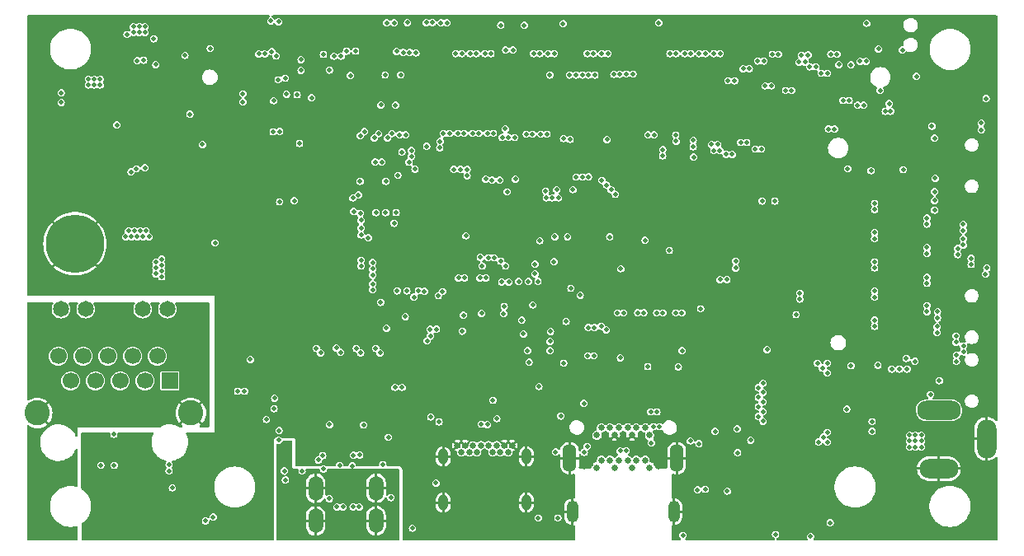
<source format=gbr>
G04 #@! TF.GenerationSoftware,KiCad,Pcbnew,7.0.1*
G04 #@! TF.CreationDate,2023-05-22T16:21:24+08:00*
G04 #@! TF.ProjectId,jetson-nano-baseboard,6a657473-6f6e-42d6-9e61-6e6f2d626173,1.6.1*
G04 #@! TF.SameCoordinates,Original*
G04 #@! TF.FileFunction,Copper,L7,Inr*
G04 #@! TF.FilePolarity,Positive*
%FSLAX46Y46*%
G04 Gerber Fmt 4.6, Leading zero omitted, Abs format (unit mm)*
G04 Created by KiCad (PCBNEW 7.0.1) date 2023-05-22 16:21:24*
%MOMM*%
%LPD*%
G01*
G04 APERTURE LIST*
G04 #@! TA.AperFunction,ComponentPad*
%ADD10C,0.650000*%
G04 #@! TD*
G04 #@! TA.AperFunction,ComponentPad*
%ADD11O,1.400000X2.850000*%
G04 #@! TD*
G04 #@! TA.AperFunction,ComponentPad*
%ADD12O,1.200000X2.250000*%
G04 #@! TD*
G04 #@! TA.AperFunction,ComponentPad*
%ADD13O,4.500000X2.000000*%
G04 #@! TD*
G04 #@! TA.AperFunction,ComponentPad*
%ADD14O,1.990000X4.000000*%
G04 #@! TD*
G04 #@! TA.AperFunction,ComponentPad*
%ADD15O,4.000000X2.000000*%
G04 #@! TD*
G04 #@! TA.AperFunction,ComponentPad*
%ADD16O,1.000000X1.600000*%
G04 #@! TD*
G04 #@! TA.AperFunction,ComponentPad*
%ADD17O,1.500000X2.550000*%
G04 #@! TD*
G04 #@! TA.AperFunction,ComponentPad*
%ADD18R,1.700000X1.700000*%
G04 #@! TD*
G04 #@! TA.AperFunction,ComponentPad*
%ADD19C,1.700000*%
G04 #@! TD*
G04 #@! TA.AperFunction,ComponentPad*
%ADD20C,1.650000*%
G04 #@! TD*
G04 #@! TA.AperFunction,ComponentPad*
%ADD21C,2.600000*%
G04 #@! TD*
G04 #@! TA.AperFunction,ComponentPad*
%ADD22C,6.000000*%
G04 #@! TD*
G04 #@! TA.AperFunction,ViaPad*
%ADD23C,0.500000*%
G04 #@! TD*
G04 APERTURE END LIST*
D10*
X133960000Y-121955000D03*
X133960000Y-118605000D03*
X134410000Y-121180000D03*
X134410000Y-117830000D03*
X135310000Y-121180000D03*
X135310000Y-117830000D03*
X135760000Y-121955000D03*
X135760000Y-118605000D03*
X136210000Y-121180000D03*
X136210000Y-117830000D03*
X137110000Y-121180000D03*
X137110000Y-117830000D03*
X137568000Y-121955000D03*
X137568000Y-118605000D03*
X138009990Y-121180000D03*
X138009990Y-117830000D03*
X138909990Y-121180000D03*
X138909990Y-117830000D03*
X139360000Y-121955000D03*
X139360000Y-118605000D03*
D11*
X131160000Y-120955000D03*
D12*
X131460000Y-126455000D03*
X141860000Y-126455000D03*
D11*
X142160000Y-120955000D03*
D13*
X169057400Y-116030000D03*
D14*
X173937000Y-118980000D03*
D15*
X169057400Y-122030000D03*
D10*
X125259920Y-119645000D03*
X124859920Y-120345000D03*
X124059920Y-120345000D03*
X123659920Y-119645000D03*
X123259920Y-120345000D03*
X122859920Y-119645000D03*
X122059920Y-119645000D03*
X121659920Y-120345000D03*
X121259920Y-119645000D03*
X120859920Y-120345000D03*
X120059920Y-120345000D03*
X119659920Y-119645000D03*
D16*
X126729920Y-125525000D03*
X118189920Y-120795000D03*
X126729920Y-120795000D03*
D10*
X124459920Y-119645000D03*
X120459920Y-119645000D03*
D16*
X118189920Y-125525000D03*
D17*
X111308400Y-127406010D03*
X111308400Y-124046010D03*
X105108400Y-124046010D03*
X105108400Y-127406010D03*
D18*
X90140000Y-113010010D03*
D19*
X88870000Y-110470010D03*
X87600000Y-113010010D03*
X86330000Y-110470010D03*
X85060000Y-113010010D03*
X83790000Y-110470010D03*
X82520000Y-113010010D03*
X81250000Y-110470010D03*
X79980000Y-113010010D03*
X78710000Y-110470010D03*
D20*
X89894000Y-105640010D03*
X87354000Y-105640010D03*
X81504000Y-105640010D03*
X78964000Y-105640010D03*
D21*
X92303180Y-116310010D03*
X76546830Y-116310010D03*
D22*
X80408250Y-98918050D03*
D23*
X136296600Y-81500000D03*
X130000000Y-94200000D03*
X128800000Y-94200000D03*
X129400000Y-94200000D03*
X135700000Y-81500000D03*
X85600000Y-98200000D03*
X86500000Y-97600000D03*
X86800000Y-98200000D03*
X167250000Y-119800000D03*
X167250000Y-118600000D03*
X86200000Y-98200000D03*
X87100000Y-97600000D03*
X166050000Y-119200000D03*
X87400000Y-98200000D03*
X166650000Y-118600000D03*
X167250000Y-119200000D03*
X166050000Y-119800000D03*
X166650000Y-119800000D03*
X85900000Y-97600000D03*
X87000000Y-77200000D03*
X87000000Y-76600000D03*
X88000000Y-98200000D03*
X87600000Y-77200000D03*
X86400000Y-77200000D03*
X166650000Y-119200000D03*
X87700000Y-97600000D03*
X86400000Y-76600000D03*
X166050000Y-118600000D03*
X87600000Y-76600000D03*
X130551990Y-111188360D03*
X145094000Y-124146010D03*
X117450000Y-123500000D03*
X137668200Y-81468210D03*
X136982400Y-81468210D03*
X117500000Y-107700000D03*
X126238200Y-106766610D03*
X131292800Y-103490010D03*
X132250000Y-104200000D03*
X130950000Y-98200000D03*
X168326000Y-86827610D03*
X144424600Y-119466610D03*
X100891200Y-114793010D03*
X138912800Y-98562410D03*
X136423600Y-101483410D03*
X122824502Y-100350000D03*
X88700000Y-101400000D03*
X139179979Y-111529226D03*
X97100000Y-114075000D03*
X89300000Y-100500000D03*
X93800000Y-127400000D03*
X109758400Y-98006010D03*
X84425000Y-121700000D03*
X164100000Y-85300000D03*
X88700000Y-100800000D03*
X114300000Y-106400000D03*
X165000000Y-111800000D03*
X163550825Y-85300000D03*
X88700000Y-102000000D03*
X92200000Y-85600000D03*
X97800000Y-114075000D03*
X123400000Y-100350000D03*
X141400000Y-99600000D03*
X89300000Y-101700000D03*
X136370000Y-110630000D03*
X165800000Y-111800000D03*
X89300000Y-102300000D03*
X109758400Y-96506010D03*
X152300000Y-128800000D03*
X109758400Y-97306010D03*
X164200000Y-111800000D03*
X89300000Y-101100000D03*
X168605400Y-88050000D03*
X116850000Y-107700000D03*
X142700000Y-109900000D03*
X122128461Y-106071539D03*
X120269200Y-106258610D03*
X116916400Y-116723410D03*
X150525000Y-113700000D03*
X151000000Y-114200000D03*
X150525000Y-114700000D03*
X151016800Y-115174990D03*
X151000000Y-113244590D03*
X144300000Y-124200000D03*
X150525000Y-115675000D03*
X151016800Y-117149990D03*
X162800000Y-111400000D03*
X113358400Y-95706010D03*
X154800000Y-104000000D03*
X110958400Y-103641600D03*
X150525000Y-116675000D03*
X159700000Y-91200000D03*
X110958400Y-102141600D03*
X162200000Y-117200000D03*
X151000000Y-116175000D03*
X143550000Y-119175000D03*
X97650000Y-83500000D03*
X154800000Y-104600000D03*
X110958400Y-103041600D03*
X110958400Y-101506010D03*
X110958400Y-100841600D03*
X163020000Y-83160000D03*
X107558400Y-121706010D03*
X108458400Y-125356010D03*
X108858400Y-121756010D03*
X109820039Y-124800496D03*
X95682000Y-120508010D03*
X124351990Y-108106010D03*
X122151990Y-108106010D03*
X123251990Y-108106010D03*
X95978200Y-119897610D03*
X96003600Y-118881610D03*
X123775800Y-87107010D03*
X126085800Y-87665810D03*
X173482200Y-110119410D03*
X83024410Y-101525910D03*
X77800400Y-101534210D03*
X161061600Y-90993210D03*
X161264800Y-89596210D03*
X161061600Y-90307410D03*
X127889200Y-88250010D03*
X141046400Y-76362810D03*
X155778380Y-84660150D03*
X144025790Y-78907010D03*
X160121800Y-109408210D03*
X170993000Y-103947210D03*
X170993000Y-102474010D03*
X145288200Y-117637810D03*
X145288200Y-116494810D03*
X117400000Y-105500000D03*
X116321990Y-114281506D03*
X104165600Y-114589810D03*
X96545600Y-114564410D03*
X98425200Y-116494810D03*
X114020800Y-96784410D03*
X113128890Y-99498010D03*
X130632400Y-115402610D03*
X125247600Y-114031010D03*
X127711400Y-115936010D03*
X127711400Y-117002810D03*
X126099960Y-81361400D03*
X117099980Y-81523930D03*
X127609800Y-81315810D03*
X119025800Y-78907010D03*
X120525780Y-78907010D03*
X122025800Y-78907010D03*
X127025780Y-78907010D03*
X128525780Y-78907010D03*
X131025780Y-78907010D03*
X117525800Y-78907010D03*
X129006800Y-103337610D03*
X129718000Y-103337610D03*
X162915800Y-94317810D03*
X162909390Y-95844890D03*
X162915800Y-97317810D03*
X166979800Y-91577410D03*
X131496000Y-93990410D03*
X128900000Y-94900000D03*
X129277100Y-88134940D03*
X159025820Y-78907010D03*
X160525820Y-78907010D03*
X172443400Y-95948810D03*
X174193400Y-92720410D03*
X174193400Y-89012010D03*
X152694380Y-87965940D03*
X151295590Y-87233370D03*
X149795600Y-87233370D03*
X148295600Y-87233370D03*
X158778380Y-84660150D03*
X157278390Y-84660150D03*
X140386000Y-88656410D03*
X138894000Y-97536010D03*
X145295600Y-87233370D03*
X122275800Y-87107010D03*
X154358790Y-83907900D03*
X130025780Y-78907010D03*
X143865800Y-87234010D03*
X146795600Y-87233370D03*
X165875850Y-107827120D03*
X172826080Y-107623920D03*
X172826080Y-105173920D03*
X162929010Y-104831030D03*
X162915800Y-103317810D03*
X162909630Y-98849560D03*
X162960680Y-100317490D03*
X162960680Y-101849550D03*
X165160640Y-106337990D03*
X110417470Y-113386560D03*
X108917470Y-113386560D03*
X107417470Y-113386560D03*
X105917470Y-113386560D03*
X111497420Y-107615140D03*
X135525790Y-78907010D03*
X134025790Y-78907010D03*
X132525790Y-78907010D03*
X116025790Y-78907010D03*
X162025810Y-78907010D03*
X157525830Y-78907010D03*
X156025820Y-78907010D03*
X154525790Y-78907010D03*
X153025800Y-78907010D03*
X151525780Y-78907010D03*
X147025790Y-78907010D03*
X145525790Y-78907010D03*
X142525790Y-78907010D03*
X94818400Y-120685810D03*
X106013490Y-76284600D03*
X140251990Y-121906010D03*
X132651990Y-121906010D03*
X102300000Y-117300000D03*
X136782080Y-115296040D03*
X173467770Y-115765830D03*
X102484000Y-76150700D03*
X110017080Y-76261070D03*
X91700000Y-92855410D03*
X98291380Y-76200000D03*
X160275870Y-87050280D03*
X161775860Y-87050280D03*
X123525790Y-78907010D03*
X148525790Y-78907010D03*
X150025790Y-78907010D03*
X135293800Y-115304380D03*
X139811520Y-115332510D03*
X113614400Y-117206010D03*
X103175000Y-114615210D03*
X129200000Y-106900000D03*
X135407600Y-103642410D03*
X119278600Y-87109010D03*
X120777000Y-87105810D03*
X117823640Y-87082020D03*
X99692620Y-76200000D03*
X121596370Y-81523930D03*
X120087600Y-81523930D03*
X98550000Y-81900000D03*
X99700000Y-81900000D03*
X92700000Y-91900000D03*
X92697600Y-92900000D03*
X91700000Y-91900000D03*
X102700000Y-80635500D03*
X98300000Y-83000000D03*
X99700000Y-84100000D03*
X98318760Y-84100000D03*
X99700000Y-83000000D03*
X118335680Y-108555380D03*
X170777240Y-97953800D03*
X90716800Y-92874990D03*
X90700000Y-91900000D03*
X90200000Y-92400000D03*
X91200000Y-92400000D03*
X155355410Y-121200000D03*
X154900000Y-120800000D03*
X153900000Y-120800000D03*
X154400000Y-120300000D03*
X155400000Y-120302400D03*
X154400000Y-121200000D03*
X153425010Y-120300000D03*
X153425010Y-121216800D03*
X147699600Y-120482610D03*
X146886800Y-120482610D03*
X76400000Y-84000000D03*
X76400000Y-83400000D03*
X77600000Y-84000000D03*
X77000000Y-84000000D03*
X77000000Y-83400000D03*
X77600000Y-83400000D03*
X100700000Y-92400000D03*
X99000000Y-83600000D03*
X146500000Y-114400000D03*
X126200000Y-101400000D03*
X109058400Y-98906010D03*
X138280000Y-115390000D03*
X84500000Y-76600000D03*
X85100000Y-76600000D03*
X129958400Y-128506010D03*
X119951990Y-113806010D03*
X100350000Y-124150000D03*
X149600000Y-113900000D03*
X131350000Y-113800000D03*
X155455410Y-110300000D03*
X100500000Y-127400000D03*
X153525010Y-109400000D03*
X114393990Y-99450000D03*
X166300000Y-107500000D03*
X99000000Y-82500000D03*
X154150000Y-104250000D03*
X126800000Y-102000000D03*
X92200000Y-81600000D03*
X84350000Y-91350000D03*
X156300000Y-125000000D03*
X110300000Y-84650000D03*
X83900000Y-77200000D03*
X88320722Y-124088819D03*
X120353092Y-101793452D03*
X152950000Y-105200000D03*
X99800000Y-111600000D03*
X92200000Y-92400000D03*
X155000000Y-109900000D03*
X92700000Y-123500000D03*
X81800000Y-84800000D03*
X100700000Y-88200000D03*
X130358400Y-124706010D03*
X154500000Y-110300000D03*
X83000000Y-84800000D03*
X83000000Y-84200000D03*
X109058400Y-99506010D03*
X85700000Y-88000000D03*
X109758400Y-98906010D03*
X84500000Y-77200000D03*
X87125000Y-124225000D03*
X83900000Y-76600000D03*
X164900000Y-76000000D03*
X100700000Y-90000000D03*
X120000000Y-89200000D03*
X95500000Y-110808484D03*
X100700000Y-91800000D03*
X82400000Y-83600000D03*
X100700000Y-91200000D03*
X114300000Y-111700000D03*
X109758400Y-99506010D03*
X93600000Y-99500000D03*
X158958400Y-83156010D03*
X80100000Y-90600000D03*
X154000000Y-109900000D03*
X162305593Y-115305593D03*
X100700000Y-88800000D03*
X164500000Y-124000000D03*
X169400000Y-83800000D03*
X119100000Y-101200000D03*
X121700000Y-101800000D03*
X122850000Y-101800000D03*
X110391639Y-103949500D03*
X96300000Y-128000000D03*
X118750000Y-81450000D03*
X126200000Y-102000000D03*
X81300000Y-122300000D03*
X120700000Y-88500000D03*
X121100000Y-93800000D03*
X81800000Y-84200000D03*
X120000000Y-88500000D03*
X152100000Y-120800000D03*
X166675000Y-107125000D03*
X119300000Y-88500000D03*
X168800000Y-83800000D03*
X85100000Y-77200000D03*
X91700000Y-78600000D03*
X168558400Y-82137500D03*
X154500000Y-123500000D03*
X117900000Y-96500000D03*
X152950000Y-104500000D03*
X119450000Y-101850000D03*
X155500000Y-109402400D03*
X153900000Y-123500000D03*
X100450000Y-128950000D03*
X95200000Y-111800000D03*
X90000000Y-76100000D03*
X154500000Y-109400000D03*
X113650000Y-111700000D03*
X100700000Y-90600000D03*
X85100000Y-88000000D03*
X100700000Y-89400000D03*
X127758400Y-124306010D03*
X148100000Y-105200000D03*
X151450000Y-108800000D03*
X153525010Y-110316800D03*
X82400000Y-84800000D03*
X120700000Y-89200000D03*
X131975000Y-107750000D03*
X81800000Y-83600000D03*
X119300000Y-89200000D03*
X82400000Y-84200000D03*
X142700000Y-98075000D03*
X83000000Y-83600000D03*
X112800000Y-121300000D03*
X169500000Y-84400000D03*
X143650004Y-108550000D03*
X112700000Y-103700000D03*
X113050000Y-111700000D03*
X112573000Y-118806210D03*
X106530000Y-117500000D03*
X101346200Y-118120410D03*
X110020000Y-117550000D03*
X148400000Y-120400000D03*
X151435000Y-109800000D03*
X116886350Y-108413650D03*
X123698000Y-116890800D03*
X117765330Y-117221800D03*
X116549500Y-108900000D03*
X124200000Y-102850000D03*
X144600000Y-105600000D03*
X146100000Y-118200000D03*
X113157200Y-96809810D03*
X100050800Y-116977410D03*
X109758400Y-100606010D03*
X103450000Y-88600000D03*
X109758400Y-101206010D03*
X102900000Y-94500000D03*
X129958400Y-127106010D03*
X142316400Y-111567210D03*
X134930170Y-107750000D03*
X101900000Y-122256010D03*
X103708400Y-122256010D03*
X139555440Y-119383840D03*
X90400000Y-124000000D03*
X83060000Y-121685000D03*
X124387858Y-106093428D03*
X130800000Y-106900000D03*
X124455120Y-105355120D03*
X127384000Y-105206010D03*
X115036800Y-128153410D03*
X111785600Y-104937810D03*
X115196548Y-104396548D03*
X154400000Y-106200000D03*
X142800000Y-128900000D03*
X160020200Y-80528410D03*
X158801000Y-80503010D03*
X131826200Y-92060010D03*
X132461200Y-92060010D03*
X102106920Y-83556920D03*
X94772175Y-98820826D03*
X140098850Y-106022020D03*
X148964491Y-80919500D03*
X139772373Y-117714864D03*
X140723850Y-106022020D03*
X149599895Y-80919500D03*
X140397373Y-117714864D03*
X147421800Y-82154010D03*
X142052360Y-106022020D03*
X139489480Y-116191830D03*
X148089480Y-82162620D03*
X142677360Y-106022020D03*
X140114480Y-116191830D03*
X149750000Y-119100000D03*
X148361351Y-117938648D03*
X136071480Y-106022020D03*
X151964500Y-79432400D03*
X132664400Y-120355610D03*
X136696480Y-106022020D03*
X152589500Y-79432400D03*
X132976980Y-119732610D03*
X138144650Y-106002020D03*
X150464490Y-80135110D03*
X136346500Y-120190660D03*
X138769650Y-106002020D03*
X151089490Y-80135110D03*
X136973500Y-120190660D03*
X139214490Y-87728460D03*
X133080160Y-107533540D03*
X139839490Y-87728460D03*
X133705160Y-107533540D03*
X145964490Y-79368670D03*
X111720971Y-110120971D03*
X146589490Y-79368670D03*
X111279029Y-109679029D03*
X144464490Y-79368670D03*
X109720971Y-110120971D03*
X142964490Y-79368670D03*
X107670971Y-110070971D03*
X145089490Y-79368670D03*
X109279029Y-109679029D03*
X141464490Y-79368670D03*
X105620971Y-110120971D03*
X143589490Y-79368670D03*
X107229029Y-109629029D03*
X142089490Y-79368670D03*
X105179029Y-109679029D03*
X126924000Y-102778810D03*
X123291600Y-115011200D03*
X124917400Y-102855010D03*
X125933400Y-102778810D03*
X127914600Y-102778810D03*
X102000000Y-123200000D03*
X105896761Y-122067649D03*
X106508400Y-125106010D03*
X112807205Y-125007205D03*
X101300000Y-119100000D03*
X112000000Y-121600000D03*
X129724800Y-120306010D03*
X163958400Y-84506010D03*
X161654479Y-76245521D03*
X126416550Y-108192440D03*
X128016000Y-113588800D03*
X112369600Y-107594400D03*
X126851764Y-109898236D03*
X127002664Y-111073733D03*
X129205880Y-107926440D03*
X120157540Y-107906010D03*
X134400000Y-107400000D03*
X127958400Y-127106010D03*
X105829371Y-120685039D03*
X107920900Y-125956010D03*
X105387429Y-121126981D03*
X107295900Y-125956010D03*
X109628812Y-120633688D03*
X109574662Y-125953233D03*
X108949662Y-125953233D03*
X108987500Y-120650000D03*
X130251400Y-116621810D03*
X132626410Y-115326410D03*
X124892000Y-87996010D03*
X133121600Y-81569810D03*
X115650000Y-103751500D03*
X120650200Y-91272610D03*
X124257000Y-87996010D03*
X132486600Y-81569810D03*
X114474470Y-103751500D03*
X119964400Y-91272610D03*
X154714500Y-80235210D03*
X125527000Y-87996010D03*
X116272088Y-103806357D03*
X133756600Y-81569810D03*
X120650200Y-91933010D03*
X124557240Y-87096020D03*
X131851600Y-81569810D03*
X113474470Y-103751500D03*
X119278600Y-91272610D03*
X151229200Y-82681410D03*
X157597710Y-81397440D03*
X153319500Y-83161770D03*
X153944500Y-83161770D03*
X142048990Y-87750500D03*
X142087800Y-88377010D03*
X143850300Y-88278700D03*
X143846910Y-88938950D03*
X140716200Y-89240610D03*
X140709690Y-89871370D03*
X156972710Y-81397440D03*
X151854200Y-82681410D03*
X156421850Y-80722970D03*
X155796850Y-80722970D03*
X155339500Y-80235210D03*
X170850000Y-110994010D03*
X146355000Y-88707210D03*
X170850000Y-110369010D03*
X145714500Y-88710440D03*
X170825000Y-109033430D03*
X147839490Y-89725000D03*
X170825000Y-108408430D03*
X147214490Y-89725000D03*
X145952270Y-89335440D03*
X171566240Y-110033430D03*
X146577270Y-89335440D03*
X171566240Y-109408430D03*
X168860000Y-108040000D03*
X150839490Y-89188110D03*
X168873750Y-107408430D03*
X150214490Y-89188110D03*
X168914190Y-106533440D03*
X149339490Y-88505070D03*
X168914190Y-105908440D03*
X148714490Y-88505070D03*
X158589530Y-79436880D03*
X173838370Y-102033450D03*
X157964530Y-79436880D03*
X173971570Y-101407210D03*
X161589510Y-80150650D03*
X172365790Y-101033450D03*
X160964510Y-80150650D03*
X172365790Y-100408450D03*
X125603200Y-92263210D03*
X124003000Y-92364810D03*
X117691733Y-104258182D03*
X123190200Y-92364810D03*
X118135600Y-103818880D03*
X122555200Y-92263210D03*
X159214520Y-84190790D03*
X171551480Y-96908450D03*
X159839520Y-84190790D03*
X171551480Y-97533450D03*
X171551480Y-98408450D03*
X160714510Y-84679850D03*
X171551480Y-99033450D03*
X161339510Y-84679850D03*
X170980970Y-99408450D03*
X157714530Y-87117670D03*
X170980970Y-100033450D03*
X158339530Y-87117670D03*
X111303000Y-95717610D03*
X106985000Y-79639410D03*
X112293600Y-95717610D03*
X107721600Y-79639410D03*
X135864800Y-93838010D03*
X122200000Y-101200000D03*
X113970000Y-113675410D03*
X134950400Y-92898210D03*
X124600000Y-101200000D03*
X134467800Y-92390210D03*
X113233400Y-113675410D03*
X124100000Y-100700000D03*
X133030160Y-110422270D03*
X133655160Y-110422270D03*
X115299620Y-91239079D03*
X111899996Y-90500004D03*
X114681200Y-90536010D03*
X114750000Y-79258410D03*
X114935200Y-89951810D03*
X115400000Y-79300000D03*
X114935200Y-89316810D03*
X109200670Y-79107140D03*
X113400000Y-79150000D03*
X129150000Y-108950000D03*
X124600000Y-79000000D03*
X165300000Y-79000000D03*
X154950000Y-79525000D03*
X108266060Y-79122840D03*
X155625000Y-79500000D03*
X129150000Y-109900000D03*
X114100000Y-79250000D03*
X166758400Y-81706010D03*
X125350000Y-79000000D03*
X162860000Y-78880000D03*
X129641098Y-98187520D03*
X103600000Y-81100000D03*
X100500000Y-76000000D03*
X160030000Y-111450000D03*
X128100000Y-98600000D03*
X165400000Y-91300000D03*
X112300000Y-92500000D03*
X109700000Y-95800000D03*
X168200000Y-114400000D03*
X162100000Y-91400000D03*
X113538200Y-91882210D03*
X109652000Y-92500000D03*
X135280600Y-98206810D03*
X103600000Y-80000000D03*
X97650000Y-84350000D03*
X100784000Y-84206010D03*
X100838200Y-115859810D03*
X135433000Y-93355410D03*
X122000000Y-100300000D03*
X134464490Y-79368670D03*
X90068544Y-121629304D03*
X135089490Y-79368670D03*
X90068544Y-122254304D03*
X132964480Y-79368670D03*
X122105110Y-117462090D03*
X133589480Y-79368670D03*
X122732110Y-117506040D03*
X94291840Y-78845290D03*
X128214480Y-87645560D03*
X167820400Y-96270800D03*
X128839480Y-87645560D03*
X167820400Y-96895800D03*
X167820400Y-99290310D03*
X126714480Y-87645560D03*
X167820400Y-99915310D03*
X127339480Y-87645560D03*
X122714490Y-87563600D03*
X167820400Y-102356580D03*
X123339490Y-87563600D03*
X167820400Y-102981580D03*
X167820400Y-105275890D03*
X121214500Y-87563600D03*
X167820400Y-105900890D03*
X121839500Y-87563600D03*
X121589500Y-79368670D03*
X162457790Y-107393530D03*
X120964500Y-79368670D03*
X162457790Y-106768530D03*
X162457790Y-104393530D03*
X123089500Y-79368670D03*
X162457790Y-103768530D03*
X122464500Y-79368670D03*
X162457790Y-101393530D03*
X128089480Y-79368670D03*
X162457790Y-100768530D03*
X127464480Y-79368670D03*
X129589480Y-79368670D03*
X162457790Y-98393530D03*
X128964480Y-79368670D03*
X162457790Y-97768530D03*
X162457790Y-95393530D03*
X120339490Y-87563600D03*
X162457790Y-94768530D03*
X119714490Y-87563600D03*
X101989460Y-81898910D03*
X118589500Y-76208570D03*
X101254150Y-82056110D03*
X117964500Y-76208570D03*
X112236480Y-81567720D03*
X105904220Y-79444470D03*
X114527270Y-76178930D03*
X101300000Y-76100000D03*
X117089490Y-76179190D03*
X99892690Y-79407390D03*
X116464490Y-76179190D03*
X99267690Y-79407390D03*
X101052880Y-79609690D03*
X117873910Y-88391090D03*
X100610940Y-79167750D03*
X117839420Y-89055290D03*
X122575000Y-102417570D03*
X118214490Y-87574230D03*
X121950000Y-102417570D03*
X118839490Y-87574230D03*
X119464490Y-79368670D03*
X120375000Y-102417570D03*
X120089490Y-79368670D03*
X119750000Y-102417570D03*
X114339505Y-87706117D03*
X113714505Y-87706117D03*
X112920971Y-87596729D03*
X112479029Y-88038671D03*
X113300000Y-84679979D03*
X111800000Y-84650000D03*
X110120971Y-87379029D03*
X109679029Y-87820971D03*
X111119386Y-88038671D03*
X111561328Y-87596729D03*
X147300000Y-102600000D03*
X100750000Y-87400000D03*
X127600000Y-102000000D03*
X146600000Y-102600000D03*
X127600000Y-101000000D03*
X101410878Y-87389125D03*
X106527800Y-81061810D03*
X129133800Y-81569810D03*
X113831370Y-81556130D03*
X131165800Y-81570010D03*
X168605400Y-94473010D03*
X131496000Y-93355410D03*
X150927000Y-94523810D03*
X133096200Y-92034610D03*
X168605000Y-95463610D03*
X152222400Y-94523810D03*
X129845000Y-93355410D03*
X120524799Y-98093096D03*
X129550000Y-100750000D03*
X109000000Y-95600000D03*
X87450000Y-80050000D03*
X93500000Y-88700000D03*
X169088000Y-112989610D03*
X111200000Y-90500000D03*
X82400000Y-82000000D03*
X85750000Y-77400000D03*
X81800000Y-82000000D03*
X83000000Y-82600000D03*
X88700000Y-80500000D03*
X81800000Y-82600000D03*
X82400000Y-82600000D03*
X83000000Y-82000000D03*
X156700000Y-119300000D03*
X157200000Y-118800000D03*
X157600000Y-111200000D03*
X157600000Y-119300000D03*
X157600000Y-118300000D03*
X156600000Y-111200000D03*
X157600000Y-112200000D03*
X157100000Y-111700000D03*
X159600000Y-115900000D03*
X162200000Y-118200000D03*
X87600000Y-91100000D03*
X84700000Y-86700000D03*
X173400000Y-87200000D03*
X143900000Y-90000000D03*
X173400000Y-86500000D03*
X135000000Y-88200000D03*
X128700000Y-93500000D03*
X108917000Y-94200000D03*
X166600000Y-111000000D03*
X101400000Y-94600000D03*
X148200000Y-101400000D03*
X108675000Y-81625000D03*
X103200000Y-83600000D03*
X109500000Y-93896309D03*
X148200000Y-100700000D03*
X165700000Y-110700000D03*
X168681600Y-92187010D03*
X116494141Y-88906100D03*
X104700000Y-83900000D03*
X168605400Y-93558610D03*
X113950000Y-89500000D03*
X124750000Y-93576310D03*
X173900000Y-84000000D03*
X91700000Y-79550000D03*
X88500000Y-77850000D03*
X86800000Y-80100000D03*
X94600000Y-127000000D03*
X112400000Y-76205510D03*
X79000000Y-84400000D03*
X79000000Y-83400000D03*
X113150000Y-76205510D03*
X126500000Y-76450500D03*
X86164494Y-91521304D03*
X130500000Y-76300000D03*
X110500000Y-98300000D03*
X124100000Y-76450500D03*
X86700000Y-91200000D03*
X140300000Y-76200000D03*
X131210000Y-88190000D03*
X84400000Y-118500000D03*
X130537000Y-88100000D03*
X98400000Y-110810000D03*
X157900000Y-127600000D03*
X147345600Y-124343410D03*
X155900000Y-129000000D03*
G04 #@! TA.AperFunction,Conductor*
G36*
X78116373Y-104949764D02*
G01*
X78162159Y-104994440D01*
X78179976Y-105055880D01*
X78165195Y-105118120D01*
X78081604Y-105274507D01*
X78027253Y-105453678D01*
X78008901Y-105640010D01*
X78027253Y-105826341D01*
X78081604Y-106005512D01*
X78159770Y-106151750D01*
X78169864Y-106170635D01*
X78288643Y-106315367D01*
X78433375Y-106434146D01*
X78598499Y-106522406D01*
X78777669Y-106576757D01*
X78964000Y-106595109D01*
X79150331Y-106576757D01*
X79329501Y-106522406D01*
X79494625Y-106434146D01*
X79639357Y-106315367D01*
X79758136Y-106170635D01*
X79846396Y-106005511D01*
X79900747Y-105826341D01*
X79919099Y-105640010D01*
X79900747Y-105453679D01*
X79846396Y-105274509D01*
X79762805Y-105118120D01*
X79748024Y-105055880D01*
X79765841Y-104994440D01*
X79811627Y-104949764D01*
X79873486Y-104933460D01*
X80594514Y-104933460D01*
X80656373Y-104949764D01*
X80702159Y-104994440D01*
X80719976Y-105055880D01*
X80705195Y-105118120D01*
X80621604Y-105274507D01*
X80567253Y-105453678D01*
X80548901Y-105640010D01*
X80567253Y-105826341D01*
X80621604Y-106005512D01*
X80699770Y-106151750D01*
X80709864Y-106170635D01*
X80828643Y-106315367D01*
X80973375Y-106434146D01*
X81138499Y-106522406D01*
X81317669Y-106576757D01*
X81504000Y-106595109D01*
X81690331Y-106576757D01*
X81869501Y-106522406D01*
X82034625Y-106434146D01*
X82179357Y-106315367D01*
X82298136Y-106170635D01*
X82386396Y-106005511D01*
X82440747Y-105826341D01*
X82459099Y-105640010D01*
X82440747Y-105453679D01*
X82386396Y-105274509D01*
X82302805Y-105118120D01*
X82288024Y-105055880D01*
X82305841Y-104994440D01*
X82351627Y-104949764D01*
X82413486Y-104933460D01*
X86444514Y-104933460D01*
X86506373Y-104949764D01*
X86552159Y-104994440D01*
X86569976Y-105055880D01*
X86555195Y-105118120D01*
X86471604Y-105274507D01*
X86417253Y-105453678D01*
X86398901Y-105640010D01*
X86417253Y-105826341D01*
X86471604Y-106005512D01*
X86549770Y-106151750D01*
X86559864Y-106170635D01*
X86678643Y-106315367D01*
X86823375Y-106434146D01*
X86988499Y-106522406D01*
X87167669Y-106576757D01*
X87354000Y-106595109D01*
X87540331Y-106576757D01*
X87719501Y-106522406D01*
X87884625Y-106434146D01*
X88029357Y-106315367D01*
X88148136Y-106170635D01*
X88236396Y-106005511D01*
X88290747Y-105826341D01*
X88309099Y-105640010D01*
X88290747Y-105453679D01*
X88236396Y-105274509D01*
X88152805Y-105118120D01*
X88138024Y-105055880D01*
X88155841Y-104994440D01*
X88201627Y-104949764D01*
X88263486Y-104933460D01*
X88984514Y-104933460D01*
X89046373Y-104949764D01*
X89092159Y-104994440D01*
X89109976Y-105055880D01*
X89095195Y-105118120D01*
X89011604Y-105274507D01*
X88957253Y-105453678D01*
X88938901Y-105640010D01*
X88957253Y-105826341D01*
X89011604Y-106005512D01*
X89089770Y-106151750D01*
X89099864Y-106170635D01*
X89218643Y-106315367D01*
X89363375Y-106434146D01*
X89528499Y-106522406D01*
X89707669Y-106576757D01*
X89894000Y-106595109D01*
X90080331Y-106576757D01*
X90259501Y-106522406D01*
X90424625Y-106434146D01*
X90569357Y-106315367D01*
X90688136Y-106170635D01*
X90776396Y-106005511D01*
X90830747Y-105826341D01*
X90849099Y-105640010D01*
X90830747Y-105453679D01*
X90776396Y-105274509D01*
X90692805Y-105118120D01*
X90678024Y-105055880D01*
X90695841Y-104994440D01*
X90741627Y-104949764D01*
X90803486Y-104933460D01*
X94056540Y-104933460D01*
X94119290Y-104950274D01*
X94165226Y-104996210D01*
X94182040Y-105058960D01*
X94182040Y-117674500D01*
X94165226Y-117737250D01*
X94119290Y-117783186D01*
X94056540Y-117800000D01*
X93290898Y-117800000D01*
X93228719Y-117783514D01*
X93182876Y-117738386D01*
X93165414Y-117676474D01*
X93180920Y-117614043D01*
X93213726Y-117579649D01*
X93211912Y-117577525D01*
X93308550Y-117494985D01*
X92303180Y-116489615D01*
X91297808Y-117494986D01*
X91394448Y-117577526D01*
X91392632Y-117579651D01*
X91425435Y-117614033D01*
X91440947Y-117676466D01*
X91423487Y-117738381D01*
X91377644Y-117783512D01*
X91315462Y-117800000D01*
X91218877Y-117800000D01*
X91182721Y-117794679D01*
X91149631Y-117779167D01*
X91060361Y-117720107D01*
X90811778Y-117603576D01*
X90644295Y-117553188D01*
X90548881Y-117524483D01*
X90277269Y-117484510D01*
X90071453Y-117484510D01*
X90071450Y-117484510D01*
X89866193Y-117499532D01*
X89598226Y-117559225D01*
X89341801Y-117657298D01*
X89116148Y-117783942D01*
X89054726Y-117800000D01*
X80700000Y-117800000D01*
X80700000Y-118631267D01*
X80681626Y-118696645D01*
X80631884Y-118742879D01*
X80565339Y-118756432D01*
X80501477Y-118733335D01*
X80458997Y-118680351D01*
X80382424Y-118500160D01*
X80382326Y-118500000D01*
X80239405Y-118265814D01*
X80239404Y-118265812D01*
X80063793Y-118054794D01*
X80063791Y-118054792D01*
X79859323Y-117871587D01*
X79630359Y-117720106D01*
X79585148Y-117698912D01*
X79381778Y-117603576D01*
X79214295Y-117553188D01*
X79118881Y-117524483D01*
X78847269Y-117484510D01*
X78641453Y-117484510D01*
X78641450Y-117484510D01*
X78436193Y-117499532D01*
X78168226Y-117559225D01*
X77911801Y-117657298D01*
X77672391Y-117791662D01*
X77455095Y-117959453D01*
X77264546Y-118157093D01*
X77104803Y-118380374D01*
X76979274Y-118624529D01*
X76890628Y-118884367D01*
X76840763Y-119154334D01*
X76830737Y-119428689D01*
X76860763Y-119701581D01*
X76930203Y-119967192D01*
X77037575Y-120219859D01*
X77180595Y-120454207D01*
X77356206Y-120665225D01*
X77356207Y-120665226D01*
X77356209Y-120665228D01*
X77560677Y-120848433D01*
X77789641Y-120999914D01*
X78038221Y-121116443D01*
X78301119Y-121195537D01*
X78572731Y-121235510D01*
X78778547Y-121235510D01*
X78778550Y-121235510D01*
X78983806Y-121220487D01*
X79095818Y-121195535D01*
X79251775Y-121160794D01*
X79508198Y-121062721D01*
X79747609Y-120928357D01*
X79964904Y-120760567D01*
X80155454Y-120562926D01*
X80315196Y-120339647D01*
X80440727Y-120095489D01*
X80455722Y-120051534D01*
X80495639Y-119994428D01*
X80559863Y-119967412D01*
X80628598Y-119978814D01*
X80680659Y-120025120D01*
X80700000Y-120092056D01*
X80700000Y-123758888D01*
X80685929Y-123816627D01*
X80646873Y-123861418D01*
X80591588Y-123883219D01*
X80532471Y-123877141D01*
X80527367Y-123875327D01*
X80245552Y-123816766D01*
X80030265Y-123802040D01*
X79886515Y-123802040D01*
X79671227Y-123816766D01*
X79389416Y-123875326D01*
X79118195Y-123971718D01*
X78862629Y-124104142D01*
X78627477Y-124270131D01*
X78417118Y-124466592D01*
X78235471Y-124689867D01*
X78085913Y-124935804D01*
X77971241Y-125199805D01*
X77893583Y-125476968D01*
X77854390Y-125762121D01*
X77854390Y-126049959D01*
X77893583Y-126335111D01*
X77971241Y-126612274D01*
X78085913Y-126876275D01*
X78235471Y-127122212D01*
X78417118Y-127345487D01*
X78627477Y-127541948D01*
X78862629Y-127707937D01*
X79118195Y-127840361D01*
X79389416Y-127936753D01*
X79671227Y-127995313D01*
X79886515Y-128010040D01*
X80030265Y-128010040D01*
X80245552Y-127995313D01*
X80527367Y-127936752D01*
X80532471Y-127934939D01*
X80591588Y-127928861D01*
X80646873Y-127950662D01*
X80685929Y-127995453D01*
X80700000Y-128053192D01*
X80700000Y-129274394D01*
X80683168Y-129337175D01*
X80637189Y-129383116D01*
X80574395Y-129399893D01*
X77285717Y-129397108D01*
X75594254Y-129395676D01*
X75531549Y-129378827D01*
X75485656Y-129332895D01*
X75468860Y-129270176D01*
X75468860Y-117696100D01*
X75486087Y-117632640D01*
X75533038Y-117586602D01*
X75596824Y-117570624D01*
X75659933Y-117589093D01*
X75839147Y-117698914D01*
X76065136Y-117792523D01*
X76302976Y-117849623D01*
X76546830Y-117868815D01*
X76790683Y-117849623D01*
X77028523Y-117792523D01*
X77254517Y-117698912D01*
X77463070Y-117571112D01*
X77552200Y-117494985D01*
X76455967Y-116398752D01*
X76423485Y-116342492D01*
X76423485Y-116310010D01*
X76726435Y-116310010D01*
X77731805Y-117315380D01*
X77807932Y-117226250D01*
X77935732Y-117017697D01*
X78029343Y-116791703D01*
X78086443Y-116553863D01*
X78105635Y-116310010D01*
X90744374Y-116310010D01*
X90763566Y-116553863D01*
X90820666Y-116791703D01*
X90914275Y-117017692D01*
X91042082Y-117226256D01*
X91118202Y-117315380D01*
X92123575Y-116310010D01*
X92482785Y-116310010D01*
X93488155Y-117315380D01*
X93564282Y-117226250D01*
X93692082Y-117017697D01*
X93785693Y-116791703D01*
X93842793Y-116553863D01*
X93861985Y-116310010D01*
X93842793Y-116066156D01*
X93785693Y-115828316D01*
X93692084Y-115602327D01*
X93564277Y-115393763D01*
X93488156Y-115304638D01*
X92482785Y-116310010D01*
X92123575Y-116310010D01*
X91118202Y-115304638D01*
X91042080Y-115393766D01*
X90914275Y-115602327D01*
X90820666Y-115828316D01*
X90763566Y-116066156D01*
X90744374Y-116310010D01*
X78105635Y-116310010D01*
X78086443Y-116066156D01*
X78029343Y-115828316D01*
X77935734Y-115602327D01*
X77807927Y-115393763D01*
X77731806Y-115304638D01*
X76726435Y-116310010D01*
X76423485Y-116310010D01*
X76423485Y-116277528D01*
X76455967Y-116221268D01*
X76546830Y-116130405D01*
X77552200Y-115125032D01*
X91297808Y-115125032D01*
X92303179Y-116130404D01*
X93308550Y-115125032D01*
X93219426Y-115048912D01*
X93010862Y-114921105D01*
X92784873Y-114827496D01*
X92547033Y-114770396D01*
X92303180Y-114751204D01*
X92059326Y-114770396D01*
X91821486Y-114827496D01*
X91595497Y-114921105D01*
X91386936Y-115048910D01*
X91297808Y-115125032D01*
X77552200Y-115125032D01*
X77463076Y-115048912D01*
X77254512Y-114921105D01*
X77028523Y-114827496D01*
X76790683Y-114770396D01*
X76546830Y-114751204D01*
X76302976Y-114770396D01*
X76065136Y-114827496D01*
X75839147Y-114921105D01*
X75659933Y-115030927D01*
X75596824Y-115049396D01*
X75533038Y-115033418D01*
X75486087Y-114987380D01*
X75468860Y-114923920D01*
X75468860Y-113010010D01*
X78999780Y-113010010D01*
X79018615Y-113201243D01*
X79074394Y-113385121D01*
X79074395Y-113385124D01*
X79164977Y-113554591D01*
X79286880Y-113703130D01*
X79435419Y-113825033D01*
X79604886Y-113915615D01*
X79788769Y-113971395D01*
X79980000Y-113990230D01*
X80171231Y-113971395D01*
X80355114Y-113915615D01*
X80524581Y-113825033D01*
X80673120Y-113703130D01*
X80795023Y-113554591D01*
X80885605Y-113385124D01*
X80941385Y-113201241D01*
X80960220Y-113010010D01*
X81539780Y-113010010D01*
X81558615Y-113201243D01*
X81614394Y-113385121D01*
X81614395Y-113385124D01*
X81704977Y-113554591D01*
X81826880Y-113703130D01*
X81975419Y-113825033D01*
X82144886Y-113915615D01*
X82328769Y-113971395D01*
X82520000Y-113990230D01*
X82711231Y-113971395D01*
X82895114Y-113915615D01*
X83064581Y-113825033D01*
X83213120Y-113703130D01*
X83335023Y-113554591D01*
X83425605Y-113385124D01*
X83481385Y-113201241D01*
X83500220Y-113010010D01*
X84079780Y-113010010D01*
X84098615Y-113201243D01*
X84154394Y-113385121D01*
X84154395Y-113385124D01*
X84244977Y-113554591D01*
X84366880Y-113703130D01*
X84515419Y-113825033D01*
X84684886Y-113915615D01*
X84868769Y-113971395D01*
X85060000Y-113990230D01*
X85251231Y-113971395D01*
X85435114Y-113915615D01*
X85604581Y-113825033D01*
X85753120Y-113703130D01*
X85875023Y-113554591D01*
X85965605Y-113385124D01*
X86021385Y-113201241D01*
X86040220Y-113010010D01*
X86619780Y-113010010D01*
X86638615Y-113201243D01*
X86694394Y-113385121D01*
X86694395Y-113385124D01*
X86784977Y-113554591D01*
X86906880Y-113703130D01*
X87055419Y-113825033D01*
X87224886Y-113915615D01*
X87408769Y-113971395D01*
X87600000Y-113990230D01*
X87791231Y-113971395D01*
X87975114Y-113915615D01*
X88056022Y-113872369D01*
X89164500Y-113872369D01*
X89164501Y-113872372D01*
X89171781Y-113908978D01*
X89199519Y-113950491D01*
X89241032Y-113978229D01*
X89277637Y-113985510D01*
X91002362Y-113985509D01*
X91038968Y-113978229D01*
X91080481Y-113950491D01*
X91108219Y-113908978D01*
X91115500Y-113872373D01*
X91115499Y-112147648D01*
X91108219Y-112111042D01*
X91080481Y-112069529D01*
X91038968Y-112041791D01*
X91002363Y-112034510D01*
X91002361Y-112034510D01*
X89277640Y-112034510D01*
X89241031Y-112041791D01*
X89199519Y-112069529D01*
X89171781Y-112111042D01*
X89164500Y-112147648D01*
X89164500Y-113872369D01*
X88056022Y-113872369D01*
X88144581Y-113825033D01*
X88293120Y-113703130D01*
X88415023Y-113554591D01*
X88505605Y-113385124D01*
X88561385Y-113201241D01*
X88580220Y-113010010D01*
X88561385Y-112818779D01*
X88505605Y-112634896D01*
X88415023Y-112465429D01*
X88293120Y-112316890D01*
X88144581Y-112194987D01*
X87975114Y-112104405D01*
X87975111Y-112104404D01*
X87791233Y-112048625D01*
X87600000Y-112029790D01*
X87408766Y-112048625D01*
X87224888Y-112104404D01*
X87224886Y-112104404D01*
X87224886Y-112104405D01*
X87055419Y-112194987D01*
X87055417Y-112194988D01*
X87055418Y-112194988D01*
X86906880Y-112316890D01*
X86784978Y-112465428D01*
X86694394Y-112634898D01*
X86638615Y-112818776D01*
X86619780Y-113010010D01*
X86040220Y-113010010D01*
X86021385Y-112818779D01*
X85965605Y-112634896D01*
X85875023Y-112465429D01*
X85753120Y-112316890D01*
X85604581Y-112194987D01*
X85435114Y-112104405D01*
X85435111Y-112104404D01*
X85251233Y-112048625D01*
X85060000Y-112029790D01*
X84868766Y-112048625D01*
X84684888Y-112104404D01*
X84684886Y-112104404D01*
X84684886Y-112104405D01*
X84515419Y-112194987D01*
X84515417Y-112194988D01*
X84515418Y-112194988D01*
X84366880Y-112316890D01*
X84244978Y-112465428D01*
X84154394Y-112634898D01*
X84098615Y-112818776D01*
X84079780Y-113010010D01*
X83500220Y-113010010D01*
X83481385Y-112818779D01*
X83425605Y-112634896D01*
X83335023Y-112465429D01*
X83213120Y-112316890D01*
X83064581Y-112194987D01*
X82895114Y-112104405D01*
X82895111Y-112104404D01*
X82711233Y-112048625D01*
X82520000Y-112029790D01*
X82328766Y-112048625D01*
X82144888Y-112104404D01*
X82144886Y-112104404D01*
X82144886Y-112104405D01*
X81975419Y-112194987D01*
X81975417Y-112194988D01*
X81975418Y-112194988D01*
X81826880Y-112316890D01*
X81704978Y-112465428D01*
X81614394Y-112634898D01*
X81558615Y-112818776D01*
X81539780Y-113010010D01*
X80960220Y-113010010D01*
X80941385Y-112818779D01*
X80885605Y-112634896D01*
X80795023Y-112465429D01*
X80673120Y-112316890D01*
X80524581Y-112194987D01*
X80355114Y-112104405D01*
X80355111Y-112104404D01*
X80171233Y-112048625D01*
X79980000Y-112029790D01*
X79788766Y-112048625D01*
X79604888Y-112104404D01*
X79604886Y-112104404D01*
X79604886Y-112104405D01*
X79435419Y-112194987D01*
X79435417Y-112194988D01*
X79435418Y-112194988D01*
X79286880Y-112316890D01*
X79164978Y-112465428D01*
X79074394Y-112634898D01*
X79018615Y-112818776D01*
X78999780Y-113010010D01*
X75468860Y-113010010D01*
X75468860Y-110470009D01*
X77729780Y-110470009D01*
X77748615Y-110661243D01*
X77804394Y-110845121D01*
X77804395Y-110845124D01*
X77894977Y-111014591D01*
X78016880Y-111163130D01*
X78165419Y-111285033D01*
X78334886Y-111375615D01*
X78518769Y-111431395D01*
X78710000Y-111450230D01*
X78901231Y-111431395D01*
X79085114Y-111375615D01*
X79254581Y-111285033D01*
X79403120Y-111163130D01*
X79525023Y-111014591D01*
X79615605Y-110845124D01*
X79671385Y-110661241D01*
X79690220Y-110470010D01*
X79690220Y-110470009D01*
X80269780Y-110470009D01*
X80288615Y-110661243D01*
X80344394Y-110845121D01*
X80344395Y-110845124D01*
X80434977Y-111014591D01*
X80556880Y-111163130D01*
X80705419Y-111285033D01*
X80874886Y-111375615D01*
X81058769Y-111431395D01*
X81250000Y-111450230D01*
X81441231Y-111431395D01*
X81625114Y-111375615D01*
X81794581Y-111285033D01*
X81943120Y-111163130D01*
X82065023Y-111014591D01*
X82155605Y-110845124D01*
X82211385Y-110661241D01*
X82230220Y-110470010D01*
X82230220Y-110470009D01*
X82809780Y-110470009D01*
X82828615Y-110661243D01*
X82884394Y-110845121D01*
X82884395Y-110845124D01*
X82974977Y-111014591D01*
X83096880Y-111163130D01*
X83245419Y-111285033D01*
X83414886Y-111375615D01*
X83598769Y-111431395D01*
X83790000Y-111450230D01*
X83981231Y-111431395D01*
X84165114Y-111375615D01*
X84334581Y-111285033D01*
X84483120Y-111163130D01*
X84605023Y-111014591D01*
X84695605Y-110845124D01*
X84751385Y-110661241D01*
X84770220Y-110470010D01*
X84770220Y-110470009D01*
X85349780Y-110470009D01*
X85368615Y-110661243D01*
X85424394Y-110845121D01*
X85424395Y-110845124D01*
X85514977Y-111014591D01*
X85636880Y-111163130D01*
X85785419Y-111285033D01*
X85954886Y-111375615D01*
X86138769Y-111431395D01*
X86330000Y-111450230D01*
X86521231Y-111431395D01*
X86705114Y-111375615D01*
X86874581Y-111285033D01*
X87023120Y-111163130D01*
X87145023Y-111014591D01*
X87235605Y-110845124D01*
X87291385Y-110661241D01*
X87310220Y-110470010D01*
X87310220Y-110470009D01*
X87889780Y-110470009D01*
X87908615Y-110661243D01*
X87964394Y-110845121D01*
X87964395Y-110845124D01*
X88054977Y-111014591D01*
X88176880Y-111163130D01*
X88325419Y-111285033D01*
X88494886Y-111375615D01*
X88678769Y-111431395D01*
X88870000Y-111450230D01*
X89061231Y-111431395D01*
X89245114Y-111375615D01*
X89414581Y-111285033D01*
X89563120Y-111163130D01*
X89685023Y-111014591D01*
X89775605Y-110845124D01*
X89831385Y-110661241D01*
X89850220Y-110470010D01*
X89831385Y-110278779D01*
X89775605Y-110094896D01*
X89685023Y-109925429D01*
X89563120Y-109776890D01*
X89414581Y-109654987D01*
X89245114Y-109564405D01*
X89245111Y-109564404D01*
X89061233Y-109508625D01*
X88870000Y-109489790D01*
X88678766Y-109508625D01*
X88494888Y-109564404D01*
X88494886Y-109564404D01*
X88494886Y-109564405D01*
X88325419Y-109654987D01*
X88325417Y-109654988D01*
X88325418Y-109654988D01*
X88176880Y-109776890D01*
X88054978Y-109925428D01*
X87964394Y-110094898D01*
X87908615Y-110278776D01*
X87889780Y-110470009D01*
X87310220Y-110470009D01*
X87291385Y-110278779D01*
X87235605Y-110094896D01*
X87145023Y-109925429D01*
X87023120Y-109776890D01*
X86874581Y-109654987D01*
X86705114Y-109564405D01*
X86705111Y-109564404D01*
X86521233Y-109508625D01*
X86330000Y-109489790D01*
X86138766Y-109508625D01*
X85954888Y-109564404D01*
X85954886Y-109564404D01*
X85954886Y-109564405D01*
X85785419Y-109654987D01*
X85785417Y-109654988D01*
X85785418Y-109654988D01*
X85636880Y-109776890D01*
X85514978Y-109925428D01*
X85424394Y-110094898D01*
X85368615Y-110278776D01*
X85349780Y-110470009D01*
X84770220Y-110470009D01*
X84751385Y-110278779D01*
X84695605Y-110094896D01*
X84605023Y-109925429D01*
X84483120Y-109776890D01*
X84334581Y-109654987D01*
X84165114Y-109564405D01*
X84165111Y-109564404D01*
X83981233Y-109508625D01*
X83790000Y-109489790D01*
X83598766Y-109508625D01*
X83414888Y-109564404D01*
X83414886Y-109564404D01*
X83414886Y-109564405D01*
X83245419Y-109654987D01*
X83245417Y-109654988D01*
X83245418Y-109654988D01*
X83096880Y-109776890D01*
X82974978Y-109925428D01*
X82884394Y-110094898D01*
X82828615Y-110278776D01*
X82809780Y-110470009D01*
X82230220Y-110470009D01*
X82211385Y-110278779D01*
X82155605Y-110094896D01*
X82065023Y-109925429D01*
X81943120Y-109776890D01*
X81794581Y-109654987D01*
X81625114Y-109564405D01*
X81625111Y-109564404D01*
X81441233Y-109508625D01*
X81250000Y-109489790D01*
X81058766Y-109508625D01*
X80874888Y-109564404D01*
X80874886Y-109564404D01*
X80874886Y-109564405D01*
X80705419Y-109654987D01*
X80705417Y-109654988D01*
X80705418Y-109654988D01*
X80556880Y-109776890D01*
X80434978Y-109925428D01*
X80344394Y-110094898D01*
X80288615Y-110278776D01*
X80269780Y-110470009D01*
X79690220Y-110470009D01*
X79671385Y-110278779D01*
X79615605Y-110094896D01*
X79525023Y-109925429D01*
X79403120Y-109776890D01*
X79254581Y-109654987D01*
X79085114Y-109564405D01*
X79085111Y-109564404D01*
X78901233Y-109508625D01*
X78710000Y-109489790D01*
X78518766Y-109508625D01*
X78334888Y-109564404D01*
X78334886Y-109564404D01*
X78334886Y-109564405D01*
X78165419Y-109654987D01*
X78165417Y-109654988D01*
X78165418Y-109654988D01*
X78016880Y-109776890D01*
X77894978Y-109925428D01*
X77804394Y-110094898D01*
X77748615Y-110278776D01*
X77729780Y-110470009D01*
X75468860Y-110470009D01*
X75468860Y-105058960D01*
X75485674Y-104996210D01*
X75531610Y-104950274D01*
X75594360Y-104933460D01*
X78054514Y-104933460D01*
X78116373Y-104949764D01*
G37*
G04 #@! TD.AperFunction*
G04 #@! TA.AperFunction,Conductor*
G36*
X100359272Y-75433947D02*
G01*
X100405364Y-75481510D01*
X100420825Y-75545912D01*
X100401350Y-75609217D01*
X100352363Y-75653790D01*
X100306950Y-75676929D01*
X100276534Y-75692427D01*
X100192426Y-75776535D01*
X100138426Y-75882517D01*
X100119819Y-76000000D01*
X100138426Y-76117482D01*
X100191522Y-76221690D01*
X100192427Y-76223465D01*
X100276535Y-76307573D01*
X100382518Y-76361574D01*
X100500000Y-76380181D01*
X100617482Y-76361574D01*
X100723465Y-76307573D01*
X100774135Y-76256902D01*
X100824094Y-76226288D01*
X100882508Y-76221690D01*
X100936642Y-76244113D01*
X100974697Y-76288669D01*
X100992186Y-76322992D01*
X100992427Y-76323465D01*
X101076535Y-76407573D01*
X101182518Y-76461574D01*
X101300000Y-76480181D01*
X101417482Y-76461574D01*
X101523465Y-76407573D01*
X101607573Y-76323465D01*
X101661574Y-76217482D01*
X101663470Y-76205510D01*
X112019819Y-76205510D01*
X112038426Y-76322992D01*
X112089619Y-76423465D01*
X112092427Y-76428975D01*
X112176535Y-76513083D01*
X112282518Y-76567084D01*
X112400000Y-76585691D01*
X112517482Y-76567084D01*
X112623465Y-76513083D01*
X112686258Y-76450290D01*
X112742518Y-76417808D01*
X112807482Y-76417808D01*
X112863742Y-76450290D01*
X112926535Y-76513083D01*
X113032518Y-76567084D01*
X113150000Y-76585691D01*
X113267482Y-76567084D01*
X113373465Y-76513083D01*
X113457573Y-76428975D01*
X113511574Y-76322992D01*
X113530181Y-76205510D01*
X113525971Y-76178930D01*
X114147089Y-76178930D01*
X114155588Y-76232590D01*
X114165696Y-76296412D01*
X114209203Y-76381801D01*
X114219697Y-76402395D01*
X114303805Y-76486503D01*
X114409788Y-76540504D01*
X114527270Y-76559111D01*
X114644752Y-76540504D01*
X114750735Y-76486503D01*
X114834843Y-76402395D01*
X114888844Y-76296412D01*
X114907410Y-76179190D01*
X116084309Y-76179190D01*
X116102916Y-76296672D01*
X116156784Y-76402395D01*
X116156917Y-76402655D01*
X116241025Y-76486763D01*
X116347008Y-76540764D01*
X116464490Y-76559371D01*
X116581972Y-76540764D01*
X116687955Y-76486763D01*
X116688247Y-76486470D01*
X116744508Y-76453988D01*
X116809472Y-76453988D01*
X116865732Y-76486470D01*
X116866025Y-76486763D01*
X116972008Y-76540764D01*
X117089490Y-76559371D01*
X117206972Y-76540764D01*
X117312955Y-76486763D01*
X117397063Y-76402655D01*
X117407689Y-76381799D01*
X117453936Y-76331770D01*
X117519510Y-76313276D01*
X117585084Y-76331770D01*
X117631331Y-76381800D01*
X117655367Y-76428975D01*
X117656927Y-76432035D01*
X117741035Y-76516143D01*
X117847018Y-76570144D01*
X117964500Y-76588751D01*
X118081982Y-76570144D01*
X118187965Y-76516143D01*
X118188258Y-76515849D01*
X118244518Y-76483368D01*
X118309482Y-76483368D01*
X118365742Y-76515850D01*
X118366035Y-76516143D01*
X118472018Y-76570144D01*
X118589500Y-76588751D01*
X118706982Y-76570144D01*
X118812965Y-76516143D01*
X118878608Y-76450500D01*
X123719819Y-76450500D01*
X123738426Y-76567982D01*
X123758598Y-76607573D01*
X123792427Y-76673965D01*
X123876535Y-76758073D01*
X123982518Y-76812074D01*
X124100000Y-76830681D01*
X124217482Y-76812074D01*
X124323465Y-76758073D01*
X124407573Y-76673965D01*
X124461574Y-76567982D01*
X124480181Y-76450500D01*
X126119819Y-76450500D01*
X126138426Y-76567982D01*
X126158598Y-76607573D01*
X126192427Y-76673965D01*
X126276535Y-76758073D01*
X126382518Y-76812074D01*
X126500000Y-76830681D01*
X126617482Y-76812074D01*
X126723465Y-76758073D01*
X126807573Y-76673965D01*
X126861574Y-76567982D01*
X126880181Y-76450500D01*
X126861574Y-76333018D01*
X126844750Y-76300000D01*
X130119819Y-76300000D01*
X130138426Y-76417482D01*
X130184329Y-76507573D01*
X130192427Y-76523465D01*
X130276535Y-76607573D01*
X130382518Y-76661574D01*
X130500000Y-76680181D01*
X130617482Y-76661574D01*
X130723465Y-76607573D01*
X130807573Y-76523465D01*
X130861574Y-76417482D01*
X130880181Y-76300000D01*
X130864343Y-76200000D01*
X139919819Y-76200000D01*
X139938426Y-76317482D01*
X139991866Y-76422365D01*
X139992427Y-76423465D01*
X140076535Y-76507573D01*
X140182518Y-76561574D01*
X140300000Y-76580181D01*
X140417482Y-76561574D01*
X140523465Y-76507573D01*
X140607573Y-76423465D01*
X140661574Y-76317482D01*
X140672971Y-76245521D01*
X161274298Y-76245521D01*
X161292905Y-76363003D01*
X161343128Y-76461573D01*
X161346906Y-76468986D01*
X161431014Y-76553094D01*
X161536997Y-76607095D01*
X161654479Y-76625702D01*
X161771961Y-76607095D01*
X161877944Y-76553094D01*
X161939364Y-76491674D01*
X165405191Y-76491674D01*
X165435473Y-76663409D01*
X165504547Y-76823539D01*
X165561469Y-76900000D01*
X165608685Y-76963422D01*
X165618536Y-76971688D01*
X165742276Y-77075518D01*
X165898116Y-77153783D01*
X166067804Y-77194000D01*
X166067805Y-77194000D01*
X166198455Y-77194000D01*
X166198459Y-77194000D01*
X166328209Y-77178835D01*
X166415259Y-77147151D01*
X166492084Y-77119189D01*
X166637784Y-77023360D01*
X166757458Y-76896513D01*
X166844653Y-76745487D01*
X166894668Y-76578423D01*
X166904808Y-76404329D01*
X166904807Y-76404328D01*
X166904808Y-76404325D01*
X166874526Y-76232590D01*
X166874526Y-76232588D01*
X166805453Y-76072461D01*
X166701315Y-75932578D01*
X166641656Y-75882518D01*
X166567723Y-75820481D01*
X166411883Y-75742216D01*
X166242196Y-75702000D01*
X166242195Y-75702000D01*
X166111545Y-75702000D01*
X166111541Y-75702000D01*
X165981790Y-75717164D01*
X165817919Y-75776809D01*
X165672214Y-75872641D01*
X165552540Y-75999487D01*
X165465347Y-76150512D01*
X165415332Y-76317576D01*
X165405191Y-76491674D01*
X161939364Y-76491674D01*
X161962052Y-76468986D01*
X162016053Y-76363003D01*
X162034660Y-76245521D01*
X162016053Y-76128039D01*
X161962052Y-76022056D01*
X161877944Y-75937948D01*
X161877943Y-75937947D01*
X161771961Y-75883947D01*
X161736363Y-75878309D01*
X161654479Y-75865340D01*
X161654478Y-75865340D01*
X161536996Y-75883947D01*
X161431014Y-75937947D01*
X161346905Y-76022056D01*
X161292905Y-76128038D01*
X161274298Y-76245521D01*
X140672971Y-76245521D01*
X140680181Y-76200000D01*
X140661574Y-76082518D01*
X140607573Y-75976535D01*
X140523465Y-75892427D01*
X140523464Y-75892426D01*
X140417482Y-75838426D01*
X140300000Y-75819819D01*
X140182517Y-75838426D01*
X140076535Y-75892426D01*
X139992426Y-75976535D01*
X139938426Y-76082517D01*
X139919819Y-76200000D01*
X130864343Y-76200000D01*
X130861574Y-76182518D01*
X130807573Y-76076535D01*
X130723465Y-75992427D01*
X130723464Y-75992426D01*
X130617482Y-75938426D01*
X130588097Y-75933772D01*
X130500000Y-75919819D01*
X130499999Y-75919819D01*
X130382517Y-75938426D01*
X130276535Y-75992426D01*
X130192426Y-76076535D01*
X130138426Y-76182517D01*
X130119819Y-76300000D01*
X126844750Y-76300000D01*
X126807573Y-76227035D01*
X126723465Y-76142927D01*
X126723464Y-76142926D01*
X126617482Y-76088926D01*
X126500000Y-76070319D01*
X126382517Y-76088926D01*
X126276535Y-76142926D01*
X126192426Y-76227035D01*
X126138426Y-76333017D01*
X126119819Y-76450500D01*
X124480181Y-76450500D01*
X124461574Y-76333018D01*
X124407573Y-76227035D01*
X124323465Y-76142927D01*
X124323464Y-76142926D01*
X124217482Y-76088926D01*
X124100000Y-76070319D01*
X123982517Y-76088926D01*
X123876535Y-76142926D01*
X123792426Y-76227035D01*
X123738426Y-76333017D01*
X123719819Y-76450500D01*
X118878608Y-76450500D01*
X118897073Y-76432035D01*
X118951074Y-76326052D01*
X118969681Y-76208570D01*
X118951074Y-76091088D01*
X118897073Y-75985105D01*
X118812965Y-75900997D01*
X118812964Y-75900996D01*
X118706982Y-75846996D01*
X118589500Y-75828389D01*
X118589499Y-75828389D01*
X118472017Y-75846996D01*
X118366035Y-75900996D01*
X118365742Y-75901290D01*
X118309482Y-75933772D01*
X118244518Y-75933772D01*
X118188258Y-75901290D01*
X118187964Y-75900996D01*
X118081982Y-75846996D01*
X117964500Y-75828389D01*
X117964499Y-75828389D01*
X117847017Y-75846996D01*
X117741035Y-75900996D01*
X117656925Y-75985106D01*
X117646299Y-76005961D01*
X117600050Y-76055991D01*
X117534477Y-76074483D01*
X117468904Y-76055989D01*
X117422659Y-76005960D01*
X117397063Y-75955725D01*
X117312955Y-75871617D01*
X117312954Y-75871616D01*
X117206972Y-75817616D01*
X117089490Y-75799009D01*
X116972007Y-75817616D01*
X116866025Y-75871616D01*
X116865732Y-75871910D01*
X116809472Y-75904392D01*
X116744508Y-75904392D01*
X116688248Y-75871910D01*
X116687954Y-75871616D01*
X116581972Y-75817616D01*
X116464490Y-75799009D01*
X116347007Y-75817616D01*
X116241025Y-75871616D01*
X116156916Y-75955725D01*
X116102916Y-76061707D01*
X116084309Y-76179190D01*
X114907410Y-76179190D01*
X114907451Y-76178930D01*
X114888844Y-76061448D01*
X114834843Y-75955465D01*
X114750735Y-75871357D01*
X114750734Y-75871356D01*
X114644752Y-75817356D01*
X114527270Y-75798749D01*
X114409787Y-75817356D01*
X114303805Y-75871356D01*
X114219696Y-75955465D01*
X114165696Y-76061447D01*
X114161001Y-76091088D01*
X114147089Y-76178930D01*
X113525971Y-76178930D01*
X113511574Y-76088028D01*
X113457573Y-75982045D01*
X113373465Y-75897937D01*
X113373464Y-75897936D01*
X113267482Y-75843936D01*
X113150000Y-75825329D01*
X113032517Y-75843936D01*
X112926535Y-75897936D01*
X112863742Y-75960730D01*
X112807482Y-75993212D01*
X112742518Y-75993212D01*
X112686258Y-75960730D01*
X112623464Y-75897936D01*
X112517482Y-75843936D01*
X112400000Y-75825329D01*
X112282517Y-75843936D01*
X112176535Y-75897936D01*
X112092426Y-75982045D01*
X112038426Y-76088027D01*
X112019819Y-76205510D01*
X101663470Y-76205510D01*
X101680181Y-76100000D01*
X101661574Y-75982518D01*
X101607573Y-75876535D01*
X101523465Y-75792427D01*
X101523464Y-75792426D01*
X101417482Y-75738426D01*
X101417481Y-75738425D01*
X101300000Y-75719819D01*
X101299999Y-75719819D01*
X101182517Y-75738426D01*
X101076534Y-75792426D01*
X101025864Y-75843097D01*
X100975904Y-75873712D01*
X100917490Y-75878309D01*
X100863356Y-75855885D01*
X100825302Y-75811330D01*
X100807573Y-75776535D01*
X100723465Y-75692427D01*
X100647636Y-75653790D01*
X100598650Y-75609217D01*
X100579175Y-75545912D01*
X100594636Y-75481510D01*
X100640728Y-75433947D01*
X100704613Y-75416470D01*
X174931000Y-75416470D01*
X174993750Y-75433284D01*
X175039686Y-75479220D01*
X175056500Y-75541970D01*
X175056500Y-117023716D01*
X175043076Y-117080189D01*
X175005675Y-117124581D01*
X174952300Y-117147395D01*
X174894367Y-117143751D01*
X174844272Y-117114427D01*
X174718885Y-116994544D01*
X174531257Y-116870693D01*
X174324517Y-116782327D01*
X174105339Y-116732301D01*
X174064000Y-116730445D01*
X174064000Y-121228203D01*
X174216047Y-121207606D01*
X174429872Y-121138131D01*
X174627852Y-121031593D01*
X174803626Y-120891418D01*
X174836490Y-120853803D01*
X174885850Y-120819278D01*
X174945611Y-120811728D01*
X175002007Y-120832894D01*
X175042044Y-120877899D01*
X175056500Y-120936375D01*
X175056500Y-129270050D01*
X175039686Y-129332800D01*
X174993750Y-129378736D01*
X174931000Y-129395550D01*
X156324689Y-129395550D01*
X156263367Y-129379548D01*
X156217683Y-129335624D01*
X156199286Y-129274978D01*
X156212867Y-129213075D01*
X156229627Y-129180181D01*
X156261574Y-129117482D01*
X156280181Y-129000000D01*
X156261574Y-128882518D01*
X156207573Y-128776535D01*
X156123465Y-128692427D01*
X156123465Y-128692426D01*
X156123464Y-128692426D01*
X156017482Y-128638426D01*
X155900000Y-128619819D01*
X155782517Y-128638426D01*
X155676535Y-128692426D01*
X155592426Y-128776535D01*
X155538426Y-128882517D01*
X155538425Y-128882518D01*
X155538426Y-128882518D01*
X155519819Y-129000000D01*
X155538426Y-129117482D01*
X155559188Y-129158229D01*
X155587133Y-129213075D01*
X155600714Y-129274978D01*
X155582317Y-129335624D01*
X155536633Y-129379548D01*
X155475311Y-129395550D01*
X152481023Y-129395550D01*
X152417138Y-129378073D01*
X152371046Y-129330510D01*
X152355585Y-129266108D01*
X152375060Y-129202804D01*
X152424047Y-129158229D01*
X152492275Y-129123465D01*
X152523465Y-129107573D01*
X152607573Y-129023465D01*
X152661574Y-128917482D01*
X152680181Y-128800000D01*
X152661574Y-128682518D01*
X152607573Y-128576535D01*
X152523465Y-128492427D01*
X152523464Y-128492426D01*
X152417482Y-128438426D01*
X152300000Y-128419819D01*
X152182517Y-128438426D01*
X152076535Y-128492426D01*
X151992426Y-128576535D01*
X151938426Y-128682517D01*
X151919819Y-128800000D01*
X151938426Y-128917482D01*
X151992426Y-129023464D01*
X152076535Y-129107573D01*
X152175953Y-129158229D01*
X152224940Y-129202804D01*
X152244415Y-129266108D01*
X152228954Y-129330510D01*
X152182862Y-129378073D01*
X152118977Y-129395550D01*
X143138472Y-129395550D01*
X143081496Y-129381871D01*
X143036940Y-129343817D01*
X143014517Y-129289683D01*
X143019114Y-129231268D01*
X143049730Y-129181308D01*
X143072809Y-129158229D01*
X143107573Y-129123465D01*
X143161574Y-129017482D01*
X143180181Y-128900000D01*
X143161574Y-128782518D01*
X143107573Y-128676535D01*
X143023465Y-128592427D01*
X143023465Y-128592426D01*
X143023464Y-128592426D01*
X142917482Y-128538426D01*
X142800000Y-128519819D01*
X142682517Y-128538426D01*
X142576535Y-128592426D01*
X142492426Y-128676535D01*
X142438426Y-128782517D01*
X142419819Y-128900000D01*
X142438426Y-129017482D01*
X142492426Y-129123464D01*
X142550270Y-129181308D01*
X142580886Y-129231268D01*
X142585483Y-129289683D01*
X142563060Y-129343817D01*
X142518504Y-129381871D01*
X142461528Y-129395550D01*
X141760960Y-129395550D01*
X141698210Y-129378736D01*
X141652274Y-129332800D01*
X141635460Y-129270050D01*
X141635460Y-127956339D01*
X141647059Y-127903643D01*
X141679713Y-127860688D01*
X141708386Y-127845486D01*
X141733000Y-127824580D01*
X141733000Y-126582000D01*
X141987000Y-126582000D01*
X141987000Y-127828369D01*
X141998977Y-127827720D01*
X142177960Y-127778024D01*
X142342081Y-127691014D01*
X142449230Y-127600000D01*
X157519819Y-127600000D01*
X157538425Y-127717481D01*
X157538426Y-127717482D01*
X157584406Y-127807724D01*
X157592427Y-127823465D01*
X157676535Y-127907573D01*
X157782518Y-127961574D01*
X157900000Y-127980181D01*
X158017482Y-127961574D01*
X158123465Y-127907573D01*
X158207573Y-127823465D01*
X158261574Y-127717482D01*
X158280181Y-127600000D01*
X158261574Y-127482518D01*
X158207573Y-127376535D01*
X158123465Y-127292427D01*
X158123464Y-127292426D01*
X158017482Y-127238426D01*
X157900000Y-127219819D01*
X157782517Y-127238426D01*
X157676535Y-127292426D01*
X157592426Y-127376535D01*
X157538426Y-127482517D01*
X157538425Y-127482518D01*
X157538426Y-127482518D01*
X157519819Y-127600000D01*
X142449230Y-127600000D01*
X142483655Y-127570759D01*
X142596070Y-127422880D01*
X142674068Y-127254291D01*
X142714000Y-127072878D01*
X142714000Y-126582000D01*
X141987000Y-126582000D01*
X141733000Y-126582000D01*
X141733000Y-125085420D01*
X141987000Y-125085420D01*
X141987000Y-126328000D01*
X142714000Y-126328000D01*
X142714000Y-126049929D01*
X168080000Y-126049929D01*
X168119193Y-126335081D01*
X168196851Y-126612244D01*
X168311523Y-126876245D01*
X168461081Y-127122182D01*
X168642728Y-127345457D01*
X168853087Y-127541918D01*
X169088239Y-127707907D01*
X169343805Y-127840331D01*
X169615026Y-127936723D01*
X169896837Y-127995283D01*
X170112125Y-128010010D01*
X170255875Y-128010010D01*
X170471162Y-127995283D01*
X170752973Y-127936723D01*
X171024194Y-127840331D01*
X171279760Y-127707907D01*
X171514912Y-127541918D01*
X171725271Y-127345457D01*
X171906918Y-127122182D01*
X172056476Y-126876245D01*
X172171148Y-126612244D01*
X172248806Y-126335081D01*
X172288000Y-126049929D01*
X172288000Y-125762091D01*
X172248806Y-125476938D01*
X172171148Y-125199775D01*
X172056476Y-124935774D01*
X171906918Y-124689837D01*
X171725271Y-124466562D01*
X171514912Y-124270101D01*
X171279760Y-124104112D01*
X171024194Y-123971688D01*
X170752973Y-123875296D01*
X170471162Y-123816736D01*
X170255875Y-123802010D01*
X170112125Y-123802010D01*
X169896837Y-123816736D01*
X169615026Y-123875296D01*
X169343805Y-123971688D01*
X169088239Y-124104112D01*
X168853087Y-124270101D01*
X168642728Y-124466562D01*
X168461081Y-124689837D01*
X168311523Y-124935774D01*
X168196851Y-125199775D01*
X168119193Y-125476938D01*
X168080000Y-125762091D01*
X168080000Y-126049929D01*
X142714000Y-126049929D01*
X142714000Y-125883692D01*
X142698952Y-125745331D01*
X142639641Y-125569303D01*
X142543870Y-125410130D01*
X142416129Y-125275276D01*
X142262380Y-125171031D01*
X142089816Y-125102275D01*
X141987000Y-125085420D01*
X141733000Y-125085420D01*
X141733000Y-125081631D01*
X141719890Y-125069212D01*
X141702173Y-125065312D01*
X141653424Y-125019133D01*
X141635460Y-124954432D01*
X141635460Y-124200000D01*
X143919819Y-124200000D01*
X143923925Y-124225927D01*
X143938426Y-124317482D01*
X143970372Y-124380181D01*
X143992427Y-124423465D01*
X144076535Y-124507573D01*
X144182518Y-124561574D01*
X144300000Y-124580181D01*
X144417482Y-124561574D01*
X144523465Y-124507573D01*
X144607573Y-124423465D01*
X144607746Y-124423125D01*
X144645795Y-124378571D01*
X144699930Y-124356145D01*
X144758347Y-124360741D01*
X144808309Y-124391356D01*
X144870535Y-124453583D01*
X144976518Y-124507584D01*
X145094000Y-124526191D01*
X145211482Y-124507584D01*
X145317465Y-124453583D01*
X145401573Y-124369475D01*
X145414854Y-124343410D01*
X146965419Y-124343410D01*
X146984026Y-124460892D01*
X147018194Y-124527952D01*
X147038027Y-124566875D01*
X147122135Y-124650983D01*
X147228118Y-124704984D01*
X147345600Y-124723591D01*
X147463082Y-124704984D01*
X147569065Y-124650983D01*
X147653173Y-124566875D01*
X147707174Y-124460892D01*
X147725781Y-124343410D01*
X147707174Y-124225928D01*
X147653173Y-124119945D01*
X147607147Y-124073919D01*
X158356000Y-124073919D01*
X158395193Y-124359071D01*
X158472851Y-124636234D01*
X158587523Y-124900235D01*
X158737081Y-125146172D01*
X158918728Y-125369447D01*
X159129087Y-125565908D01*
X159364239Y-125731897D01*
X159619805Y-125864321D01*
X159891026Y-125960713D01*
X160172837Y-126019273D01*
X160388125Y-126034000D01*
X160531875Y-126034000D01*
X160747162Y-126019273D01*
X161028973Y-125960713D01*
X161300194Y-125864321D01*
X161555760Y-125731897D01*
X161790912Y-125565908D01*
X162001271Y-125369447D01*
X162182918Y-125146172D01*
X162332476Y-124900235D01*
X162447148Y-124636234D01*
X162524806Y-124359071D01*
X162564000Y-124073919D01*
X162564000Y-123786081D01*
X162524806Y-123500928D01*
X162447148Y-123223765D01*
X162332476Y-122959764D01*
X162182918Y-122713827D01*
X162001271Y-122490552D01*
X161790912Y-122294091D01*
X161596699Y-122157000D01*
X166809150Y-122157000D01*
X166829897Y-122310164D01*
X166899651Y-122524845D01*
X167006616Y-122723618D01*
X167147351Y-122900095D01*
X167317340Y-123048609D01*
X167511107Y-123164381D01*
X167722443Y-123243696D01*
X167944537Y-123284000D01*
X168930400Y-123284000D01*
X168930400Y-122157000D01*
X169184400Y-122157000D01*
X169184400Y-123284000D01*
X170113717Y-123284000D01*
X170282217Y-123268834D01*
X170499803Y-123208784D01*
X170703175Y-123110846D01*
X170885791Y-122978168D01*
X171041778Y-122815018D01*
X171166130Y-122626633D01*
X171254847Y-122419068D01*
X171305073Y-122199014D01*
X171306961Y-122157000D01*
X169184400Y-122157000D01*
X168930400Y-122157000D01*
X166809150Y-122157000D01*
X161596699Y-122157000D01*
X161555760Y-122128102D01*
X161300194Y-121995678D01*
X161039423Y-121903000D01*
X166807839Y-121903000D01*
X168930400Y-121903000D01*
X168930400Y-120776000D01*
X169184400Y-120776000D01*
X169184400Y-121903000D01*
X171305650Y-121903000D01*
X171284902Y-121749835D01*
X171215148Y-121535154D01*
X171108183Y-121336381D01*
X170967448Y-121159904D01*
X170797459Y-121011390D01*
X170603692Y-120895618D01*
X170392356Y-120816303D01*
X170170263Y-120776000D01*
X169184400Y-120776000D01*
X168930400Y-120776000D01*
X168001083Y-120776000D01*
X167832582Y-120791165D01*
X167614996Y-120851215D01*
X167411624Y-120949153D01*
X167229008Y-121081831D01*
X167073021Y-121244981D01*
X166948669Y-121433366D01*
X166859952Y-121640931D01*
X166809726Y-121860985D01*
X166807839Y-121903000D01*
X161039423Y-121903000D01*
X161028973Y-121899286D01*
X160747162Y-121840726D01*
X160531875Y-121826000D01*
X160388125Y-121826000D01*
X160172837Y-121840726D01*
X159891026Y-121899286D01*
X159619805Y-121995678D01*
X159364239Y-122128102D01*
X159129087Y-122294091D01*
X158918728Y-122490552D01*
X158737081Y-122713827D01*
X158587523Y-122959764D01*
X158472851Y-123223765D01*
X158395193Y-123500928D01*
X158356000Y-123786081D01*
X158356000Y-124073919D01*
X147607147Y-124073919D01*
X147569065Y-124035837D01*
X147569064Y-124035836D01*
X147463082Y-123981836D01*
X147345600Y-123963229D01*
X147228117Y-123981836D01*
X147122135Y-124035836D01*
X147038026Y-124119945D01*
X146984026Y-124225927D01*
X146965419Y-124343410D01*
X145414854Y-124343410D01*
X145455574Y-124263492D01*
X145474181Y-124146010D01*
X145455574Y-124028528D01*
X145401573Y-123922545D01*
X145317465Y-123838437D01*
X145317465Y-123838436D01*
X145317464Y-123838436D01*
X145211482Y-123784436D01*
X145094000Y-123765829D01*
X144976517Y-123784436D01*
X144870535Y-123838436D01*
X144786426Y-123922545D01*
X144786253Y-123922886D01*
X144748199Y-123967442D01*
X144694064Y-123989865D01*
X144635650Y-123985268D01*
X144585690Y-123954652D01*
X144523464Y-123892426D01*
X144417482Y-123838426D01*
X144300000Y-123819819D01*
X144182517Y-123838426D01*
X144076535Y-123892426D01*
X143992426Y-123976535D01*
X143938426Y-124082517D01*
X143938425Y-124082518D01*
X143938426Y-124082518D01*
X143919819Y-124200000D01*
X141635460Y-124200000D01*
X141635460Y-122686639D01*
X141651230Y-122625733D01*
X141694576Y-122580134D01*
X141754605Y-122561300D01*
X141816231Y-122573965D01*
X141826961Y-122579228D01*
X142014795Y-122627862D01*
X142032999Y-122628785D01*
X142033000Y-122628785D01*
X142033000Y-121082000D01*
X142287000Y-121082000D01*
X142287000Y-122625673D01*
X142400358Y-122608308D01*
X142582302Y-122540924D01*
X142746961Y-122438290D01*
X142887587Y-122304614D01*
X142998427Y-122145365D01*
X143074942Y-121967065D01*
X143114000Y-121777012D01*
X143114000Y-121082000D01*
X142287000Y-121082000D01*
X142033000Y-121082000D01*
X141206000Y-121082000D01*
X141206000Y-121728385D01*
X141219622Y-121862344D01*
X141207440Y-121930310D01*
X141161151Y-121981545D01*
X141094766Y-122000540D01*
X140060052Y-122000540D01*
X140002102Y-121986360D01*
X139957248Y-121947024D01*
X139935626Y-121891421D01*
X139924098Y-121803854D01*
X139865752Y-121662998D01*
X139840639Y-121630268D01*
X139831241Y-121627192D01*
X139831243Y-121639574D01*
X139798759Y-121695844D01*
X139771990Y-121722613D01*
X139771990Y-121406010D01*
X139572584Y-121406010D01*
X139524556Y-121396457D01*
X139511145Y-121390901D01*
X139494609Y-121388725D01*
X139439006Y-121367103D01*
X139399670Y-121322249D01*
X139385490Y-121264299D01*
X139385490Y-121111631D01*
X139346969Y-120980441D01*
X139321790Y-120941261D01*
X139273045Y-120865411D01*
X139229870Y-120828000D01*
X141206000Y-120828000D01*
X142033000Y-120828000D01*
X142033000Y-119284327D01*
X142032999Y-119284326D01*
X141919641Y-119301691D01*
X141737697Y-119369075D01*
X141573038Y-119471709D01*
X141432412Y-119605385D01*
X141321572Y-119764634D01*
X141245057Y-119942934D01*
X141206000Y-120132988D01*
X141206000Y-120828000D01*
X139229870Y-120828000D01*
X139169708Y-120775870D01*
X139045332Y-120719069D01*
X138944001Y-120704500D01*
X138875979Y-120704500D01*
X138774648Y-120719069D01*
X138650272Y-120775870D01*
X138546935Y-120865411D01*
X138546934Y-120865412D01*
X138542175Y-120869536D01*
X138489578Y-120896651D01*
X138430402Y-120896651D01*
X138377805Y-120869536D01*
X138373045Y-120865412D01*
X138373045Y-120865411D01*
X138269708Y-120775870D01*
X138145332Y-120719069D01*
X138044001Y-120704500D01*
X137975979Y-120704500D01*
X137887766Y-120717183D01*
X137874648Y-120719069D01*
X137750269Y-120775871D01*
X137642179Y-120869531D01*
X137589582Y-120896646D01*
X137530408Y-120896646D01*
X137477811Y-120869531D01*
X137369720Y-120775871D01*
X137343680Y-120763979D01*
X137245342Y-120719069D01*
X137245341Y-120719068D01*
X137228928Y-120711573D01*
X137230327Y-120708507D01*
X137195510Y-120692978D01*
X137156916Y-120636312D01*
X137153861Y-120567820D01*
X137187255Y-120507943D01*
X137281072Y-120414126D01*
X137281073Y-120414125D01*
X137335074Y-120308142D01*
X137353681Y-120190660D01*
X137335074Y-120073178D01*
X137281073Y-119967195D01*
X137196965Y-119883087D01*
X137196964Y-119883086D01*
X137090982Y-119829086D01*
X136973500Y-119810479D01*
X136856017Y-119829086D01*
X136750035Y-119883086D01*
X136748742Y-119884380D01*
X136692482Y-119916862D01*
X136627518Y-119916862D01*
X136571258Y-119884380D01*
X136569964Y-119883086D01*
X136463982Y-119829086D01*
X136346500Y-119810479D01*
X136229017Y-119829086D01*
X136123035Y-119883086D01*
X136038926Y-119967195D01*
X135984926Y-120073177D01*
X135966319Y-120190660D01*
X135984926Y-120308142D01*
X136038926Y-120414124D01*
X136132745Y-120507943D01*
X136166138Y-120567820D01*
X136163083Y-120636311D01*
X136124491Y-120692976D01*
X136089671Y-120708507D01*
X136091072Y-120711573D01*
X136074658Y-120719068D01*
X136074658Y-120719069D01*
X135950282Y-120775870D01*
X135846945Y-120865411D01*
X135846944Y-120865412D01*
X135842185Y-120869536D01*
X135789588Y-120896651D01*
X135730412Y-120896651D01*
X135677815Y-120869536D01*
X135673055Y-120865412D01*
X135673055Y-120865411D01*
X135569718Y-120775870D01*
X135445342Y-120719069D01*
X135344011Y-120704500D01*
X135275989Y-120704500D01*
X135174658Y-120719069D01*
X135050282Y-120775870D01*
X134946945Y-120865411D01*
X134946944Y-120865412D01*
X134942185Y-120869536D01*
X134889588Y-120896651D01*
X134830412Y-120896651D01*
X134777815Y-120869536D01*
X134773055Y-120865412D01*
X134773055Y-120865411D01*
X134669718Y-120775870D01*
X134545342Y-120719069D01*
X134444011Y-120704500D01*
X134375989Y-120704500D01*
X134287776Y-120717183D01*
X134274658Y-120719069D01*
X134150282Y-120775870D01*
X134046945Y-120865411D01*
X133973020Y-120980441D01*
X133934500Y-121111631D01*
X133934500Y-121264300D01*
X133920320Y-121322249D01*
X133880984Y-121367103D01*
X133825382Y-121388726D01*
X133808854Y-121390901D01*
X133795444Y-121396457D01*
X133747416Y-121406010D01*
X133571990Y-121406010D01*
X133571990Y-121746595D01*
X133521239Y-121695844D01*
X133488757Y-121639584D01*
X133488757Y-121633471D01*
X133472927Y-121638652D01*
X133454244Y-121663002D01*
X133395902Y-121803853D01*
X133384374Y-121891421D01*
X133362752Y-121947024D01*
X133317898Y-121986360D01*
X133259948Y-122000540D01*
X132234993Y-122000540D01*
X132234130Y-122000625D01*
X132233508Y-122000540D01*
X132228834Y-122000540D01*
X132228834Y-121999901D01*
X132176478Y-121992746D01*
X132128577Y-121959712D01*
X132100723Y-121908624D01*
X132098904Y-121850465D01*
X132114000Y-121777010D01*
X132114000Y-121082000D01*
X131287000Y-121082000D01*
X131287000Y-122625673D01*
X131400356Y-122608308D01*
X131555453Y-122550867D01*
X131614896Y-122544061D01*
X131670734Y-122565549D01*
X131710278Y-122610449D01*
X131724540Y-122668555D01*
X131724540Y-124960219D01*
X131712941Y-125012915D01*
X131680287Y-125055871D01*
X131632614Y-125081145D01*
X131589266Y-125083495D01*
X131587000Y-125085421D01*
X131587000Y-127828369D01*
X131592250Y-127828085D01*
X131657828Y-127842522D01*
X131706576Y-127888700D01*
X131724540Y-127953401D01*
X131724540Y-129270050D01*
X131707726Y-129332800D01*
X131661790Y-129378736D01*
X131599040Y-129395550D01*
X122861990Y-129395555D01*
X114124939Y-129395559D01*
X114062190Y-129378746D01*
X114016254Y-129332810D01*
X113999440Y-129270060D01*
X113999440Y-128153410D01*
X114656619Y-128153410D01*
X114675226Y-128270892D01*
X114719154Y-128357107D01*
X114729227Y-128376875D01*
X114813335Y-128460983D01*
X114919318Y-128514984D01*
X115036800Y-128533591D01*
X115154282Y-128514984D01*
X115260265Y-128460983D01*
X115344373Y-128376875D01*
X115398374Y-128270892D01*
X115416981Y-128153410D01*
X115398374Y-128035928D01*
X115344373Y-127929945D01*
X115260265Y-127845837D01*
X115260264Y-127845836D01*
X115154282Y-127791836D01*
X115036800Y-127773229D01*
X114919317Y-127791836D01*
X114813335Y-127845836D01*
X114729226Y-127929945D01*
X114675226Y-128035927D01*
X114656619Y-128153410D01*
X113999440Y-128153410D01*
X113999440Y-127106010D01*
X127578219Y-127106010D01*
X127580780Y-127122182D01*
X127596826Y-127223492D01*
X127631949Y-127292426D01*
X127650827Y-127329475D01*
X127734935Y-127413583D01*
X127840918Y-127467584D01*
X127958400Y-127486191D01*
X128075882Y-127467584D01*
X128181865Y-127413583D01*
X128265973Y-127329475D01*
X128319974Y-127223492D01*
X128338581Y-127106010D01*
X129578219Y-127106010D01*
X129580780Y-127122182D01*
X129596826Y-127223492D01*
X129631949Y-127292426D01*
X129650827Y-127329475D01*
X129734935Y-127413583D01*
X129840918Y-127467584D01*
X129958400Y-127486191D01*
X130075882Y-127467584D01*
X130181865Y-127413583D01*
X130265973Y-127329475D01*
X130319974Y-127223492D01*
X130338581Y-127106010D01*
X130319974Y-126988528D01*
X130265973Y-126882545D01*
X130181865Y-126798437D01*
X130181864Y-126798436D01*
X130075882Y-126744436D01*
X129958400Y-126725829D01*
X129840917Y-126744436D01*
X129734935Y-126798436D01*
X129650826Y-126882545D01*
X129596826Y-126988527D01*
X129579221Y-127099680D01*
X129578219Y-127106010D01*
X128338581Y-127106010D01*
X128319974Y-126988528D01*
X128265973Y-126882545D01*
X128181865Y-126798437D01*
X128181864Y-126798436D01*
X128075882Y-126744436D01*
X127958400Y-126725829D01*
X127840917Y-126744436D01*
X127734935Y-126798436D01*
X127650826Y-126882545D01*
X127596826Y-126988527D01*
X127579221Y-127099680D01*
X127578219Y-127106010D01*
X113999440Y-127106010D01*
X113999440Y-126582000D01*
X130606000Y-126582000D01*
X130606000Y-127026308D01*
X130621047Y-127164668D01*
X130680358Y-127340696D01*
X130776129Y-127499869D01*
X130903870Y-127634723D01*
X131057619Y-127738968D01*
X131230183Y-127807724D01*
X131332999Y-127824579D01*
X131333000Y-127824579D01*
X131333000Y-126582000D01*
X130606000Y-126582000D01*
X113999440Y-126582000D01*
X113999440Y-125652000D01*
X117435920Y-125652000D01*
X117435920Y-125868918D01*
X117451249Y-126000064D01*
X117511535Y-126165699D01*
X117608389Y-126312960D01*
X117736597Y-126433919D01*
X117889241Y-126522047D01*
X118058101Y-126572600D01*
X118062920Y-126572881D01*
X118062920Y-125652000D01*
X118316920Y-125652000D01*
X118316920Y-126568238D01*
X118407641Y-126552241D01*
X118569484Y-126482428D01*
X118710870Y-126377171D01*
X118824163Y-126242152D01*
X118903272Y-126084636D01*
X118943920Y-125913131D01*
X118943920Y-125652000D01*
X125975920Y-125652000D01*
X125975920Y-125868918D01*
X125991249Y-126000064D01*
X126051535Y-126165699D01*
X126148389Y-126312960D01*
X126276597Y-126433919D01*
X126429241Y-126522047D01*
X126598101Y-126572600D01*
X126602920Y-126572881D01*
X126602920Y-125652000D01*
X126856920Y-125652000D01*
X126856920Y-126568238D01*
X126947641Y-126552241D01*
X127109484Y-126482428D01*
X127250870Y-126377171D01*
X127292129Y-126328000D01*
X130606000Y-126328000D01*
X131333000Y-126328000D01*
X131333000Y-125081630D01*
X131321022Y-125082279D01*
X131142039Y-125131975D01*
X130977918Y-125218985D01*
X130836344Y-125339240D01*
X130723929Y-125487119D01*
X130645931Y-125655708D01*
X130606000Y-125837122D01*
X130606000Y-126328000D01*
X127292129Y-126328000D01*
X127364163Y-126242152D01*
X127443272Y-126084636D01*
X127483920Y-125913131D01*
X127483920Y-125652000D01*
X126856920Y-125652000D01*
X126602920Y-125652000D01*
X125975920Y-125652000D01*
X118943920Y-125652000D01*
X118316920Y-125652000D01*
X118062920Y-125652000D01*
X117435920Y-125652000D01*
X113999440Y-125652000D01*
X113999440Y-125398000D01*
X117435920Y-125398000D01*
X118062920Y-125398000D01*
X118062920Y-124481762D01*
X118062919Y-124481761D01*
X117972198Y-124497758D01*
X117810355Y-124567571D01*
X117668969Y-124672828D01*
X117555676Y-124807847D01*
X117476567Y-124965363D01*
X117435920Y-125136869D01*
X117435920Y-125398000D01*
X113999440Y-125398000D01*
X113999440Y-124477118D01*
X118316920Y-124477118D01*
X118316920Y-125398000D01*
X118943920Y-125398000D01*
X125975920Y-125398000D01*
X126602920Y-125398000D01*
X126602920Y-124481762D01*
X126602919Y-124481761D01*
X126512198Y-124497758D01*
X126350355Y-124567571D01*
X126208969Y-124672828D01*
X126095676Y-124807847D01*
X126016567Y-124965363D01*
X125975920Y-125136869D01*
X125975920Y-125398000D01*
X118943920Y-125398000D01*
X118943920Y-125181082D01*
X118928590Y-125049935D01*
X118868304Y-124884300D01*
X118771450Y-124737039D01*
X118643242Y-124616080D01*
X118490598Y-124527952D01*
X118321738Y-124477399D01*
X118316920Y-124477118D01*
X126856920Y-124477118D01*
X126856920Y-125398000D01*
X127483920Y-125398000D01*
X127483920Y-125181082D01*
X127468590Y-125049935D01*
X127408304Y-124884300D01*
X127311450Y-124737039D01*
X127183242Y-124616080D01*
X127030598Y-124527952D01*
X126861738Y-124477399D01*
X126856920Y-124477118D01*
X118316920Y-124477118D01*
X113999440Y-124477118D01*
X113999440Y-123500000D01*
X117069819Y-123500000D01*
X117088426Y-123617482D01*
X117142427Y-123723465D01*
X117226535Y-123807573D01*
X117332518Y-123861574D01*
X117450000Y-123880181D01*
X117567482Y-123861574D01*
X117673465Y-123807573D01*
X117757573Y-123723465D01*
X117811574Y-123617482D01*
X117830181Y-123500000D01*
X117811574Y-123382518D01*
X117757573Y-123276535D01*
X117673465Y-123192427D01*
X117673464Y-123192426D01*
X117567482Y-123138426D01*
X117450000Y-123119819D01*
X117332517Y-123138426D01*
X117226535Y-123192426D01*
X117142426Y-123276535D01*
X117088426Y-123382517D01*
X117088425Y-123382518D01*
X117088426Y-123382518D01*
X117069819Y-123500000D01*
X113999440Y-123500000D01*
X113999440Y-122106009D01*
X113989730Y-122057241D01*
X113989730Y-122057240D01*
X113962110Y-122015890D01*
X113762110Y-121815900D01*
X113751699Y-121808943D01*
X113720760Y-121788269D01*
X113671990Y-121778570D01*
X112498840Y-121778570D01*
X112446298Y-121767042D01*
X112403409Y-121734576D01*
X112378052Y-121687137D01*
X112374885Y-121633439D01*
X112375874Y-121627192D01*
X112380181Y-121600000D01*
X112361574Y-121482518D01*
X112307573Y-121376535D01*
X112223465Y-121292427D01*
X112223464Y-121292426D01*
X112117482Y-121238426D01*
X112000000Y-121219819D01*
X111882517Y-121238426D01*
X111776535Y-121292426D01*
X111692426Y-121376535D01*
X111638426Y-121482517D01*
X111619819Y-121600000D01*
X111625115Y-121633439D01*
X111621948Y-121687137D01*
X111596591Y-121734576D01*
X111553702Y-121767042D01*
X111501160Y-121778570D01*
X109349341Y-121778570D01*
X109292365Y-121764891D01*
X109247809Y-121726837D01*
X109225386Y-121672704D01*
X109219974Y-121638528D01*
X109191435Y-121582518D01*
X109165973Y-121532545D01*
X109081864Y-121448436D01*
X108975882Y-121394436D01*
X108858400Y-121375829D01*
X108740917Y-121394436D01*
X108634935Y-121448436D01*
X108550826Y-121532545D01*
X108496826Y-121638526D01*
X108496445Y-121640931D01*
X108491413Y-121672704D01*
X108468991Y-121726837D01*
X108424435Y-121764891D01*
X108367459Y-121778570D01*
X108057260Y-121778570D01*
X108000284Y-121764891D01*
X107955728Y-121726837D01*
X107933306Y-121672704D01*
X107919974Y-121588528D01*
X107865973Y-121482545D01*
X107781865Y-121398437D01*
X107781864Y-121398436D01*
X107675882Y-121344436D01*
X107558400Y-121325829D01*
X107440917Y-121344436D01*
X107334935Y-121398436D01*
X107250826Y-121482545D01*
X107196826Y-121588526D01*
X107196825Y-121588528D01*
X107196826Y-121588528D01*
X107183493Y-121672704D01*
X107161072Y-121726837D01*
X107116516Y-121764891D01*
X107059540Y-121778570D01*
X106186652Y-121778570D01*
X106129676Y-121764891D01*
X106014243Y-121706075D01*
X105896761Y-121687468D01*
X105779278Y-121706075D01*
X105663846Y-121764891D01*
X105606870Y-121778570D01*
X103124930Y-121778570D01*
X103062180Y-121761756D01*
X103016244Y-121715820D01*
X102999430Y-121653070D01*
X102999430Y-121126981D01*
X105007248Y-121126981D01*
X105025855Y-121244463D01*
X105076793Y-121344436D01*
X105079856Y-121350446D01*
X105163964Y-121434554D01*
X105269947Y-121488555D01*
X105387429Y-121507162D01*
X105504911Y-121488555D01*
X105610894Y-121434554D01*
X105695002Y-121350446D01*
X105749003Y-121244463D01*
X105761791Y-121163719D01*
X105780492Y-121115003D01*
X105817393Y-121078102D01*
X105866109Y-121059401D01*
X105946853Y-121046613D01*
X106052836Y-120992612D01*
X106136944Y-120908504D01*
X106190945Y-120802521D01*
X106209552Y-120685039D01*
X106204002Y-120650000D01*
X108607319Y-120650000D01*
X108616817Y-120709969D01*
X108625926Y-120767482D01*
X108677922Y-120869531D01*
X108679927Y-120873465D01*
X108764035Y-120957573D01*
X108870018Y-121011574D01*
X108987500Y-121030181D01*
X109104982Y-121011574D01*
X109210965Y-120957573D01*
X109227570Y-120940967D01*
X109283830Y-120908486D01*
X109348794Y-120908486D01*
X109405054Y-120940968D01*
X109405347Y-120941261D01*
X109511330Y-120995262D01*
X109628812Y-121013869D01*
X109746294Y-120995262D01*
X109852277Y-120941261D01*
X109871538Y-120922000D01*
X117435920Y-120922000D01*
X117435920Y-121138918D01*
X117451249Y-121270064D01*
X117511535Y-121435699D01*
X117608389Y-121582960D01*
X117736597Y-121703919D01*
X117889241Y-121792047D01*
X118058101Y-121842600D01*
X118062920Y-121842881D01*
X118062920Y-120922000D01*
X118316920Y-120922000D01*
X118316920Y-121838238D01*
X118407641Y-121822241D01*
X118569484Y-121752428D01*
X118710870Y-121647171D01*
X118824163Y-121512152D01*
X118903272Y-121354636D01*
X118943920Y-121183131D01*
X118943920Y-120922000D01*
X125975920Y-120922000D01*
X125975920Y-121138918D01*
X125991249Y-121270064D01*
X126051535Y-121435699D01*
X126148389Y-121582960D01*
X126276597Y-121703919D01*
X126429241Y-121792047D01*
X126598101Y-121842600D01*
X126602920Y-121842881D01*
X126602920Y-120922000D01*
X126856920Y-120922000D01*
X126856920Y-121838238D01*
X126947641Y-121822241D01*
X127109484Y-121752428D01*
X127250870Y-121647171D01*
X127364163Y-121512152D01*
X127443272Y-121354636D01*
X127483920Y-121183131D01*
X127483920Y-121082000D01*
X130206000Y-121082000D01*
X130206000Y-121728384D01*
X130220709Y-121873030D01*
X130278792Y-122058154D01*
X130372954Y-122227801D01*
X130499336Y-122375019D01*
X130652765Y-122493781D01*
X130826959Y-122579228D01*
X131014795Y-122627862D01*
X131032999Y-122628785D01*
X131033000Y-122628785D01*
X131033000Y-121082000D01*
X130206000Y-121082000D01*
X127483920Y-121082000D01*
X127483920Y-120922000D01*
X126856920Y-120922000D01*
X126602920Y-120922000D01*
X125975920Y-120922000D01*
X118943920Y-120922000D01*
X118316920Y-120922000D01*
X118062920Y-120922000D01*
X117435920Y-120922000D01*
X109871538Y-120922000D01*
X109936385Y-120857153D01*
X109990386Y-120751170D01*
X110003559Y-120668000D01*
X117435920Y-120668000D01*
X118062920Y-120668000D01*
X118062920Y-119751762D01*
X118062919Y-119751761D01*
X117972198Y-119767758D01*
X117810355Y-119837571D01*
X117668969Y-119942828D01*
X117555676Y-120077847D01*
X117476567Y-120235363D01*
X117435920Y-120406869D01*
X117435920Y-120668000D01*
X110003559Y-120668000D01*
X110008993Y-120633688D01*
X109990386Y-120516206D01*
X109936385Y-120410223D01*
X109852277Y-120326115D01*
X109852276Y-120326114D01*
X109746294Y-120272114D01*
X109628812Y-120253507D01*
X109511329Y-120272114D01*
X109405347Y-120326114D01*
X109388742Y-120342720D01*
X109332482Y-120375202D01*
X109267518Y-120375202D01*
X109211258Y-120342720D01*
X109210964Y-120342426D01*
X109104982Y-120288426D01*
X108987500Y-120269819D01*
X108870017Y-120288426D01*
X108764035Y-120342426D01*
X108679926Y-120426535D01*
X108625926Y-120532517D01*
X108609902Y-120633688D01*
X108607319Y-120650000D01*
X106204002Y-120650000D01*
X106190945Y-120567557D01*
X106136944Y-120461574D01*
X106052836Y-120377466D01*
X106052835Y-120377465D01*
X105946853Y-120323465D01*
X105829371Y-120304858D01*
X105711888Y-120323465D01*
X105605906Y-120377465D01*
X105521797Y-120461574D01*
X105467797Y-120567556D01*
X105455009Y-120648297D01*
X105436307Y-120697016D01*
X105399406Y-120733917D01*
X105350687Y-120752619D01*
X105269946Y-120765407D01*
X105163964Y-120819407D01*
X105079855Y-120903516D01*
X105025855Y-121009498D01*
X105007248Y-121126981D01*
X102999430Y-121126981D01*
X102999430Y-119747118D01*
X118316920Y-119747118D01*
X118316920Y-120668000D01*
X118943920Y-120668000D01*
X118943920Y-120451082D01*
X118928590Y-120319935D01*
X118868304Y-120154300D01*
X118856220Y-120135927D01*
X119348596Y-120135927D01*
X119367918Y-120150752D01*
X119524037Y-120215420D01*
X119522765Y-120218489D01*
X119556673Y-120232612D01*
X119596204Y-120284764D01*
X119601374Y-120327267D01*
X119602220Y-120327146D01*
X119611216Y-120389727D01*
X119612142Y-120398201D01*
X119615754Y-120446378D01*
X119616127Y-120447329D01*
X119622626Y-120471921D01*
X119643621Y-120517894D01*
X119646280Y-120524159D01*
X119665368Y-120572794D01*
X119666117Y-120574702D01*
X119674042Y-120587605D01*
X119677037Y-120591061D01*
X119677038Y-120591063D01*
X119705114Y-120623465D01*
X119711763Y-120631138D01*
X119715035Y-120635074D01*
X119753336Y-120683102D01*
X119754869Y-120684467D01*
X119761870Y-120688966D01*
X119761871Y-120688967D01*
X119809805Y-120719771D01*
X119812572Y-120721603D01*
X119862247Y-120755472D01*
X119862249Y-120755472D01*
X119864840Y-120757239D01*
X119870850Y-120759003D01*
X119870851Y-120759004D01*
X119879604Y-120761574D01*
X119929223Y-120776143D01*
X119930858Y-120776635D01*
X119992018Y-120795500D01*
X119995148Y-120795500D01*
X120093682Y-120795500D01*
X120124691Y-120795500D01*
X120124692Y-120795500D01*
X120149215Y-120788299D01*
X120165840Y-120784623D01*
X120194207Y-120780348D01*
X120212938Y-120771326D01*
X120232029Y-120763983D01*
X120248989Y-120759004D01*
X120273795Y-120743061D01*
X120287176Y-120735575D01*
X120316562Y-120721425D01*
X120328911Y-120709966D01*
X120346415Y-120696392D01*
X120357969Y-120688967D01*
X120363286Y-120682829D01*
X120407164Y-120650328D01*
X120460693Y-120639537D01*
X120513738Y-120652500D01*
X120534035Y-120668856D01*
X120534407Y-120668311D01*
X120544304Y-120675058D01*
X120554869Y-120684467D01*
X120561870Y-120688966D01*
X120561871Y-120688967D01*
X120609805Y-120719771D01*
X120612572Y-120721603D01*
X120662247Y-120755472D01*
X120662249Y-120755472D01*
X120664840Y-120757239D01*
X120670850Y-120759003D01*
X120670851Y-120759004D01*
X120679604Y-120761574D01*
X120729223Y-120776143D01*
X120730858Y-120776635D01*
X120792018Y-120795500D01*
X120795148Y-120795500D01*
X120893682Y-120795500D01*
X120924691Y-120795500D01*
X120924692Y-120795500D01*
X120949215Y-120788299D01*
X120965840Y-120784623D01*
X120994207Y-120780348D01*
X121012938Y-120771326D01*
X121032029Y-120763983D01*
X121048989Y-120759004D01*
X121073795Y-120743061D01*
X121087176Y-120735575D01*
X121116562Y-120721425D01*
X121128911Y-120709966D01*
X121146415Y-120696392D01*
X121157969Y-120688967D01*
X121163286Y-120682829D01*
X121207164Y-120650328D01*
X121260693Y-120639537D01*
X121313738Y-120652500D01*
X121334035Y-120668856D01*
X121334407Y-120668311D01*
X121344304Y-120675058D01*
X121354869Y-120684467D01*
X121361870Y-120688966D01*
X121361871Y-120688967D01*
X121409805Y-120719771D01*
X121412572Y-120721603D01*
X121462247Y-120755472D01*
X121462249Y-120755472D01*
X121464840Y-120757239D01*
X121470850Y-120759003D01*
X121470851Y-120759004D01*
X121479604Y-120761574D01*
X121529223Y-120776143D01*
X121530858Y-120776635D01*
X121592018Y-120795500D01*
X121595148Y-120795500D01*
X121693682Y-120795500D01*
X121724691Y-120795500D01*
X121724692Y-120795500D01*
X121749215Y-120788299D01*
X121765840Y-120784623D01*
X121794207Y-120780348D01*
X121812938Y-120771326D01*
X121832029Y-120763983D01*
X121848989Y-120759004D01*
X121873795Y-120743061D01*
X121887176Y-120735575D01*
X121916562Y-120721425D01*
X121928911Y-120709966D01*
X121946415Y-120696392D01*
X121957969Y-120688967D01*
X121979854Y-120663708D01*
X121989327Y-120653907D01*
X122016114Y-120629055D01*
X122022564Y-120617881D01*
X122036406Y-120598443D01*
X122042802Y-120591063D01*
X122058309Y-120557104D01*
X122063781Y-120546491D01*
X122067833Y-120539474D01*
X122084016Y-120511445D01*
X122086006Y-120502723D01*
X122094205Y-120478506D01*
X122096617Y-120473226D01*
X122102488Y-120432384D01*
X122104353Y-120422337D01*
X122114235Y-120379046D01*
X122113862Y-120374071D01*
X122114790Y-120346828D01*
X122115053Y-120344997D01*
X122108622Y-120300268D01*
X122107695Y-120291785D01*
X122104086Y-120243622D01*
X122104084Y-120243619D01*
X122102850Y-120227142D01*
X122097788Y-120193558D01*
X122114251Y-120140184D01*
X122152243Y-120099240D01*
X122177524Y-120089318D01*
X122177159Y-120088559D01*
X122194207Y-120080348D01*
X122212938Y-120071326D01*
X122232029Y-120063983D01*
X122248989Y-120059004D01*
X122273795Y-120043061D01*
X122287176Y-120035575D01*
X122316562Y-120021425D01*
X122328911Y-120009966D01*
X122346415Y-119996392D01*
X122357969Y-119988967D01*
X122363286Y-119982829D01*
X122407164Y-119950328D01*
X122460693Y-119939537D01*
X122513738Y-119952500D01*
X122534035Y-119968856D01*
X122534407Y-119968311D01*
X122544304Y-119975058D01*
X122554869Y-119984467D01*
X122561870Y-119988966D01*
X122561871Y-119988967D01*
X122609805Y-120019771D01*
X122612572Y-120021603D01*
X122662247Y-120055472D01*
X122662249Y-120055472D01*
X122664840Y-120057239D01*
X122729223Y-120076143D01*
X122730838Y-120076629D01*
X122731754Y-120076911D01*
X122736079Y-120078245D01*
X122786521Y-120108126D01*
X122817887Y-120157661D01*
X122823328Y-120216038D01*
X122817349Y-120257616D01*
X122815481Y-120267676D01*
X122805604Y-120310955D01*
X122805977Y-120315938D01*
X122805052Y-120343150D01*
X122804786Y-120344999D01*
X122811216Y-120389727D01*
X122812142Y-120398201D01*
X122815754Y-120446378D01*
X122816127Y-120447329D01*
X122822626Y-120471921D01*
X122843621Y-120517894D01*
X122846280Y-120524159D01*
X122865368Y-120572794D01*
X122866117Y-120574702D01*
X122874042Y-120587605D01*
X122877037Y-120591061D01*
X122877038Y-120591063D01*
X122905114Y-120623465D01*
X122911763Y-120631138D01*
X122915035Y-120635074D01*
X122953336Y-120683102D01*
X122954869Y-120684467D01*
X122961870Y-120688966D01*
X122961871Y-120688967D01*
X123009805Y-120719771D01*
X123012572Y-120721603D01*
X123062247Y-120755472D01*
X123062249Y-120755472D01*
X123064840Y-120757239D01*
X123070850Y-120759003D01*
X123070851Y-120759004D01*
X123079604Y-120761574D01*
X123129223Y-120776143D01*
X123130858Y-120776635D01*
X123192018Y-120795500D01*
X123195148Y-120795500D01*
X123293682Y-120795500D01*
X123324691Y-120795500D01*
X123324692Y-120795500D01*
X123349215Y-120788299D01*
X123365840Y-120784623D01*
X123394207Y-120780348D01*
X123412938Y-120771326D01*
X123432029Y-120763983D01*
X123448989Y-120759004D01*
X123473795Y-120743061D01*
X123487176Y-120735575D01*
X123516562Y-120721425D01*
X123528911Y-120709966D01*
X123546415Y-120696392D01*
X123557969Y-120688967D01*
X123563286Y-120682829D01*
X123607164Y-120650328D01*
X123660693Y-120639537D01*
X123713738Y-120652500D01*
X123734035Y-120668856D01*
X123734407Y-120668311D01*
X123744304Y-120675058D01*
X123754869Y-120684467D01*
X123761870Y-120688966D01*
X123761871Y-120688967D01*
X123809805Y-120719771D01*
X123812572Y-120721603D01*
X123862247Y-120755472D01*
X123862249Y-120755472D01*
X123864840Y-120757239D01*
X123870850Y-120759003D01*
X123870851Y-120759004D01*
X123879604Y-120761574D01*
X123929223Y-120776143D01*
X123930858Y-120776635D01*
X123992018Y-120795500D01*
X123995148Y-120795500D01*
X124093682Y-120795500D01*
X124124691Y-120795500D01*
X124124692Y-120795500D01*
X124149215Y-120788299D01*
X124165840Y-120784623D01*
X124194207Y-120780348D01*
X124212938Y-120771326D01*
X124232029Y-120763983D01*
X124248989Y-120759004D01*
X124273795Y-120743061D01*
X124287176Y-120735575D01*
X124316562Y-120721425D01*
X124328911Y-120709966D01*
X124346415Y-120696392D01*
X124357969Y-120688967D01*
X124363286Y-120682829D01*
X124407164Y-120650328D01*
X124460693Y-120639537D01*
X124513738Y-120652500D01*
X124534035Y-120668856D01*
X124534407Y-120668311D01*
X124544304Y-120675058D01*
X124554869Y-120684467D01*
X124561870Y-120688966D01*
X124561871Y-120688967D01*
X124609805Y-120719771D01*
X124612572Y-120721603D01*
X124662247Y-120755472D01*
X124662249Y-120755472D01*
X124664840Y-120757239D01*
X124670850Y-120759003D01*
X124670851Y-120759004D01*
X124679604Y-120761574D01*
X124729223Y-120776143D01*
X124730858Y-120776635D01*
X124792018Y-120795500D01*
X124795148Y-120795500D01*
X124893682Y-120795500D01*
X124924691Y-120795500D01*
X124924692Y-120795500D01*
X124949215Y-120788299D01*
X124965840Y-120784623D01*
X124994207Y-120780348D01*
X125012938Y-120771326D01*
X125032029Y-120763983D01*
X125048989Y-120759004D01*
X125073795Y-120743061D01*
X125087176Y-120735575D01*
X125116562Y-120721425D01*
X125128911Y-120709966D01*
X125146415Y-120696392D01*
X125157969Y-120688967D01*
X125176135Y-120668000D01*
X125975920Y-120668000D01*
X126602920Y-120668000D01*
X126602920Y-119751762D01*
X126602919Y-119751761D01*
X126512198Y-119767758D01*
X126350355Y-119837571D01*
X126208969Y-119942828D01*
X126095676Y-120077847D01*
X126016567Y-120235363D01*
X125975920Y-120406869D01*
X125975920Y-120668000D01*
X125176135Y-120668000D01*
X125179854Y-120663708D01*
X125189327Y-120653907D01*
X125216114Y-120629055D01*
X125222564Y-120617881D01*
X125236406Y-120598443D01*
X125242802Y-120591063D01*
X125258309Y-120557104D01*
X125263781Y-120546491D01*
X125267833Y-120539474D01*
X125284016Y-120511445D01*
X125286006Y-120502723D01*
X125294205Y-120478506D01*
X125296617Y-120473226D01*
X125302488Y-120432384D01*
X125304353Y-120422337D01*
X125314235Y-120379046D01*
X125313862Y-120374071D01*
X125314790Y-120346828D01*
X125317623Y-120327133D01*
X125318468Y-120327254D01*
X125323637Y-120284760D01*
X125363180Y-120232601D01*
X125397075Y-120218490D01*
X125395804Y-120215420D01*
X125551917Y-120150755D01*
X125571241Y-120135926D01*
X125259920Y-119824605D01*
X125182452Y-119902072D01*
X125124744Y-119934932D01*
X125058347Y-119933743D01*
X125055068Y-119932780D01*
X125000117Y-119899506D01*
X124968829Y-119843399D01*
X124969404Y-119779161D01*
X125001690Y-119723624D01*
X125080315Y-119645000D01*
X125439525Y-119645000D01*
X125750846Y-119956321D01*
X125765675Y-119936997D01*
X125824017Y-119796146D01*
X125830472Y-119747118D01*
X126856920Y-119747118D01*
X126856920Y-120668000D01*
X127483920Y-120668000D01*
X127483920Y-120451082D01*
X127468590Y-120319935D01*
X127463522Y-120306010D01*
X129344619Y-120306010D01*
X129350387Y-120342426D01*
X129363226Y-120423492D01*
X129410465Y-120516205D01*
X129417227Y-120529475D01*
X129501335Y-120613583D01*
X129607318Y-120667584D01*
X129724800Y-120686191D01*
X129842282Y-120667584D01*
X129948265Y-120613583D01*
X129991758Y-120570089D01*
X130041718Y-120539474D01*
X130100133Y-120534877D01*
X130154267Y-120557300D01*
X130192321Y-120601856D01*
X130206000Y-120658832D01*
X130206000Y-120828000D01*
X131033000Y-120828000D01*
X131033000Y-119284327D01*
X131032999Y-119284326D01*
X130919641Y-119301691D01*
X130737697Y-119369075D01*
X130573038Y-119471709D01*
X130432412Y-119605385D01*
X130321572Y-119764634D01*
X130245057Y-119942934D01*
X130231906Y-120006927D01*
X130201563Y-120066385D01*
X130145025Y-120101874D01*
X130078288Y-120103353D01*
X130020233Y-120070405D01*
X129948264Y-119998436D01*
X129842282Y-119944436D01*
X129724800Y-119925829D01*
X129607317Y-119944436D01*
X129501335Y-119998436D01*
X129417226Y-120082545D01*
X129363226Y-120188527D01*
X129346196Y-120296049D01*
X129344619Y-120306010D01*
X127463522Y-120306010D01*
X127408304Y-120154300D01*
X127311450Y-120007039D01*
X127183242Y-119886080D01*
X127030598Y-119797952D01*
X126861738Y-119747399D01*
X126856920Y-119747118D01*
X125830472Y-119747118D01*
X125843916Y-119645000D01*
X125824018Y-119493854D01*
X125765672Y-119352998D01*
X125750847Y-119333676D01*
X125439525Y-119645000D01*
X125080315Y-119645000D01*
X124859920Y-119424605D01*
X124639525Y-119645000D01*
X124718149Y-119723624D01*
X124750435Y-119779162D01*
X124751009Y-119843400D01*
X124719722Y-119899506D01*
X124664771Y-119932780D01*
X124661492Y-119933743D01*
X124595094Y-119934931D01*
X124537386Y-119902071D01*
X124067137Y-119431822D01*
X124057748Y-119421314D01*
X124056301Y-119419499D01*
X124040275Y-119393405D01*
X124037018Y-119386274D01*
X124026709Y-119318054D01*
X124028369Y-119314202D01*
X124013811Y-119317267D01*
X123952492Y-119297513D01*
X123910048Y-119270235D01*
X123907202Y-119268351D01*
X123855003Y-119232761D01*
X123790620Y-119213857D01*
X123790524Y-119213828D01*
X124140965Y-119213828D01*
X124179599Y-119211895D01*
X124239917Y-119245392D01*
X124459919Y-119465394D01*
X124771177Y-119154136D01*
X124771261Y-119154087D01*
X124948576Y-119154087D01*
X124948661Y-119154136D01*
X125259919Y-119465394D01*
X125444099Y-119281214D01*
X131287000Y-119281214D01*
X131287000Y-120828000D01*
X132114000Y-120828000D01*
X132114000Y-120625245D01*
X132131477Y-120561360D01*
X132179040Y-120515268D01*
X132243442Y-120499807D01*
X132306747Y-120519282D01*
X132351321Y-120568268D01*
X132356827Y-120579075D01*
X132440935Y-120663183D01*
X132546918Y-120717184D01*
X132664400Y-120735791D01*
X132781882Y-120717184D01*
X132887865Y-120663183D01*
X132971973Y-120579075D01*
X133025974Y-120473092D01*
X133044581Y-120355610D01*
X133025974Y-120238128D01*
X133025972Y-120238124D01*
X133024255Y-120227282D01*
X133026986Y-120175167D01*
X133050678Y-120128669D01*
X133091235Y-120095827D01*
X133094458Y-120094184D01*
X133094462Y-120094184D01*
X133200445Y-120040183D01*
X133284553Y-119956075D01*
X133338554Y-119850092D01*
X133357161Y-119732610D01*
X133338554Y-119615128D01*
X133284553Y-119509145D01*
X133200445Y-119425037D01*
X133200444Y-119425036D01*
X133094462Y-119371036D01*
X132976980Y-119352429D01*
X132859497Y-119371036D01*
X132753515Y-119425036D01*
X132669406Y-119509145D01*
X132615406Y-119615127D01*
X132596799Y-119732610D01*
X132617124Y-119860938D01*
X132614393Y-119913052D01*
X132590701Y-119959550D01*
X132550145Y-119992391D01*
X132440935Y-120048036D01*
X132356825Y-120132146D01*
X132343751Y-120157806D01*
X132301309Y-120205408D01*
X132240952Y-120226003D01*
X132178264Y-120214275D01*
X132129436Y-120173250D01*
X132107075Y-120113523D01*
X132099290Y-120036969D01*
X132041207Y-119851845D01*
X131947045Y-119682198D01*
X131820663Y-119534980D01*
X131667234Y-119416218D01*
X131493040Y-119330771D01*
X131305204Y-119282137D01*
X131287000Y-119281214D01*
X125444099Y-119281214D01*
X125571241Y-119154072D01*
X125571241Y-119154071D01*
X125551918Y-119139244D01*
X125447340Y-119095927D01*
X135448676Y-119095927D01*
X135467998Y-119110752D01*
X135608854Y-119169098D01*
X135760000Y-119188996D01*
X135911146Y-119169097D01*
X136051997Y-119110755D01*
X136071320Y-119095927D01*
X137256676Y-119095927D01*
X137275998Y-119110752D01*
X137416854Y-119169098D01*
X137568000Y-119188996D01*
X137719146Y-119169097D01*
X137859997Y-119110755D01*
X137879321Y-119095926D01*
X137568000Y-118784605D01*
X137256676Y-119095927D01*
X136071320Y-119095927D01*
X136071321Y-119095926D01*
X135760000Y-118784605D01*
X135448676Y-119095927D01*
X125447340Y-119095927D01*
X125411066Y-119080902D01*
X125259920Y-119061003D01*
X125108773Y-119080902D01*
X124967920Y-119139245D01*
X124948576Y-119154087D01*
X124771261Y-119154087D01*
X124751918Y-119139244D01*
X124611066Y-119080902D01*
X124459920Y-119061003D01*
X124308773Y-119080902D01*
X124167922Y-119139244D01*
X124148596Y-119154072D01*
X124145575Y-119200150D01*
X124140965Y-119213828D01*
X123790524Y-119213828D01*
X123788988Y-119213366D01*
X123727822Y-119194500D01*
X123724692Y-119194500D01*
X123595148Y-119194500D01*
X123595147Y-119194500D01*
X123570637Y-119201696D01*
X123553996Y-119205376D01*
X123541727Y-119207225D01*
X123525631Y-119209652D01*
X123506897Y-119218674D01*
X123487810Y-119226015D01*
X123470853Y-119230994D01*
X123446046Y-119246936D01*
X123432656Y-119254426D01*
X123403276Y-119268575D01*
X123390924Y-119280036D01*
X123373425Y-119293606D01*
X123361870Y-119301032D01*
X123356548Y-119307175D01*
X123312667Y-119339674D01*
X123259139Y-119350462D01*
X123206096Y-119337496D01*
X123185797Y-119321137D01*
X123185425Y-119321684D01*
X123175527Y-119314935D01*
X123164965Y-119305529D01*
X123110049Y-119270236D01*
X123107202Y-119268351D01*
X123055003Y-119232761D01*
X122990620Y-119213857D01*
X122988988Y-119213366D01*
X122927822Y-119194500D01*
X122924692Y-119194500D01*
X122795148Y-119194500D01*
X122795147Y-119194500D01*
X122770637Y-119201696D01*
X122753996Y-119205376D01*
X122741727Y-119207225D01*
X122725631Y-119209652D01*
X122706897Y-119218674D01*
X122687810Y-119226015D01*
X122670853Y-119230994D01*
X122646046Y-119246936D01*
X122632656Y-119254426D01*
X122603276Y-119268575D01*
X122590924Y-119280036D01*
X122573425Y-119293606D01*
X122561870Y-119301032D01*
X122556548Y-119307175D01*
X122512667Y-119339674D01*
X122459139Y-119350462D01*
X122406096Y-119337496D01*
X122385797Y-119321137D01*
X122385425Y-119321684D01*
X122375527Y-119314935D01*
X122364965Y-119305529D01*
X122310049Y-119270236D01*
X122307202Y-119268351D01*
X122255003Y-119232761D01*
X122190620Y-119213857D01*
X122188988Y-119213366D01*
X122127822Y-119194500D01*
X122124692Y-119194500D01*
X121995148Y-119194500D01*
X121995147Y-119194500D01*
X121970637Y-119201696D01*
X121953996Y-119205376D01*
X121941727Y-119207225D01*
X121925631Y-119209652D01*
X121906897Y-119218674D01*
X121887810Y-119226015D01*
X121870853Y-119230994D01*
X121846046Y-119246936D01*
X121832656Y-119254426D01*
X121803276Y-119268575D01*
X121790924Y-119280036D01*
X121773425Y-119293606D01*
X121761870Y-119301032D01*
X121756548Y-119307175D01*
X121712667Y-119339674D01*
X121659139Y-119350462D01*
X121606096Y-119337496D01*
X121585797Y-119321137D01*
X121585425Y-119321684D01*
X121575527Y-119314935D01*
X121564965Y-119305529D01*
X121510049Y-119270236D01*
X121507202Y-119268351D01*
X121455003Y-119232761D01*
X121390620Y-119213857D01*
X121388988Y-119213366D01*
X121327822Y-119194500D01*
X121324692Y-119194500D01*
X121195148Y-119194500D01*
X121195147Y-119194500D01*
X121170637Y-119201696D01*
X121153996Y-119205376D01*
X121141727Y-119207225D01*
X121125631Y-119209652D01*
X121106897Y-119218674D01*
X121087810Y-119226015D01*
X121070853Y-119230994D01*
X121046046Y-119246936D01*
X121032656Y-119254426D01*
X121003276Y-119268575D01*
X120990924Y-119280036D01*
X120973416Y-119293612D01*
X120967341Y-119297516D01*
X120906022Y-119317267D01*
X120891470Y-119314203D01*
X120893133Y-119318060D01*
X120882818Y-119386281D01*
X120879251Y-119394089D01*
X120853841Y-119430682D01*
X120459920Y-119824605D01*
X120459919Y-119824605D01*
X120382452Y-119902071D01*
X120324744Y-119934932D01*
X120258347Y-119933743D01*
X120255068Y-119932780D01*
X120200117Y-119899506D01*
X120168829Y-119843399D01*
X120169404Y-119779161D01*
X120201690Y-119723624D01*
X120280315Y-119645000D01*
X120059920Y-119424605D01*
X119839525Y-119645000D01*
X119918149Y-119723624D01*
X119950435Y-119779162D01*
X119951009Y-119843400D01*
X119919722Y-119899506D01*
X119864771Y-119932780D01*
X119861492Y-119933743D01*
X119795094Y-119934931D01*
X119737386Y-119902071D01*
X119659920Y-119824605D01*
X119348596Y-120135927D01*
X118856220Y-120135927D01*
X118771450Y-120007039D01*
X118643242Y-119886080D01*
X118490598Y-119797952D01*
X118321738Y-119747399D01*
X118316920Y-119747118D01*
X102999430Y-119747118D01*
X102999430Y-119645000D01*
X119075923Y-119645000D01*
X119095822Y-119796146D01*
X119154164Y-119936998D01*
X119168991Y-119956321D01*
X119168992Y-119956321D01*
X119480315Y-119645000D01*
X119168992Y-119333677D01*
X119154164Y-119353002D01*
X119095822Y-119493853D01*
X119075923Y-119645000D01*
X102999430Y-119645000D01*
X102999430Y-119006010D01*
X102989730Y-118957239D01*
X102973844Y-118933457D01*
X102962110Y-118915890D01*
X102933827Y-118896998D01*
X102920760Y-118888269D01*
X102871990Y-118878570D01*
X101661592Y-118878570D01*
X101613565Y-118869017D01*
X101572850Y-118841812D01*
X101537248Y-118806210D01*
X112192819Y-118806210D01*
X112204535Y-118880181D01*
X112211426Y-118923692D01*
X112263734Y-119026354D01*
X112265427Y-119029675D01*
X112349535Y-119113783D01*
X112455518Y-119167784D01*
X112573000Y-119186391D01*
X112690482Y-119167784D01*
X112717393Y-119154072D01*
X119348597Y-119154072D01*
X119659919Y-119465394D01*
X119971177Y-119154136D01*
X119971261Y-119154087D01*
X120148576Y-119154087D01*
X120148661Y-119154136D01*
X120459919Y-119465394D01*
X120679924Y-119245390D01*
X120740244Y-119211893D01*
X120778871Y-119213826D01*
X120774262Y-119200146D01*
X120771241Y-119154071D01*
X120751918Y-119139244D01*
X120611066Y-119080902D01*
X120459920Y-119061003D01*
X120308773Y-119080902D01*
X120167920Y-119139245D01*
X120148576Y-119154087D01*
X119971261Y-119154087D01*
X119951918Y-119139244D01*
X119811066Y-119080902D01*
X119659920Y-119061003D01*
X119508773Y-119080902D01*
X119367922Y-119139244D01*
X119348597Y-119154072D01*
X112717393Y-119154072D01*
X112796465Y-119113783D01*
X112880573Y-119029675D01*
X112934574Y-118923692D01*
X112953181Y-118806210D01*
X112934574Y-118688728D01*
X112926748Y-118673369D01*
X133484500Y-118673369D01*
X133523020Y-118804558D01*
X133523022Y-118804561D01*
X133596945Y-118919589D01*
X133700282Y-119009130D01*
X133824658Y-119065931D01*
X133925989Y-119080500D01*
X133994009Y-119080500D01*
X133994011Y-119080500D01*
X134095342Y-119065931D01*
X134219718Y-119009130D01*
X134323055Y-118919589D01*
X134396978Y-118804561D01*
X134396979Y-118804557D01*
X134435500Y-118673369D01*
X134435500Y-118536631D01*
X134411532Y-118455004D01*
X134407725Y-118401786D01*
X134426371Y-118351796D01*
X134464099Y-118314069D01*
X134514087Y-118295424D01*
X134545342Y-118290931D01*
X134669718Y-118234130D01*
X134773055Y-118144589D01*
X134773056Y-118144585D01*
X134777814Y-118140464D01*
X134830411Y-118113348D01*
X134889586Y-118113348D01*
X134942184Y-118140463D01*
X134946944Y-118144587D01*
X134946945Y-118144589D01*
X135050282Y-118234130D01*
X135139118Y-118274700D01*
X135188339Y-118314851D01*
X135211595Y-118373960D01*
X135202930Y-118436885D01*
X135195902Y-118453851D01*
X135176003Y-118605000D01*
X135195902Y-118756146D01*
X135254244Y-118896998D01*
X135269071Y-118916321D01*
X135671257Y-118514136D01*
X135727517Y-118481654D01*
X135792481Y-118481654D01*
X135848741Y-118514136D01*
X136250926Y-118916321D01*
X136265755Y-118896997D01*
X136324097Y-118756146D01*
X136343996Y-118604999D01*
X136324098Y-118453855D01*
X136317070Y-118436889D01*
X136308403Y-118373962D01*
X136331660Y-118314851D01*
X136380878Y-118274701D01*
X136469718Y-118234130D01*
X136573055Y-118144589D01*
X136573056Y-118144586D01*
X136577814Y-118140464D01*
X136630411Y-118113348D01*
X136689586Y-118113348D01*
X136742184Y-118140463D01*
X136746944Y-118144587D01*
X136746945Y-118144589D01*
X136850282Y-118234130D01*
X136945846Y-118277773D01*
X136995065Y-118317922D01*
X137018322Y-118377030D01*
X137009658Y-118439956D01*
X137003902Y-118453852D01*
X136984003Y-118605000D01*
X137003902Y-118756146D01*
X137062244Y-118896998D01*
X137077071Y-118916321D01*
X137479257Y-118514136D01*
X137535517Y-118481654D01*
X137600481Y-118481654D01*
X137656741Y-118514136D01*
X138058926Y-118916321D01*
X138073755Y-118896997D01*
X138132097Y-118756146D01*
X138151996Y-118604999D01*
X138132097Y-118453853D01*
X138123796Y-118433812D01*
X138115129Y-118370885D01*
X138138386Y-118311775D01*
X138187605Y-118271625D01*
X138269708Y-118234130D01*
X138373045Y-118144589D01*
X138373046Y-118144585D01*
X138377804Y-118140464D01*
X138430401Y-118113348D01*
X138489576Y-118113348D01*
X138542174Y-118140463D01*
X138546934Y-118144587D01*
X138546935Y-118144589D01*
X138650272Y-118234130D01*
X138774648Y-118290931D01*
X138805911Y-118295425D01*
X138855900Y-118314070D01*
X138893627Y-118351796D01*
X138912273Y-118401786D01*
X138908468Y-118455004D01*
X138888367Y-118523465D01*
X138884500Y-118536634D01*
X138884500Y-118673369D01*
X138923020Y-118804558D01*
X138923022Y-118804561D01*
X138996945Y-118919589D01*
X139100282Y-119009130D01*
X139163367Y-119037940D01*
X139214490Y-119080767D01*
X139236453Y-119143740D01*
X139223054Y-119209073D01*
X139193866Y-119266358D01*
X139177598Y-119369075D01*
X139175259Y-119383840D01*
X139190518Y-119480181D01*
X139193866Y-119501322D01*
X139246888Y-119605385D01*
X139247867Y-119607305D01*
X139331975Y-119691413D01*
X139437958Y-119745414D01*
X139555440Y-119764021D01*
X139672922Y-119745414D01*
X139778905Y-119691413D01*
X139863013Y-119607305D01*
X139917014Y-119501322D01*
X139935621Y-119383840D01*
X139919367Y-119281214D01*
X142287000Y-119281214D01*
X142287000Y-120828000D01*
X143114000Y-120828000D01*
X143114000Y-120400000D01*
X148019819Y-120400000D01*
X148038426Y-120517482D01*
X148089581Y-120617881D01*
X148092427Y-120623465D01*
X148176535Y-120707573D01*
X148282518Y-120761574D01*
X148400000Y-120780181D01*
X148517482Y-120761574D01*
X148623465Y-120707573D01*
X148707573Y-120623465D01*
X148761574Y-120517482D01*
X148780181Y-120400000D01*
X148761574Y-120282518D01*
X148707573Y-120176535D01*
X148623465Y-120092427D01*
X148623465Y-120092426D01*
X148623464Y-120092426D01*
X148517482Y-120038426D01*
X148400000Y-120019819D01*
X148282517Y-120038426D01*
X148176535Y-120092426D01*
X148092426Y-120176535D01*
X148038426Y-120282517D01*
X148019819Y-120400000D01*
X143114000Y-120400000D01*
X143114000Y-120181616D01*
X143099290Y-120036969D01*
X143041207Y-119851845D01*
X142947045Y-119682198D01*
X142820663Y-119534980D01*
X142667234Y-119416218D01*
X142493040Y-119330771D01*
X142305204Y-119282137D01*
X142287000Y-119281214D01*
X139919367Y-119281214D01*
X139917014Y-119266358D01*
X139870465Y-119175000D01*
X143169819Y-119175000D01*
X143188426Y-119292482D01*
X143240596Y-119394873D01*
X143242427Y-119398465D01*
X143326535Y-119482573D01*
X143432518Y-119536574D01*
X143550000Y-119555181D01*
X143667482Y-119536574D01*
X143773465Y-119482573D01*
X143835388Y-119420650D01*
X143894832Y-119387359D01*
X143962911Y-119390033D01*
X144019561Y-119427885D01*
X144048085Y-119489758D01*
X144063026Y-119584092D01*
X144113176Y-119682518D01*
X144117027Y-119690075D01*
X144201135Y-119774183D01*
X144307118Y-119828184D01*
X144424600Y-119846791D01*
X144542082Y-119828184D01*
X144597396Y-119800000D01*
X165669819Y-119800000D01*
X165688426Y-119917482D01*
X165741387Y-120021425D01*
X165742427Y-120023465D01*
X165826535Y-120107573D01*
X165932518Y-120161574D01*
X166050000Y-120180181D01*
X166167482Y-120161574D01*
X166273465Y-120107573D01*
X166273464Y-120107573D01*
X166291176Y-120098549D01*
X166292734Y-120101607D01*
X166317518Y-120087298D01*
X166382482Y-120087298D01*
X166407265Y-120101607D01*
X166408824Y-120098549D01*
X166444559Y-120116756D01*
X166532518Y-120161574D01*
X166650000Y-120180181D01*
X166767482Y-120161574D01*
X166873465Y-120107573D01*
X166873464Y-120107573D01*
X166891176Y-120098549D01*
X166892734Y-120101607D01*
X166917518Y-120087298D01*
X166982482Y-120087298D01*
X167007265Y-120101607D01*
X167008824Y-120098549D01*
X167044559Y-120116756D01*
X167132518Y-120161574D01*
X167250000Y-120180181D01*
X167367482Y-120161574D01*
X167473465Y-120107573D01*
X167557573Y-120023465D01*
X167611574Y-119917482D01*
X167630181Y-119800000D01*
X167611574Y-119682518D01*
X167565549Y-119592189D01*
X167548549Y-119558824D01*
X167551607Y-119557265D01*
X167537298Y-119532482D01*
X167537298Y-119467518D01*
X167551607Y-119442734D01*
X167548549Y-119441176D01*
X167560762Y-119417206D01*
X167611574Y-119317482D01*
X167630181Y-119200000D01*
X167615452Y-119107000D01*
X172688000Y-119107000D01*
X172688000Y-120041085D01*
X172703105Y-120208921D01*
X172762916Y-120425639D01*
X172860463Y-120628199D01*
X172992613Y-120810088D01*
X173155114Y-120965455D01*
X173342742Y-121089306D01*
X173549482Y-121177672D01*
X173768660Y-121227698D01*
X173810000Y-121229555D01*
X173810000Y-119107000D01*
X172688000Y-119107000D01*
X167615452Y-119107000D01*
X167611574Y-119082518D01*
X167565670Y-118992426D01*
X167548549Y-118958824D01*
X167551607Y-118957265D01*
X167537298Y-118932482D01*
X167537298Y-118867518D01*
X167545680Y-118853000D01*
X172688000Y-118853000D01*
X173810000Y-118853000D01*
X173810000Y-116731797D01*
X173657952Y-116752393D01*
X173444127Y-116821868D01*
X173246147Y-116928406D01*
X173070370Y-117068583D01*
X172922454Y-117237887D01*
X172807142Y-117430886D01*
X172728143Y-117641379D01*
X172688000Y-117862587D01*
X172688000Y-118853000D01*
X167545680Y-118853000D01*
X167551607Y-118842734D01*
X167548549Y-118841176D01*
X167567205Y-118804561D01*
X167611574Y-118717482D01*
X167630181Y-118600000D01*
X167611574Y-118482518D01*
X167557573Y-118376535D01*
X167473465Y-118292427D01*
X167473465Y-118292426D01*
X167473464Y-118292426D01*
X167367482Y-118238426D01*
X167250000Y-118219819D01*
X167132517Y-118238426D01*
X167008824Y-118301451D01*
X167007265Y-118298392D01*
X166982482Y-118312702D01*
X166917518Y-118312702D01*
X166892734Y-118298392D01*
X166891176Y-118301451D01*
X166767482Y-118238426D01*
X166650000Y-118219819D01*
X166532517Y-118238426D01*
X166408824Y-118301451D01*
X166407265Y-118298392D01*
X166382482Y-118312702D01*
X166317518Y-118312702D01*
X166292734Y-118298392D01*
X166291176Y-118301451D01*
X166167482Y-118238426D01*
X166050000Y-118219819D01*
X165932517Y-118238426D01*
X165826535Y-118292426D01*
X165742426Y-118376535D01*
X165688426Y-118482517D01*
X165685563Y-118500591D01*
X165669819Y-118600000D01*
X165672588Y-118617482D01*
X165688426Y-118717482D01*
X165751451Y-118841176D01*
X165748392Y-118842734D01*
X165762702Y-118867518D01*
X165762702Y-118932482D01*
X165748392Y-118957265D01*
X165751451Y-118958824D01*
X165688426Y-119082517D01*
X165669819Y-119200000D01*
X165688426Y-119317482D01*
X165751451Y-119441176D01*
X165748392Y-119442734D01*
X165762702Y-119467518D01*
X165762702Y-119532482D01*
X165748392Y-119557265D01*
X165751451Y-119558824D01*
X165688426Y-119682517D01*
X165669819Y-119800000D01*
X144597396Y-119800000D01*
X144648065Y-119774183D01*
X144732173Y-119690075D01*
X144786174Y-119584092D01*
X144804781Y-119466610D01*
X144786174Y-119349128D01*
X144732173Y-119243145D01*
X144648065Y-119159037D01*
X144648064Y-119159036D01*
X144542082Y-119105036D01*
X144510285Y-119100000D01*
X149369819Y-119100000D01*
X149372002Y-119113783D01*
X149388426Y-119217482D01*
X149441519Y-119321684D01*
X149442427Y-119323465D01*
X149526535Y-119407573D01*
X149632518Y-119461574D01*
X149750000Y-119480181D01*
X149867482Y-119461574D01*
X149973465Y-119407573D01*
X150057573Y-119323465D01*
X150069529Y-119300000D01*
X156319819Y-119300000D01*
X156324693Y-119330771D01*
X156338426Y-119417482D01*
X156389017Y-119516774D01*
X156392427Y-119523465D01*
X156476535Y-119607573D01*
X156582518Y-119661574D01*
X156700000Y-119680181D01*
X156817482Y-119661574D01*
X156923465Y-119607573D01*
X157007573Y-119523465D01*
X157038179Y-119463396D01*
X157084426Y-119413367D01*
X157150000Y-119394873D01*
X157215574Y-119413367D01*
X157261820Y-119463396D01*
X157292427Y-119523465D01*
X157376535Y-119607573D01*
X157482518Y-119661574D01*
X157600000Y-119680181D01*
X157717482Y-119661574D01*
X157823465Y-119607573D01*
X157907573Y-119523465D01*
X157961574Y-119417482D01*
X157980181Y-119300000D01*
X157961574Y-119182518D01*
X157907573Y-119076535D01*
X157823465Y-118992427D01*
X157823464Y-118992426D01*
X157717482Y-118938426D01*
X157686106Y-118933456D01*
X157626760Y-118907033D01*
X157588575Y-118854477D01*
X157584887Y-118819391D01*
X157583292Y-118819644D01*
X157581786Y-118810141D01*
X157582850Y-118800006D01*
X157581785Y-118789869D01*
X157583290Y-118780367D01*
X157584886Y-118780619D01*
X157588572Y-118745528D01*
X157626757Y-118692967D01*
X157686105Y-118666543D01*
X157717482Y-118661574D01*
X157823465Y-118607573D01*
X157907573Y-118523465D01*
X157961574Y-118417482D01*
X157980181Y-118300000D01*
X157964343Y-118200000D01*
X161819819Y-118200000D01*
X161835443Y-118298649D01*
X161838426Y-118317482D01*
X161891152Y-118420964D01*
X161892427Y-118423465D01*
X161976535Y-118507573D01*
X162082518Y-118561574D01*
X162200000Y-118580181D01*
X162317482Y-118561574D01*
X162423465Y-118507573D01*
X162507573Y-118423465D01*
X162561574Y-118317482D01*
X162580181Y-118200000D01*
X162561574Y-118082518D01*
X162507573Y-117976535D01*
X162423465Y-117892427D01*
X162423464Y-117892426D01*
X162317482Y-117838426D01*
X162226109Y-117823954D01*
X162199999Y-117811667D01*
X162173889Y-117823954D01*
X162111741Y-117833797D01*
X162082517Y-117838426D01*
X161976535Y-117892426D01*
X161892426Y-117976535D01*
X161838426Y-118082517D01*
X161822542Y-118182804D01*
X161819819Y-118200000D01*
X157964343Y-118200000D01*
X157961574Y-118182518D01*
X157907573Y-118076535D01*
X157823465Y-117992427D01*
X157823464Y-117992426D01*
X157717482Y-117938426D01*
X157600000Y-117919819D01*
X157482517Y-117938426D01*
X157376535Y-117992426D01*
X157292426Y-118076535D01*
X157238426Y-118182517D01*
X157235657Y-118199999D01*
X157221019Y-118292427D01*
X157216710Y-118319632D01*
X157215113Y-118319379D01*
X157211420Y-118354485D01*
X157173236Y-118407036D01*
X157113893Y-118433456D01*
X157100823Y-118435526D01*
X157082516Y-118438426D01*
X156976535Y-118492426D01*
X156892426Y-118576535D01*
X156838426Y-118682516D01*
X156817700Y-118813378D01*
X156798998Y-118862097D01*
X156762097Y-118898998D01*
X156713378Y-118917700D01*
X156582516Y-118938426D01*
X156476535Y-118992426D01*
X156392426Y-119076535D01*
X156338426Y-119182517D01*
X156324831Y-119268351D01*
X156319819Y-119300000D01*
X150069529Y-119300000D01*
X150111574Y-119217482D01*
X150130181Y-119100000D01*
X150111574Y-118982518D01*
X150057573Y-118876535D01*
X149973465Y-118792427D01*
X149973464Y-118792426D01*
X149867482Y-118738426D01*
X149750000Y-118719819D01*
X149632517Y-118738426D01*
X149526535Y-118792426D01*
X149442426Y-118876535D01*
X149388426Y-118982517D01*
X149376471Y-119057997D01*
X149369819Y-119100000D01*
X144510285Y-119100000D01*
X144424600Y-119086429D01*
X144307117Y-119105036D01*
X144201132Y-119159037D01*
X144139210Y-119220960D01*
X144079766Y-119254251D01*
X144011687Y-119251575D01*
X143955038Y-119213723D01*
X143926514Y-119151850D01*
X143911574Y-119057518D01*
X143857573Y-118951535D01*
X143773465Y-118867427D01*
X143773464Y-118867426D01*
X143667482Y-118813426D01*
X143550000Y-118794819D01*
X143432517Y-118813426D01*
X143326535Y-118867426D01*
X143242426Y-118951535D01*
X143188426Y-119057517D01*
X143169819Y-119175000D01*
X139870465Y-119175000D01*
X139863013Y-119160375D01*
X139778905Y-119076267D01*
X139764850Y-119062212D01*
X139765585Y-119061476D01*
X139734079Y-119032142D01*
X139716065Y-118965542D01*
X139735973Y-118899487D01*
X139796978Y-118804561D01*
X139812168Y-118752828D01*
X139835500Y-118673369D01*
X139835500Y-118536631D01*
X139796979Y-118405441D01*
X139787995Y-118391461D01*
X139723055Y-118290411D01*
X139723053Y-118290409D01*
X139717593Y-118281913D01*
X139698023Y-118223462D01*
X139708643Y-118162744D01*
X139746891Y-118114406D01*
X139803535Y-118090109D01*
X139889855Y-118076438D01*
X139995838Y-118022437D01*
X139996131Y-118022143D01*
X140052391Y-117989662D01*
X140117355Y-117989662D01*
X140173615Y-118022143D01*
X140173908Y-118022437D01*
X140279891Y-118076438D01*
X140397373Y-118095045D01*
X140514855Y-118076438D01*
X140555412Y-118055772D01*
X140621623Y-118042436D01*
X140685162Y-118065352D01*
X140727620Y-118117886D01*
X140739139Y-118144589D01*
X140755623Y-118182804D01*
X140810278Y-118256218D01*
X140860391Y-118323532D01*
X140994784Y-118436301D01*
X140994786Y-118436302D01*
X141151567Y-118515040D01*
X141322279Y-118555500D01*
X141453709Y-118555500D01*
X141453712Y-118555500D01*
X141509657Y-118548960D01*
X141584255Y-118540241D01*
X141749117Y-118480237D01*
X141895696Y-118383830D01*
X142016092Y-118256218D01*
X142048549Y-118200000D01*
X145719819Y-118200000D01*
X145738426Y-118317482D01*
X145791152Y-118420964D01*
X145792427Y-118423465D01*
X145876535Y-118507573D01*
X145982518Y-118561574D01*
X146100000Y-118580181D01*
X146217482Y-118561574D01*
X146323465Y-118507573D01*
X146407573Y-118423465D01*
X146461574Y-118317482D01*
X146480181Y-118200000D01*
X146461574Y-118082518D01*
X146407573Y-117976535D01*
X146369686Y-117938648D01*
X147981170Y-117938648D01*
X147999777Y-118056130D01*
X148051220Y-118157094D01*
X148053778Y-118162113D01*
X148137886Y-118246221D01*
X148243869Y-118300222D01*
X148361351Y-118318829D01*
X148478833Y-118300222D01*
X148584816Y-118246221D01*
X148668924Y-118162113D01*
X148722925Y-118056130D01*
X148741532Y-117938648D01*
X148722925Y-117821166D01*
X148668924Y-117715183D01*
X148584816Y-117631075D01*
X148584815Y-117631074D01*
X148478833Y-117577074D01*
X148361351Y-117558467D01*
X148243868Y-117577074D01*
X148137886Y-117631074D01*
X148053777Y-117715183D01*
X147999777Y-117821165D01*
X147981170Y-117938648D01*
X146369686Y-117938648D01*
X146323465Y-117892427D01*
X146323464Y-117892426D01*
X146217482Y-117838426D01*
X146100000Y-117819819D01*
X145982517Y-117838426D01*
X145876535Y-117892426D01*
X145792426Y-117976535D01*
X145738426Y-118082517D01*
X145719819Y-118200000D01*
X142048549Y-118200000D01*
X142103812Y-118104281D01*
X142154130Y-117936210D01*
X142164331Y-117761065D01*
X142164102Y-117759769D01*
X142133865Y-117588289D01*
X142129027Y-117577074D01*
X142064377Y-117427196D01*
X141959610Y-117286470D01*
X141959608Y-117286467D01*
X141825215Y-117173698D01*
X141668433Y-117094960D01*
X141497721Y-117054500D01*
X141366291Y-117054500D01*
X141366288Y-117054500D01*
X141235748Y-117069758D01*
X141235745Y-117069758D01*
X141235745Y-117069759D01*
X141070883Y-117129763D01*
X140924304Y-117226170D01*
X140924303Y-117226170D01*
X140924300Y-117226173D01*
X140803907Y-117353781D01*
X140797970Y-117364066D01*
X140753921Y-117408889D01*
X140693665Y-117426738D01*
X140632310Y-117413136D01*
X140554429Y-117373454D01*
X140514855Y-117353290D01*
X140397373Y-117334683D01*
X140279890Y-117353290D01*
X140173908Y-117407290D01*
X140173615Y-117407584D01*
X140117355Y-117440066D01*
X140052391Y-117440066D01*
X139996131Y-117407584D01*
X139995837Y-117407290D01*
X139889855Y-117353290D01*
X139772373Y-117334683D01*
X139654890Y-117353290D01*
X139548908Y-117407290D01*
X139450745Y-117505454D01*
X139450012Y-117504721D01*
X139434122Y-117523662D01*
X139382601Y-117546632D01*
X139326224Y-117544716D01*
X139276382Y-117518302D01*
X139169710Y-117425871D01*
X139164442Y-117423465D01*
X139045332Y-117369069D01*
X138944001Y-117354500D01*
X138875979Y-117354500D01*
X138774648Y-117369069D01*
X138650272Y-117425870D01*
X138546935Y-117515411D01*
X138546934Y-117515412D01*
X138542175Y-117519536D01*
X138489578Y-117546651D01*
X138430402Y-117546651D01*
X138377805Y-117519536D01*
X138373045Y-117515412D01*
X138373045Y-117515411D01*
X138269708Y-117425870D01*
X138145332Y-117369069D01*
X138044001Y-117354500D01*
X137975979Y-117354500D01*
X137874648Y-117369068D01*
X137874648Y-117369069D01*
X137750269Y-117425871D01*
X137642179Y-117519531D01*
X137589582Y-117546646D01*
X137530408Y-117546646D01*
X137477811Y-117519531D01*
X137369720Y-117425871D01*
X137364452Y-117423465D01*
X137245342Y-117369069D01*
X137144011Y-117354500D01*
X137075989Y-117354500D01*
X136974658Y-117369069D01*
X136850282Y-117425870D01*
X136746945Y-117515411D01*
X136746944Y-117515412D01*
X136742185Y-117519536D01*
X136689588Y-117546651D01*
X136630412Y-117546651D01*
X136577815Y-117519536D01*
X136573055Y-117515412D01*
X136573055Y-117515411D01*
X136469718Y-117425870D01*
X136345342Y-117369069D01*
X136244011Y-117354500D01*
X136175989Y-117354500D01*
X136074658Y-117369069D01*
X135950282Y-117425870D01*
X135846945Y-117515411D01*
X135846944Y-117515412D01*
X135842185Y-117519536D01*
X135789588Y-117546651D01*
X135730412Y-117546651D01*
X135677815Y-117519536D01*
X135673055Y-117515412D01*
X135673055Y-117515411D01*
X135569718Y-117425870D01*
X135445342Y-117369069D01*
X135344011Y-117354500D01*
X135275989Y-117354500D01*
X135174658Y-117369069D01*
X135050282Y-117425870D01*
X134946945Y-117515411D01*
X134946944Y-117515412D01*
X134942185Y-117519536D01*
X134889588Y-117546651D01*
X134830412Y-117546651D01*
X134777815Y-117519536D01*
X134773055Y-117515412D01*
X134773055Y-117515411D01*
X134669718Y-117425870D01*
X134545342Y-117369069D01*
X134444011Y-117354500D01*
X134375989Y-117354500D01*
X134274658Y-117369068D01*
X134274658Y-117369069D01*
X134150282Y-117425870D01*
X134046945Y-117515411D01*
X133973020Y-117630441D01*
X133934500Y-117761631D01*
X133934500Y-117761633D01*
X133934500Y-117898367D01*
X133945612Y-117936210D01*
X133958468Y-117979995D01*
X133958467Y-118050710D01*
X133920236Y-118110198D01*
X133855913Y-118139574D01*
X133824661Y-118144067D01*
X133700282Y-118200870D01*
X133596945Y-118290411D01*
X133523020Y-118405441D01*
X133484500Y-118536631D01*
X133484500Y-118673369D01*
X112926748Y-118673369D01*
X112880573Y-118582745D01*
X112796465Y-118498637D01*
X112796464Y-118498636D01*
X112690482Y-118444636D01*
X112573000Y-118426029D01*
X112455517Y-118444636D01*
X112349535Y-118498636D01*
X112265426Y-118582745D01*
X112211426Y-118688727D01*
X112193080Y-118804558D01*
X112192819Y-118806210D01*
X101537248Y-118806210D01*
X101523464Y-118792426D01*
X101452259Y-118756146D01*
X101417482Y-118738426D01*
X101417480Y-118738425D01*
X101417479Y-118738425D01*
X101413641Y-118737817D01*
X101350279Y-118708000D01*
X101320777Y-118661511D01*
X101295918Y-118700684D01*
X101232556Y-118730500D01*
X101212724Y-118733641D01*
X101182517Y-118738426D01*
X101076534Y-118792426D01*
X101021879Y-118847082D01*
X100992297Y-118869021D01*
X100957620Y-118881428D01*
X100923219Y-118888270D01*
X100881285Y-118916280D01*
X100878418Y-118921064D01*
X100854239Y-118957239D01*
X100844540Y-119006009D01*
X100844540Y-129270088D01*
X100827731Y-129332830D01*
X100781806Y-129378765D01*
X100719068Y-129395588D01*
X81224402Y-129399972D01*
X81161967Y-129383355D01*
X81116071Y-129337882D01*
X81098879Y-129275603D01*
X81085116Y-127747955D01*
X81098923Y-127689591D01*
X81138235Y-127644299D01*
X81287088Y-127539229D01*
X81436166Y-127400000D01*
X93419819Y-127400000D01*
X93438426Y-127517482D01*
X93492427Y-127623465D01*
X93576535Y-127707573D01*
X93682518Y-127761574D01*
X93800000Y-127780181D01*
X93917482Y-127761574D01*
X94023465Y-127707573D01*
X94107573Y-127623465D01*
X94161574Y-127517482D01*
X94180181Y-127400000D01*
X94180180Y-127399998D01*
X94181367Y-127392508D01*
X94203790Y-127338373D01*
X94248346Y-127300319D01*
X94305322Y-127286640D01*
X94362298Y-127300319D01*
X94376535Y-127307573D01*
X94482518Y-127361574D01*
X94600000Y-127380181D01*
X94717482Y-127361574D01*
X94823465Y-127307573D01*
X94907573Y-127223465D01*
X94961574Y-127117482D01*
X94980181Y-127000000D01*
X94961574Y-126882518D01*
X94907573Y-126776535D01*
X94823465Y-126692427D01*
X94823464Y-126692426D01*
X94717482Y-126638426D01*
X94600000Y-126619819D01*
X94482517Y-126638426D01*
X94376535Y-126692426D01*
X94292426Y-126776535D01*
X94238426Y-126882516D01*
X94218632Y-127007492D01*
X94196208Y-127061626D01*
X94151653Y-127099680D01*
X94094677Y-127113359D01*
X94037702Y-127099681D01*
X93985098Y-127072878D01*
X93917482Y-127038426D01*
X93800000Y-127019819D01*
X93682517Y-127038426D01*
X93576535Y-127092426D01*
X93492426Y-127176535D01*
X93438426Y-127282517D01*
X93428458Y-127345457D01*
X93419819Y-127400000D01*
X81436166Y-127400000D01*
X81497098Y-127343093D01*
X81678445Y-127120187D01*
X81827751Y-126874665D01*
X81942234Y-126611098D01*
X82019761Y-126334398D01*
X82058890Y-126049718D01*
X82058890Y-125762362D01*
X82019761Y-125477682D01*
X81942234Y-125200982D01*
X81827751Y-124937415D01*
X81788198Y-124872374D01*
X81678448Y-124691898D01*
X81678445Y-124691893D01*
X81497098Y-124468987D01*
X81287088Y-124272851D01*
X81220613Y-124225928D01*
X81104858Y-124144219D01*
X81066063Y-124099929D01*
X81051736Y-124042822D01*
X81051350Y-124000000D01*
X90019819Y-124000000D01*
X90038426Y-124117482D01*
X90092427Y-124223465D01*
X90176535Y-124307573D01*
X90282518Y-124361574D01*
X90400000Y-124380181D01*
X90517482Y-124361574D01*
X90623465Y-124307573D01*
X90707573Y-124223465D01*
X90761574Y-124117482D01*
X90768474Y-124073919D01*
X94704400Y-124073919D01*
X94743593Y-124359071D01*
X94821251Y-124636234D01*
X94935923Y-124900235D01*
X95085481Y-125146172D01*
X95267128Y-125369447D01*
X95477487Y-125565908D01*
X95712639Y-125731897D01*
X95968205Y-125864321D01*
X96239426Y-125960713D01*
X96521237Y-126019273D01*
X96736525Y-126034000D01*
X96880275Y-126034000D01*
X97095562Y-126019273D01*
X97377373Y-125960713D01*
X97648594Y-125864321D01*
X97904160Y-125731897D01*
X98139312Y-125565908D01*
X98349671Y-125369447D01*
X98531318Y-125146172D01*
X98680876Y-124900235D01*
X98795548Y-124636234D01*
X98873206Y-124359071D01*
X98912400Y-124073919D01*
X98912400Y-123786081D01*
X98873206Y-123500928D01*
X98795548Y-123223765D01*
X98680876Y-122959764D01*
X98531318Y-122713827D01*
X98349671Y-122490552D01*
X98139312Y-122294091D01*
X97904160Y-122128102D01*
X97648594Y-121995678D01*
X97377373Y-121899286D01*
X97095562Y-121840726D01*
X96880275Y-121826000D01*
X96736525Y-121826000D01*
X96521237Y-121840726D01*
X96239426Y-121899286D01*
X95968205Y-121995678D01*
X95712639Y-122128102D01*
X95477487Y-122294091D01*
X95267128Y-122490552D01*
X95085481Y-122713827D01*
X94935923Y-122959764D01*
X94821251Y-123223765D01*
X94743593Y-123500928D01*
X94704400Y-123786081D01*
X94704400Y-124073919D01*
X90768474Y-124073919D01*
X90780181Y-124000000D01*
X90761574Y-123882518D01*
X90707573Y-123776535D01*
X90623465Y-123692427D01*
X90623464Y-123692426D01*
X90517482Y-123638426D01*
X90400000Y-123619819D01*
X90282517Y-123638426D01*
X90176535Y-123692426D01*
X90092426Y-123776535D01*
X90038426Y-123882517D01*
X90032086Y-123922545D01*
X90019819Y-124000000D01*
X81051350Y-124000000D01*
X81030494Y-121685000D01*
X82679819Y-121685000D01*
X82698426Y-121802482D01*
X82751166Y-121905992D01*
X82752427Y-121908465D01*
X82836535Y-121992573D01*
X82942518Y-122046574D01*
X83060000Y-122065181D01*
X83177482Y-122046574D01*
X83283465Y-121992573D01*
X83367573Y-121908465D01*
X83421574Y-121802482D01*
X83437805Y-121700000D01*
X84044819Y-121700000D01*
X84049315Y-121728384D01*
X84063426Y-121817482D01*
X84114397Y-121917520D01*
X84117427Y-121923465D01*
X84201535Y-122007573D01*
X84307518Y-122061574D01*
X84425000Y-122080181D01*
X84542482Y-122061574D01*
X84648465Y-122007573D01*
X84732573Y-121923465D01*
X84786574Y-121817482D01*
X84805181Y-121700000D01*
X84786574Y-121582518D01*
X84732573Y-121476535D01*
X84648465Y-121392427D01*
X84648464Y-121392426D01*
X84542482Y-121338426D01*
X84425000Y-121319819D01*
X84307517Y-121338426D01*
X84201535Y-121392426D01*
X84117426Y-121476535D01*
X84063426Y-121582517D01*
X84049142Y-121672702D01*
X84044819Y-121700000D01*
X83437805Y-121700000D01*
X83440181Y-121685000D01*
X83421574Y-121567518D01*
X83367573Y-121461535D01*
X83283465Y-121377427D01*
X83283464Y-121377426D01*
X83177482Y-121323426D01*
X83060000Y-121304819D01*
X82942517Y-121323426D01*
X82836535Y-121377426D01*
X82752426Y-121461535D01*
X82698426Y-121567517D01*
X82679819Y-121685000D01*
X81030494Y-121685000D01*
X81001139Y-118426628D01*
X81017573Y-118363405D01*
X81063558Y-118317003D01*
X81126631Y-118300001D01*
X83904555Y-118300020D01*
X83957092Y-118311547D01*
X83999980Y-118344013D01*
X84025338Y-118391451D01*
X84028505Y-118445149D01*
X84019819Y-118499997D01*
X84019819Y-118500000D01*
X84028609Y-118555500D01*
X84038426Y-118617482D01*
X84089378Y-118717482D01*
X84092427Y-118723465D01*
X84176535Y-118807573D01*
X84282518Y-118861574D01*
X84400000Y-118880181D01*
X84517482Y-118861574D01*
X84623465Y-118807573D01*
X84707573Y-118723465D01*
X84761574Y-118617482D01*
X84780181Y-118500000D01*
X84771494Y-118445153D01*
X84774661Y-118391461D01*
X84800018Y-118344020D01*
X84842908Y-118311554D01*
X84895447Y-118300026D01*
X88370467Y-118300049D01*
X88431883Y-118316106D01*
X88477587Y-118360170D01*
X88495877Y-118420964D01*
X88482074Y-118482931D01*
X88409273Y-118624531D01*
X88320628Y-118884367D01*
X88270763Y-119154334D01*
X88260737Y-119428689D01*
X88290763Y-119701581D01*
X88360203Y-119967192D01*
X88467575Y-120219859D01*
X88610595Y-120454207D01*
X88786206Y-120665225D01*
X88786207Y-120665226D01*
X88786209Y-120665228D01*
X88990677Y-120848433D01*
X89219641Y-120999914D01*
X89468221Y-121116443D01*
X89714705Y-121190598D01*
X89769292Y-121224083D01*
X89800252Y-121280142D01*
X89799522Y-121344178D01*
X89767292Y-121399517D01*
X89760971Y-121405837D01*
X89706970Y-121511821D01*
X89688697Y-121627192D01*
X89688363Y-121629304D01*
X89697184Y-121685000D01*
X89706970Y-121746786D01*
X89760970Y-121852768D01*
X89761264Y-121853062D01*
X89793746Y-121909322D01*
X89793746Y-121974286D01*
X89761264Y-122030546D01*
X89760970Y-122030839D01*
X89706970Y-122136821D01*
X89706969Y-122136822D01*
X89706970Y-122136822D01*
X89688363Y-122254304D01*
X89706970Y-122371786D01*
X89760971Y-122477769D01*
X89845079Y-122561877D01*
X89951062Y-122615878D01*
X90068544Y-122634485D01*
X90186026Y-122615878D01*
X90292009Y-122561877D01*
X90376117Y-122477769D01*
X90430118Y-122371786D01*
X90448725Y-122254304D01*
X90430118Y-122136822D01*
X90376117Y-122030839D01*
X90375824Y-122030546D01*
X90343342Y-121974286D01*
X90343342Y-121909322D01*
X90375824Y-121853062D01*
X90375823Y-121853062D01*
X90376117Y-121852769D01*
X90430118Y-121746786D01*
X90448725Y-121629304D01*
X90430118Y-121511822D01*
X90376117Y-121405839D01*
X90376116Y-121405838D01*
X90368652Y-121391188D01*
X90354988Y-121336160D01*
X90366937Y-121280735D01*
X90402059Y-121236225D01*
X90453185Y-121211715D01*
X90581501Y-121183131D01*
X90681775Y-121160794D01*
X90938198Y-121062721D01*
X91177609Y-120928357D01*
X91394904Y-120760567D01*
X91585454Y-120562926D01*
X91745196Y-120339647D01*
X91870727Y-120095489D01*
X91959370Y-119835656D01*
X91960751Y-119828183D01*
X92009236Y-119565685D01*
X92019262Y-119291330D01*
X91989236Y-119018438D01*
X91919796Y-118752827D01*
X91812424Y-118500160D01*
X91812327Y-118500001D01*
X91806804Y-118490952D01*
X91788450Y-118427867D01*
X91804486Y-118364151D01*
X91850518Y-118317270D01*
X91913927Y-118300072D01*
X94699999Y-118300091D01*
X94699999Y-118120410D01*
X100966019Y-118120410D01*
X100984626Y-118237892D01*
X101028261Y-118323532D01*
X101038627Y-118343875D01*
X101122735Y-118427983D01*
X101228718Y-118481984D01*
X101232555Y-118482591D01*
X101295917Y-118512406D01*
X101325421Y-118558897D01*
X101350283Y-118519723D01*
X101413641Y-118489909D01*
X101463682Y-118481984D01*
X101569665Y-118427983D01*
X101653773Y-118343875D01*
X101707774Y-118237892D01*
X101726381Y-118120410D01*
X101707774Y-118002928D01*
X101653773Y-117896945D01*
X101569665Y-117812837D01*
X101569664Y-117812836D01*
X101463682Y-117758836D01*
X101346200Y-117740229D01*
X101228717Y-117758836D01*
X101122735Y-117812836D01*
X101038626Y-117896945D01*
X100984626Y-118002927D01*
X100966019Y-118120410D01*
X94699999Y-118120410D01*
X94699999Y-117500000D01*
X106149819Y-117500000D01*
X106151651Y-117511564D01*
X106168426Y-117617482D01*
X106220715Y-117720106D01*
X106222427Y-117723465D01*
X106306535Y-117807573D01*
X106412518Y-117861574D01*
X106530000Y-117880181D01*
X106647482Y-117861574D01*
X106753465Y-117807573D01*
X106837573Y-117723465D01*
X106891574Y-117617482D01*
X106902262Y-117550000D01*
X109639819Y-117550000D01*
X109658426Y-117667482D01*
X109710489Y-117769663D01*
X109712427Y-117773465D01*
X109796535Y-117857573D01*
X109902518Y-117911574D01*
X110020000Y-117930181D01*
X110137482Y-117911574D01*
X110243465Y-117857573D01*
X110327573Y-117773465D01*
X110381574Y-117667482D01*
X110400181Y-117550000D01*
X110381574Y-117432518D01*
X110327573Y-117326535D01*
X110243465Y-117242427D01*
X110243464Y-117242426D01*
X110202981Y-117221799D01*
X117385149Y-117221799D01*
X117403756Y-117339282D01*
X117451261Y-117432517D01*
X117457757Y-117445265D01*
X117541865Y-117529373D01*
X117647848Y-117583374D01*
X117765330Y-117601981D01*
X117882812Y-117583374D01*
X117988795Y-117529373D01*
X118056078Y-117462090D01*
X121724929Y-117462090D01*
X121732765Y-117511563D01*
X121743536Y-117579572D01*
X121792041Y-117674770D01*
X121797537Y-117685555D01*
X121881645Y-117769663D01*
X121987628Y-117823664D01*
X122105110Y-117842271D01*
X122222592Y-117823664D01*
X122328575Y-117769663D01*
X122328576Y-117769661D01*
X122337505Y-117765112D01*
X122387912Y-117751605D01*
X122439456Y-117759769D01*
X122483222Y-117788190D01*
X122508645Y-117813613D01*
X122614628Y-117867614D01*
X122732110Y-117886221D01*
X122849592Y-117867614D01*
X122886250Y-117848936D01*
X131155668Y-117848936D01*
X131186134Y-118021710D01*
X131255622Y-118182802D01*
X131255623Y-118182804D01*
X131293833Y-118234129D01*
X131360391Y-118323532D01*
X131494784Y-118436301D01*
X131494786Y-118436302D01*
X131651567Y-118515040D01*
X131822279Y-118555500D01*
X131953709Y-118555500D01*
X131953712Y-118555500D01*
X132009657Y-118548960D01*
X132084255Y-118540241D01*
X132249117Y-118480237D01*
X132395696Y-118383830D01*
X132516092Y-118256218D01*
X132603812Y-118104281D01*
X132654130Y-117936210D01*
X132664331Y-117761065D01*
X132664102Y-117759769D01*
X132633865Y-117588289D01*
X132629027Y-117577074D01*
X132564377Y-117427196D01*
X132459610Y-117286470D01*
X132459608Y-117286467D01*
X132325215Y-117173698D01*
X132168433Y-117094960D01*
X131997721Y-117054500D01*
X131866291Y-117054500D01*
X131866288Y-117054500D01*
X131735748Y-117069758D01*
X131735745Y-117069758D01*
X131735745Y-117069759D01*
X131570883Y-117129763D01*
X131424304Y-117226170D01*
X131424303Y-117226170D01*
X131424300Y-117226173D01*
X131303908Y-117353781D01*
X131216188Y-117505717D01*
X131165870Y-117673790D01*
X131155668Y-117848936D01*
X122886250Y-117848936D01*
X122955575Y-117813613D01*
X123039683Y-117729505D01*
X123093684Y-117623522D01*
X123112291Y-117506040D01*
X123093684Y-117388558D01*
X123039683Y-117282575D01*
X122955575Y-117198467D01*
X122955574Y-117198466D01*
X122849592Y-117144466D01*
X122732110Y-117125859D01*
X122614628Y-117144466D01*
X122499713Y-117203018D01*
X122449306Y-117216524D01*
X122397763Y-117208360D01*
X122353996Y-117179938D01*
X122328574Y-117154516D01*
X122222592Y-117100516D01*
X122105110Y-117081909D01*
X121987627Y-117100516D01*
X121881645Y-117154516D01*
X121797536Y-117238625D01*
X121743536Y-117344607D01*
X121730455Y-117427196D01*
X121724929Y-117462090D01*
X118056078Y-117462090D01*
X118072903Y-117445265D01*
X118126904Y-117339282D01*
X118145511Y-117221800D01*
X118126904Y-117104318D01*
X118072903Y-116998335D01*
X117988795Y-116914227D01*
X117988794Y-116914226D01*
X117942817Y-116890800D01*
X123317819Y-116890800D01*
X123322797Y-116922230D01*
X123336426Y-117008282D01*
X123389380Y-117112212D01*
X123390427Y-117114265D01*
X123474535Y-117198373D01*
X123580518Y-117252374D01*
X123698000Y-117270981D01*
X123815482Y-117252374D01*
X123921465Y-117198373D01*
X124005573Y-117114265D01*
X124059574Y-117008282D01*
X124078181Y-116890800D01*
X124059574Y-116773318D01*
X124005573Y-116667335D01*
X123960048Y-116621810D01*
X129871219Y-116621810D01*
X129889826Y-116739292D01*
X129942370Y-116842417D01*
X129943827Y-116845275D01*
X130027935Y-116929383D01*
X130133918Y-116983384D01*
X130251400Y-117001991D01*
X130368882Y-116983384D01*
X130474865Y-116929383D01*
X130558973Y-116845275D01*
X130612974Y-116739292D01*
X130623157Y-116675000D01*
X150144819Y-116675000D01*
X150163426Y-116792482D01*
X150188868Y-116842416D01*
X150217427Y-116898465D01*
X150301535Y-116982573D01*
X150407518Y-117036574D01*
X150525000Y-117055181D01*
X150525003Y-117055180D01*
X150534029Y-117056610D01*
X150582749Y-117075312D01*
X150619650Y-117112212D01*
X150638352Y-117160932D01*
X150655226Y-117267473D01*
X150704443Y-117364066D01*
X150709227Y-117373455D01*
X150793335Y-117457563D01*
X150899318Y-117511564D01*
X151016800Y-117530171D01*
X151134282Y-117511564D01*
X151240265Y-117457563D01*
X151324373Y-117373455D01*
X151378374Y-117267472D01*
X151389060Y-117200000D01*
X161819819Y-117200000D01*
X161838426Y-117317482D01*
X161866945Y-117373455D01*
X161892427Y-117423465D01*
X161976535Y-117507573D01*
X162082518Y-117561574D01*
X162173889Y-117576045D01*
X162199999Y-117588332D01*
X162226109Y-117576045D01*
X162317482Y-117561574D01*
X162423465Y-117507573D01*
X162507573Y-117423465D01*
X162561574Y-117317482D01*
X162580181Y-117200000D01*
X162561574Y-117082518D01*
X162507573Y-116976535D01*
X162423465Y-116892427D01*
X162423464Y-116892426D01*
X162317482Y-116838426D01*
X162200000Y-116819819D01*
X162082517Y-116838426D01*
X161976535Y-116892426D01*
X161892426Y-116976535D01*
X161838426Y-117082517D01*
X161819819Y-117200000D01*
X151389060Y-117200000D01*
X151396981Y-117149990D01*
X151378374Y-117032508D01*
X151324373Y-116926525D01*
X151240265Y-116842417D01*
X151240264Y-116842416D01*
X151134283Y-116788416D01*
X151124829Y-116786918D01*
X151113463Y-116785118D01*
X151050102Y-116755302D01*
X151012581Y-116696175D01*
X151012582Y-116626148D01*
X151050106Y-116567023D01*
X151113467Y-116537209D01*
X151117482Y-116536574D01*
X151223465Y-116482573D01*
X151307573Y-116398465D01*
X151361574Y-116292482D01*
X151380181Y-116175000D01*
X151361574Y-116057518D01*
X151307573Y-115951535D01*
X151256037Y-115899999D01*
X159219819Y-115899999D01*
X159238426Y-116017482D01*
X159272214Y-116083796D01*
X159292427Y-116123465D01*
X159376535Y-116207573D01*
X159482518Y-116261574D01*
X159600000Y-116280181D01*
X159717482Y-116261574D01*
X159823465Y-116207573D01*
X159907573Y-116123465D01*
X159961574Y-116017482D01*
X159968112Y-115976203D01*
X166678061Y-115976203D01*
X166688287Y-116190906D01*
X166738962Y-116399787D01*
X166738963Y-116399790D01*
X166822736Y-116583227D01*
X166828255Y-116595312D01*
X166952931Y-116770396D01*
X166952933Y-116770398D01*
X166952934Y-116770399D01*
X167108497Y-116918727D01*
X167108499Y-116918728D01*
X167108500Y-116918729D01*
X167152296Y-116946875D01*
X167289320Y-117034935D01*
X167488868Y-117114822D01*
X167657875Y-117147395D01*
X167699927Y-117155500D01*
X167699928Y-117155500D01*
X170361015Y-117155500D01*
X170361018Y-117155500D01*
X170521371Y-117140188D01*
X170727609Y-117079631D01*
X170918659Y-116981138D01*
X171087617Y-116848268D01*
X171228376Y-116685824D01*
X171335848Y-116499677D01*
X171406150Y-116296554D01*
X171436739Y-116083797D01*
X171426512Y-115869096D01*
X171426512Y-115869093D01*
X171387089Y-115706591D01*
X171375837Y-115660210D01*
X171286546Y-115464690D01*
X171286544Y-115464687D01*
X171161868Y-115289603D01*
X171161866Y-115289601D01*
X171053282Y-115186067D01*
X171723830Y-115186067D01*
X171741471Y-115257642D01*
X171764540Y-115351235D01*
X171789323Y-115398454D01*
X171843596Y-115501863D01*
X171956402Y-115629194D01*
X172096397Y-115725827D01*
X172096400Y-115725828D01*
X172255458Y-115786150D01*
X172381958Y-115801510D01*
X172466701Y-115801510D01*
X172466702Y-115801510D01*
X172593202Y-115786150D01*
X172752260Y-115725828D01*
X172752260Y-115725827D01*
X172752262Y-115725827D01*
X172825898Y-115674999D01*
X172892259Y-115629193D01*
X173005064Y-115501862D01*
X173084120Y-115351235D01*
X173124830Y-115186066D01*
X173124830Y-115015954D01*
X173122764Y-115007573D01*
X173108950Y-114951525D01*
X173084120Y-114850785D01*
X173005064Y-114700158D01*
X173005063Y-114700156D01*
X172900844Y-114582518D01*
X172892259Y-114572827D01*
X172892258Y-114572826D01*
X172892257Y-114572825D01*
X172752262Y-114476192D01*
X172593202Y-114415870D01*
X172568157Y-114412829D01*
X172466702Y-114400510D01*
X172381958Y-114400510D01*
X172318708Y-114408189D01*
X172255457Y-114415870D01*
X172096397Y-114476192D01*
X171956402Y-114572825D01*
X171843596Y-114700156D01*
X171764539Y-114850787D01*
X171723830Y-115015953D01*
X171723830Y-115186067D01*
X171053282Y-115186067D01*
X171006303Y-115141273D01*
X171006300Y-115141271D01*
X171006299Y-115141270D01*
X170825482Y-115025066D01*
X170809923Y-115018837D01*
X170625932Y-114945178D01*
X170494319Y-114919812D01*
X170414873Y-114904500D01*
X170414872Y-114904500D01*
X168529522Y-114904500D01*
X168472546Y-114890821D01*
X168427990Y-114852767D01*
X168405567Y-114798633D01*
X168410164Y-114740218D01*
X168440780Y-114690258D01*
X168455511Y-114675527D01*
X168507573Y-114623465D01*
X168561574Y-114517482D01*
X168580181Y-114400000D01*
X168561574Y-114282518D01*
X168507573Y-114176535D01*
X168423465Y-114092427D01*
X168423465Y-114092426D01*
X168423464Y-114092426D01*
X168317482Y-114038426D01*
X168200000Y-114019819D01*
X168082517Y-114038426D01*
X167976535Y-114092426D01*
X167892426Y-114176535D01*
X167838426Y-114282517D01*
X167821018Y-114392426D01*
X167819819Y-114400000D01*
X167833351Y-114485437D01*
X167838426Y-114517482D01*
X167892426Y-114623464D01*
X167959220Y-114690258D01*
X167989836Y-114740218D01*
X167994433Y-114798633D01*
X167972010Y-114852767D01*
X167927454Y-114890821D01*
X167870478Y-114904500D01*
X167753782Y-114904500D01*
X167691032Y-114910492D01*
X167593426Y-114919812D01*
X167387191Y-114980368D01*
X167196142Y-115078860D01*
X167027183Y-115211731D01*
X166886422Y-115374178D01*
X166778953Y-115560320D01*
X166708650Y-115763446D01*
X166678061Y-115976203D01*
X159968112Y-115976203D01*
X159980181Y-115900000D01*
X159961574Y-115782518D01*
X159907573Y-115676535D01*
X159823465Y-115592427D01*
X159823464Y-115592426D01*
X159717482Y-115538426D01*
X159600000Y-115519819D01*
X159482517Y-115538426D01*
X159376535Y-115592426D01*
X159292426Y-115676535D01*
X159238426Y-115782517D01*
X159219819Y-115899999D01*
X151256037Y-115899999D01*
X151223465Y-115867427D01*
X151223465Y-115867426D01*
X151223464Y-115867426D01*
X151117483Y-115813426D01*
X151075804Y-115806824D01*
X151034478Y-115800279D01*
X150971117Y-115770464D01*
X150933595Y-115711338D01*
X150933595Y-115641311D01*
X150971118Y-115582186D01*
X151034477Y-115552371D01*
X151134282Y-115536564D01*
X151240265Y-115482563D01*
X151324373Y-115398455D01*
X151378374Y-115292472D01*
X151396981Y-115174990D01*
X151378374Y-115057508D01*
X151324373Y-114951525D01*
X151240265Y-114867417D01*
X151240265Y-114867416D01*
X151240264Y-114867416D01*
X151134283Y-114813416D01*
X151124829Y-114811918D01*
X151113463Y-114810118D01*
X151050102Y-114780302D01*
X151012581Y-114721175D01*
X151012582Y-114651148D01*
X151050106Y-114592023D01*
X151113467Y-114562209D01*
X151117482Y-114561574D01*
X151223465Y-114507573D01*
X151307573Y-114423465D01*
X151361574Y-114317482D01*
X151380181Y-114200000D01*
X151361574Y-114082518D01*
X151307573Y-113976535D01*
X151223465Y-113892427D01*
X151223464Y-113892426D01*
X151109022Y-113834115D01*
X151058991Y-113787867D01*
X151040498Y-113722293D01*
X151058992Y-113656720D01*
X151109023Y-113610472D01*
X151117476Y-113606164D01*
X151117482Y-113606164D01*
X151223465Y-113552163D01*
X151307573Y-113468055D01*
X151361574Y-113362072D01*
X151380181Y-113244590D01*
X151361574Y-113127108D01*
X151307573Y-113021125D01*
X151276058Y-112989610D01*
X168707819Y-112989610D01*
X168726425Y-113107091D01*
X168726426Y-113107092D01*
X168778156Y-113208619D01*
X168780427Y-113213075D01*
X168864535Y-113297183D01*
X168970518Y-113351184D01*
X169088000Y-113369791D01*
X169205482Y-113351184D01*
X169311465Y-113297183D01*
X169395573Y-113213075D01*
X169449574Y-113107092D01*
X169468181Y-112989610D01*
X169449574Y-112872128D01*
X169395573Y-112766145D01*
X169311465Y-112682037D01*
X169311464Y-112682036D01*
X169205482Y-112628036D01*
X169088000Y-112609429D01*
X168970517Y-112628036D01*
X168864535Y-112682036D01*
X168780426Y-112766145D01*
X168726426Y-112872127D01*
X168724701Y-112883016D01*
X168707819Y-112989610D01*
X151276058Y-112989610D01*
X151223465Y-112937017D01*
X151223465Y-112937016D01*
X151223464Y-112937016D01*
X151117482Y-112883016D01*
X151000000Y-112864409D01*
X150882517Y-112883016D01*
X150776535Y-112937016D01*
X150692426Y-113021125D01*
X150638426Y-113127106D01*
X150624301Y-113216292D01*
X150605599Y-113265011D01*
X150568698Y-113301912D01*
X150519979Y-113320614D01*
X150407516Y-113338426D01*
X150301535Y-113392426D01*
X150217426Y-113476535D01*
X150163426Y-113582517D01*
X150144819Y-113700000D01*
X150163426Y-113817482D01*
X150204897Y-113898875D01*
X150217427Y-113923465D01*
X150301535Y-114007573D01*
X150407518Y-114061574D01*
X150498889Y-114076045D01*
X150562251Y-114105861D01*
X150599773Y-114164987D01*
X150599773Y-114235013D01*
X150562251Y-114294139D01*
X150498889Y-114323954D01*
X150436741Y-114333797D01*
X150407517Y-114338426D01*
X150301535Y-114392426D01*
X150217426Y-114476535D01*
X150163426Y-114582517D01*
X150161920Y-114592023D01*
X150144819Y-114700000D01*
X150148173Y-114721175D01*
X150163426Y-114817482D01*
X150217390Y-114923394D01*
X150217427Y-114923465D01*
X150301535Y-115007573D01*
X150407518Y-115061574D01*
X150419967Y-115063545D01*
X150483328Y-115093361D01*
X150520850Y-115152487D01*
X150520850Y-115222513D01*
X150483328Y-115281639D01*
X150419967Y-115311454D01*
X150412143Y-115312693D01*
X150407516Y-115313426D01*
X150301535Y-115367426D01*
X150217426Y-115451535D01*
X150163426Y-115557517D01*
X150163425Y-115557518D01*
X150163426Y-115557518D01*
X150144819Y-115675000D01*
X150150574Y-115711338D01*
X150163426Y-115792482D01*
X150210187Y-115884257D01*
X150217427Y-115898465D01*
X150301535Y-115982573D01*
X150407518Y-116036574D01*
X150498889Y-116051045D01*
X150562251Y-116080861D01*
X150599773Y-116139987D01*
X150599773Y-116210013D01*
X150562251Y-116269139D01*
X150498889Y-116298954D01*
X150436741Y-116308797D01*
X150407517Y-116313426D01*
X150301535Y-116367426D01*
X150217426Y-116451535D01*
X150163426Y-116557517D01*
X150144819Y-116675000D01*
X130623157Y-116675000D01*
X130631581Y-116621810D01*
X130612974Y-116504328D01*
X130558973Y-116398345D01*
X130474865Y-116314237D01*
X130474864Y-116314236D01*
X130368882Y-116260236D01*
X130251400Y-116241629D01*
X130133917Y-116260236D01*
X130027935Y-116314236D01*
X129943826Y-116398345D01*
X129889826Y-116504327D01*
X129871219Y-116621810D01*
X123960048Y-116621810D01*
X123921465Y-116583227D01*
X123921464Y-116583226D01*
X123815482Y-116529226D01*
X123698000Y-116510619D01*
X123580517Y-116529226D01*
X123474535Y-116583226D01*
X123390426Y-116667335D01*
X123336426Y-116773317D01*
X123321003Y-116870693D01*
X123317819Y-116890800D01*
X117942817Y-116890800D01*
X117882812Y-116860226D01*
X117765330Y-116841619D01*
X117647847Y-116860226D01*
X117541864Y-116914226D01*
X117487629Y-116968462D01*
X117433901Y-117000236D01*
X117386478Y-117001725D01*
X117400921Y-117022978D01*
X117406796Y-117085122D01*
X117385149Y-117221799D01*
X110202981Y-117221799D01*
X110137482Y-117188426D01*
X110020000Y-117169819D01*
X109902517Y-117188426D01*
X109796535Y-117242426D01*
X109712426Y-117326535D01*
X109658426Y-117432517D01*
X109639819Y-117550000D01*
X106902262Y-117550000D01*
X106910181Y-117500000D01*
X106891574Y-117382518D01*
X106837573Y-117276535D01*
X106753465Y-117192427D01*
X106753464Y-117192426D01*
X106647482Y-117138426D01*
X106530000Y-117119819D01*
X106412517Y-117138426D01*
X106306535Y-117192426D01*
X106222426Y-117276535D01*
X106168426Y-117382517D01*
X106164502Y-117407290D01*
X106149819Y-117500000D01*
X94699999Y-117500000D01*
X94699999Y-116977410D01*
X99670619Y-116977410D01*
X99682829Y-117054500D01*
X99689226Y-117094892D01*
X99741999Y-117198466D01*
X99743227Y-117200875D01*
X99827335Y-117284983D01*
X99933318Y-117338984D01*
X100050800Y-117357591D01*
X100168282Y-117338984D01*
X100274265Y-117284983D01*
X100358373Y-117200875D01*
X100412374Y-117094892D01*
X100430981Y-116977410D01*
X100412374Y-116859928D01*
X100358373Y-116753945D01*
X100327838Y-116723410D01*
X116536219Y-116723410D01*
X116540809Y-116752393D01*
X116554826Y-116840892D01*
X116607857Y-116944973D01*
X116608827Y-116946875D01*
X116692935Y-117030983D01*
X116798918Y-117084984D01*
X116916400Y-117103591D01*
X117033882Y-117084984D01*
X117139865Y-117030983D01*
X117194100Y-116976747D01*
X117247827Y-116944973D01*
X117295249Y-116943482D01*
X117280807Y-116922230D01*
X117274933Y-116860086D01*
X117277972Y-116840894D01*
X117277974Y-116840892D01*
X117296581Y-116723410D01*
X117277974Y-116605928D01*
X117223973Y-116499945D01*
X117139865Y-116415837D01*
X117139864Y-116415836D01*
X117033882Y-116361836D01*
X116916400Y-116343229D01*
X116798917Y-116361836D01*
X116692935Y-116415836D01*
X116608826Y-116499945D01*
X116554826Y-116605927D01*
X116540532Y-116696175D01*
X116536219Y-116723410D01*
X100327838Y-116723410D01*
X100274265Y-116669837D01*
X100274264Y-116669836D01*
X100168282Y-116615836D01*
X100050800Y-116597229D01*
X99933317Y-116615836D01*
X99827335Y-116669836D01*
X99743226Y-116753945D01*
X99689226Y-116859927D01*
X99670757Y-116976535D01*
X99670619Y-116977410D01*
X94699999Y-116977410D01*
X94699999Y-115859810D01*
X100458019Y-115859810D01*
X100459489Y-115869093D01*
X100476626Y-115977292D01*
X100526194Y-116074576D01*
X100530627Y-116083275D01*
X100614735Y-116167383D01*
X100720718Y-116221384D01*
X100838200Y-116239991D01*
X100955682Y-116221384D01*
X101013685Y-116191830D01*
X139109299Y-116191830D01*
X139127906Y-116309312D01*
X139176979Y-116405625D01*
X139181907Y-116415295D01*
X139266015Y-116499403D01*
X139371998Y-116553404D01*
X139489480Y-116572011D01*
X139606962Y-116553404D01*
X139712945Y-116499403D01*
X139713238Y-116499110D01*
X139769498Y-116466628D01*
X139834462Y-116466628D01*
X139890722Y-116499110D01*
X139891015Y-116499403D01*
X139996998Y-116553404D01*
X140114480Y-116572011D01*
X140231962Y-116553404D01*
X140337945Y-116499403D01*
X140422053Y-116415295D01*
X140476054Y-116309312D01*
X140494661Y-116191830D01*
X140476054Y-116074348D01*
X140422053Y-115968365D01*
X140337945Y-115884257D01*
X140337945Y-115884256D01*
X140337944Y-115884256D01*
X140231962Y-115830256D01*
X140114480Y-115811649D01*
X139996997Y-115830256D01*
X139891015Y-115884256D01*
X139890722Y-115884550D01*
X139834462Y-115917032D01*
X139769498Y-115917032D01*
X139713238Y-115884550D01*
X139712944Y-115884256D01*
X139606962Y-115830256D01*
X139489480Y-115811649D01*
X139371997Y-115830256D01*
X139266015Y-115884256D01*
X139181906Y-115968365D01*
X139127906Y-116074347D01*
X139109299Y-116191830D01*
X101013685Y-116191830D01*
X101061665Y-116167383D01*
X101145773Y-116083275D01*
X101199774Y-115977292D01*
X101218381Y-115859810D01*
X101199774Y-115742328D01*
X101145773Y-115636345D01*
X101061665Y-115552237D01*
X101061664Y-115552236D01*
X100955682Y-115498236D01*
X100838200Y-115479629D01*
X100720717Y-115498236D01*
X100614735Y-115552236D01*
X100530626Y-115636345D01*
X100476626Y-115742327D01*
X100467252Y-115801510D01*
X100458019Y-115859810D01*
X94699999Y-115859810D01*
X94699999Y-114793009D01*
X100511019Y-114793009D01*
X100529626Y-114910492D01*
X100583361Y-115015954D01*
X100583627Y-115016475D01*
X100667735Y-115100583D01*
X100773718Y-115154584D01*
X100891200Y-115173191D01*
X101008682Y-115154584D01*
X101114665Y-115100583D01*
X101198773Y-115016475D01*
X101201461Y-115011200D01*
X122911419Y-115011200D01*
X122930026Y-115128682D01*
X122972341Y-115211731D01*
X122984027Y-115234665D01*
X123068135Y-115318773D01*
X123174118Y-115372774D01*
X123291600Y-115391381D01*
X123409082Y-115372774D01*
X123500077Y-115326410D01*
X132246229Y-115326410D01*
X132264836Y-115443892D01*
X132312054Y-115536564D01*
X132318837Y-115549875D01*
X132402945Y-115633983D01*
X132508928Y-115687984D01*
X132626410Y-115706591D01*
X132743892Y-115687984D01*
X132849875Y-115633983D01*
X132933983Y-115549875D01*
X132987984Y-115443892D01*
X133006591Y-115326410D01*
X132987984Y-115208928D01*
X132933983Y-115102945D01*
X132849875Y-115018837D01*
X132849874Y-115018836D01*
X132743892Y-114964836D01*
X132626410Y-114946229D01*
X132508927Y-114964836D01*
X132402945Y-115018836D01*
X132318836Y-115102945D01*
X132264836Y-115208927D01*
X132246229Y-115326410D01*
X123500077Y-115326410D01*
X123515065Y-115318773D01*
X123599173Y-115234665D01*
X123653174Y-115128682D01*
X123671781Y-115011200D01*
X123653174Y-114893718D01*
X123599173Y-114787735D01*
X123515065Y-114703627D01*
X123515064Y-114703626D01*
X123409082Y-114649626D01*
X123291600Y-114631019D01*
X123174117Y-114649626D01*
X123068135Y-114703626D01*
X122984026Y-114787735D01*
X122930026Y-114893717D01*
X122911419Y-115011200D01*
X101201461Y-115011200D01*
X101252774Y-114910492D01*
X101271381Y-114793010D01*
X101252774Y-114675528D01*
X101198773Y-114569545D01*
X101114665Y-114485437D01*
X101114664Y-114485436D01*
X101008682Y-114431436D01*
X100891200Y-114412829D01*
X100773717Y-114431436D01*
X100667735Y-114485436D01*
X100583626Y-114569545D01*
X100529626Y-114675527D01*
X100511019Y-114793009D01*
X94699999Y-114793009D01*
X94699999Y-114075000D01*
X96719819Y-114075000D01*
X96738426Y-114192482D01*
X96790222Y-114294139D01*
X96792427Y-114298465D01*
X96876535Y-114382573D01*
X96982518Y-114436574D01*
X97100000Y-114455181D01*
X97217482Y-114436574D01*
X97323465Y-114382573D01*
X97361259Y-114344778D01*
X97417518Y-114312297D01*
X97482482Y-114312297D01*
X97538740Y-114344778D01*
X97576535Y-114382573D01*
X97682518Y-114436574D01*
X97800000Y-114455181D01*
X97917482Y-114436574D01*
X98023465Y-114382573D01*
X98107573Y-114298465D01*
X98161574Y-114192482D01*
X98180181Y-114075000D01*
X98161574Y-113957518D01*
X98107573Y-113851535D01*
X98023465Y-113767427D01*
X98023464Y-113767426D01*
X97917482Y-113713426D01*
X97800000Y-113694819D01*
X97682517Y-113713426D01*
X97576535Y-113767426D01*
X97538742Y-113805220D01*
X97482482Y-113837702D01*
X97417518Y-113837702D01*
X97361258Y-113805220D01*
X97323464Y-113767426D01*
X97217482Y-113713426D01*
X97100000Y-113694819D01*
X96982517Y-113713426D01*
X96876535Y-113767426D01*
X96792426Y-113851535D01*
X96738426Y-113957517D01*
X96719819Y-114075000D01*
X94699999Y-114075000D01*
X94699999Y-113675410D01*
X112853219Y-113675410D01*
X112871826Y-113792892D01*
X112923550Y-113894408D01*
X112925827Y-113898875D01*
X113009935Y-113982983D01*
X113115918Y-114036984D01*
X113233400Y-114055591D01*
X113350882Y-114036984D01*
X113456865Y-113982983D01*
X113512957Y-113926890D01*
X113569218Y-113894408D01*
X113634182Y-113894408D01*
X113690442Y-113926890D01*
X113746535Y-113982983D01*
X113852518Y-114036984D01*
X113970000Y-114055591D01*
X114087482Y-114036984D01*
X114193465Y-113982983D01*
X114277573Y-113898875D01*
X114331574Y-113792892D01*
X114350181Y-113675410D01*
X114336464Y-113588800D01*
X127635819Y-113588800D01*
X127654426Y-113706282D01*
X127695995Y-113787867D01*
X127708427Y-113812265D01*
X127792535Y-113896373D01*
X127898518Y-113950374D01*
X128016000Y-113968981D01*
X128133482Y-113950374D01*
X128239465Y-113896373D01*
X128323573Y-113812265D01*
X128377574Y-113706282D01*
X128396181Y-113588800D01*
X128377574Y-113471318D01*
X128323573Y-113365335D01*
X128239465Y-113281227D01*
X128239464Y-113281226D01*
X128133482Y-113227226D01*
X128016000Y-113208619D01*
X127898517Y-113227226D01*
X127792535Y-113281226D01*
X127708426Y-113365335D01*
X127654426Y-113471317D01*
X127635819Y-113588800D01*
X114336464Y-113588800D01*
X114331574Y-113557928D01*
X114277573Y-113451945D01*
X114193465Y-113367837D01*
X114193464Y-113367836D01*
X114087482Y-113313836D01*
X113970000Y-113295229D01*
X113852517Y-113313836D01*
X113746535Y-113367836D01*
X113690442Y-113423930D01*
X113634182Y-113456412D01*
X113569218Y-113456412D01*
X113512958Y-113423930D01*
X113456864Y-113367836D01*
X113350882Y-113313836D01*
X113233400Y-113295229D01*
X113115917Y-113313836D01*
X113009935Y-113367836D01*
X112925826Y-113451945D01*
X112871826Y-113557927D01*
X112853219Y-113675410D01*
X94699999Y-113675410D01*
X94699999Y-110810000D01*
X98019819Y-110810000D01*
X98038426Y-110927482D01*
X98080562Y-111010180D01*
X98092427Y-111033465D01*
X98176535Y-111117573D01*
X98282518Y-111171574D01*
X98400000Y-111190181D01*
X98517482Y-111171574D01*
X98623465Y-111117573D01*
X98667305Y-111073733D01*
X126622483Y-111073733D01*
X126633363Y-111142426D01*
X126641090Y-111191215D01*
X126688892Y-111285033D01*
X126695091Y-111297198D01*
X126779199Y-111381306D01*
X126885182Y-111435307D01*
X127002664Y-111453914D01*
X127120146Y-111435307D01*
X127226129Y-111381306D01*
X127310237Y-111297198D01*
X127364238Y-111191215D01*
X127364690Y-111188360D01*
X130171809Y-111188360D01*
X130181867Y-111251862D01*
X130190416Y-111305842D01*
X130244375Y-111411744D01*
X130244417Y-111411825D01*
X130328525Y-111495933D01*
X130434508Y-111549934D01*
X130551990Y-111568541D01*
X130669472Y-111549934D01*
X130710114Y-111529226D01*
X138799798Y-111529226D01*
X138818405Y-111646708D01*
X138863398Y-111735013D01*
X138872406Y-111752691D01*
X138956514Y-111836799D01*
X139062497Y-111890800D01*
X139179979Y-111909407D01*
X139297461Y-111890800D01*
X139403444Y-111836799D01*
X139487552Y-111752691D01*
X139541553Y-111646708D01*
X139554144Y-111567210D01*
X141936219Y-111567210D01*
X141938280Y-111580220D01*
X141954826Y-111684692D01*
X142003479Y-111780180D01*
X142008827Y-111790675D01*
X142092935Y-111874783D01*
X142198918Y-111928784D01*
X142316400Y-111947391D01*
X142433882Y-111928784D01*
X142539865Y-111874783D01*
X142623973Y-111790675D01*
X142677974Y-111684692D01*
X142696581Y-111567210D01*
X142677974Y-111449728D01*
X142623973Y-111343745D01*
X142539865Y-111259637D01*
X142539864Y-111259636D01*
X142433882Y-111205636D01*
X142398297Y-111200000D01*
X156219819Y-111200000D01*
X156224022Y-111226535D01*
X156238426Y-111317482D01*
X156286495Y-111411824D01*
X156292427Y-111423465D01*
X156376535Y-111507573D01*
X156482518Y-111561574D01*
X156600000Y-111580181D01*
X156600002Y-111580180D01*
X156613377Y-111582299D01*
X156662097Y-111601001D01*
X156698998Y-111637902D01*
X156717700Y-111686621D01*
X156738426Y-111817483D01*
X156792426Y-111923464D01*
X156792427Y-111923465D01*
X156876535Y-112007573D01*
X156982518Y-112061574D01*
X157100000Y-112080181D01*
X157100002Y-112080180D01*
X157113377Y-112082299D01*
X157162097Y-112101001D01*
X157198998Y-112137902D01*
X157217700Y-112186621D01*
X157238426Y-112317483D01*
X157292426Y-112423464D01*
X157292427Y-112423465D01*
X157376535Y-112507573D01*
X157482518Y-112561574D01*
X157600000Y-112580181D01*
X157717482Y-112561574D01*
X157823465Y-112507573D01*
X157907573Y-112423465D01*
X157961574Y-112317482D01*
X157980181Y-112200000D01*
X157961574Y-112082518D01*
X157907573Y-111976535D01*
X157823465Y-111892427D01*
X157823464Y-111892426D01*
X157717482Y-111838426D01*
X157707209Y-111836799D01*
X157626109Y-111823954D01*
X157562749Y-111794139D01*
X157525226Y-111735013D01*
X157525226Y-111664987D01*
X157562749Y-111605861D01*
X157626109Y-111576045D01*
X157717482Y-111561574D01*
X157823465Y-111507573D01*
X157881038Y-111450000D01*
X159649819Y-111450000D01*
X159650439Y-111453913D01*
X159668426Y-111567482D01*
X159708793Y-111646708D01*
X159722427Y-111673465D01*
X159806535Y-111757573D01*
X159912518Y-111811574D01*
X160030000Y-111830181D01*
X160147482Y-111811574D01*
X160170199Y-111799999D01*
X163819819Y-111799999D01*
X163838426Y-111917482D01*
X163884329Y-112007573D01*
X163892427Y-112023465D01*
X163976535Y-112107573D01*
X164082518Y-112161574D01*
X164200000Y-112180181D01*
X164317482Y-112161574D01*
X164423465Y-112107573D01*
X164507573Y-112023465D01*
X164507573Y-112023464D01*
X164511258Y-112019780D01*
X164567518Y-111987298D01*
X164632482Y-111987298D01*
X164688742Y-112019780D01*
X164692426Y-112023464D01*
X164692427Y-112023465D01*
X164776535Y-112107573D01*
X164882518Y-112161574D01*
X165000000Y-112180181D01*
X165117482Y-112161574D01*
X165223465Y-112107573D01*
X165307573Y-112023465D01*
X165307573Y-112023464D01*
X165311258Y-112019780D01*
X165367518Y-111987298D01*
X165432482Y-111987298D01*
X165488742Y-112019780D01*
X165492426Y-112023464D01*
X165492427Y-112023465D01*
X165576535Y-112107573D01*
X165682518Y-112161574D01*
X165800000Y-112180181D01*
X165917482Y-112161574D01*
X166023465Y-112107573D01*
X166107573Y-112023465D01*
X166161574Y-111917482D01*
X166180181Y-111800000D01*
X166161574Y-111682518D01*
X166107573Y-111576535D01*
X166023465Y-111492427D01*
X166023465Y-111492426D01*
X166023464Y-111492426D01*
X165917482Y-111438426D01*
X165800000Y-111419819D01*
X165682517Y-111438426D01*
X165576535Y-111492426D01*
X165488742Y-111580220D01*
X165432482Y-111612702D01*
X165367518Y-111612702D01*
X165311258Y-111580220D01*
X165223464Y-111492426D01*
X165117482Y-111438426D01*
X165000000Y-111419819D01*
X164882517Y-111438426D01*
X164776535Y-111492426D01*
X164688742Y-111580220D01*
X164632482Y-111612702D01*
X164567518Y-111612702D01*
X164511258Y-111580220D01*
X164423464Y-111492426D01*
X164317482Y-111438426D01*
X164200000Y-111419819D01*
X164082517Y-111438426D01*
X163976535Y-111492426D01*
X163892426Y-111576535D01*
X163838426Y-111682517D01*
X163819819Y-111799999D01*
X160170199Y-111799999D01*
X160253465Y-111757573D01*
X160337573Y-111673465D01*
X160391574Y-111567482D01*
X160410181Y-111450000D01*
X160402262Y-111400000D01*
X162419819Y-111400000D01*
X162438426Y-111517482D01*
X162470392Y-111580220D01*
X162492427Y-111623465D01*
X162576535Y-111707573D01*
X162682518Y-111761574D01*
X162800000Y-111780181D01*
X162917482Y-111761574D01*
X163023465Y-111707573D01*
X163107573Y-111623465D01*
X163161574Y-111517482D01*
X163180181Y-111400000D01*
X163161574Y-111282518D01*
X163107573Y-111176535D01*
X163023465Y-111092427D01*
X163023464Y-111092426D01*
X162917482Y-111038426D01*
X162800000Y-111019819D01*
X162682517Y-111038426D01*
X162576535Y-111092426D01*
X162492426Y-111176535D01*
X162438426Y-111282517D01*
X162419819Y-111400000D01*
X160402262Y-111400000D01*
X160391574Y-111332518D01*
X160337573Y-111226535D01*
X160253465Y-111142427D01*
X160253464Y-111142426D01*
X160147482Y-111088426D01*
X160030000Y-111069819D01*
X159912517Y-111088426D01*
X159806535Y-111142426D01*
X159722426Y-111226535D01*
X159668426Y-111332517D01*
X159661033Y-111379193D01*
X159649819Y-111450000D01*
X157881038Y-111450000D01*
X157907573Y-111423465D01*
X157961574Y-111317482D01*
X157980181Y-111200000D01*
X157961574Y-111082518D01*
X157907573Y-110976535D01*
X157823465Y-110892427D01*
X157823464Y-110892426D01*
X157717482Y-110838426D01*
X157600000Y-110819819D01*
X157482517Y-110838426D01*
X157376535Y-110892426D01*
X157292426Y-110976535D01*
X157238426Y-111082517D01*
X157235462Y-111101232D01*
X157224322Y-111171573D01*
X157223955Y-111173888D01*
X157194139Y-111237251D01*
X157135013Y-111274773D01*
X157064987Y-111274773D01*
X157005861Y-111237251D01*
X156976045Y-111173888D01*
X156961574Y-111082518D01*
X156907573Y-110976535D01*
X156823465Y-110892427D01*
X156823464Y-110892426D01*
X156717482Y-110838426D01*
X156600000Y-110819819D01*
X156482517Y-110838426D01*
X156376535Y-110892426D01*
X156292426Y-110976535D01*
X156238426Y-111082517D01*
X156221662Y-111188360D01*
X156219819Y-111200000D01*
X142398297Y-111200000D01*
X142316400Y-111187029D01*
X142198917Y-111205636D01*
X142092935Y-111259636D01*
X142008826Y-111343745D01*
X141954826Y-111449727D01*
X141937111Y-111561574D01*
X141936219Y-111567210D01*
X139554144Y-111567210D01*
X139560160Y-111529226D01*
X139541553Y-111411744D01*
X139487552Y-111305761D01*
X139403444Y-111221653D01*
X139403443Y-111221652D01*
X139297461Y-111167652D01*
X139179979Y-111149045D01*
X139062496Y-111167652D01*
X138956514Y-111221652D01*
X138872405Y-111305761D01*
X138818405Y-111411743D01*
X138799798Y-111529226D01*
X130710114Y-111529226D01*
X130775455Y-111495933D01*
X130859563Y-111411825D01*
X130913564Y-111305842D01*
X130932171Y-111188360D01*
X130913564Y-111070878D01*
X130859563Y-110964895D01*
X130775455Y-110880787D01*
X130775454Y-110880786D01*
X130669472Y-110826786D01*
X130551990Y-110808179D01*
X130434507Y-110826786D01*
X130328525Y-110880786D01*
X130244416Y-110964895D01*
X130190416Y-111070877D01*
X130174467Y-111171574D01*
X130171809Y-111188360D01*
X127364690Y-111188360D01*
X127382845Y-111073733D01*
X127364238Y-110956251D01*
X127310237Y-110850268D01*
X127226129Y-110766160D01*
X127226128Y-110766159D01*
X127120146Y-110712159D01*
X127002664Y-110693552D01*
X126885181Y-110712159D01*
X126779199Y-110766159D01*
X126695090Y-110850268D01*
X126641090Y-110956250D01*
X126632548Y-111010180D01*
X126622483Y-111073733D01*
X98667305Y-111073733D01*
X98707573Y-111033465D01*
X98761574Y-110927482D01*
X98780181Y-110810000D01*
X98761574Y-110692518D01*
X98707573Y-110586535D01*
X98623465Y-110502427D01*
X98623464Y-110502426D01*
X98517482Y-110448426D01*
X98400000Y-110429819D01*
X98282517Y-110448426D01*
X98176535Y-110502426D01*
X98092426Y-110586535D01*
X98038426Y-110692517D01*
X98019819Y-110810000D01*
X94699999Y-110810000D01*
X94699999Y-109679029D01*
X104798848Y-109679029D01*
X104810471Y-109752412D01*
X104817455Y-109796511D01*
X104871455Y-109902493D01*
X104955564Y-109986602D01*
X105048607Y-110034010D01*
X105061547Y-110040603D01*
X105142288Y-110053390D01*
X105191006Y-110072092D01*
X105227907Y-110108992D01*
X105246609Y-110157712D01*
X105259397Y-110238454D01*
X105313397Y-110344435D01*
X105313398Y-110344436D01*
X105397506Y-110428544D01*
X105503489Y-110482545D01*
X105620971Y-110501152D01*
X105738453Y-110482545D01*
X105844436Y-110428544D01*
X105928544Y-110344436D01*
X105982545Y-110238453D01*
X106001152Y-110120971D01*
X105982545Y-110003489D01*
X105928544Y-109897506D01*
X105844436Y-109813398D01*
X105844435Y-109813397D01*
X105738454Y-109759397D01*
X105657712Y-109746609D01*
X105608992Y-109727907D01*
X105572092Y-109691006D01*
X105553390Y-109642288D01*
X105551290Y-109629029D01*
X106848848Y-109629029D01*
X106867455Y-109746511D01*
X106901535Y-109813398D01*
X106921456Y-109852494D01*
X107005564Y-109936602D01*
X107111547Y-109990603D01*
X107192288Y-110003390D01*
X107241006Y-110022092D01*
X107277907Y-110058992D01*
X107296609Y-110107712D01*
X107309397Y-110188454D01*
X107363397Y-110294435D01*
X107363398Y-110294436D01*
X107447506Y-110378544D01*
X107553489Y-110432545D01*
X107670971Y-110451152D01*
X107788453Y-110432545D01*
X107894436Y-110378544D01*
X107978544Y-110294436D01*
X108032545Y-110188453D01*
X108051152Y-110070971D01*
X108032545Y-109953489D01*
X107978544Y-109847506D01*
X107894436Y-109763398D01*
X107894435Y-109763397D01*
X107788454Y-109709397D01*
X107707712Y-109696609D01*
X107661915Y-109679029D01*
X108898848Y-109679029D01*
X108910471Y-109752412D01*
X108917455Y-109796511D01*
X108971455Y-109902493D01*
X109055564Y-109986602D01*
X109148607Y-110034010D01*
X109161547Y-110040603D01*
X109242288Y-110053390D01*
X109291006Y-110072092D01*
X109327907Y-110108992D01*
X109346609Y-110157712D01*
X109359397Y-110238454D01*
X109413397Y-110344435D01*
X109413398Y-110344436D01*
X109497506Y-110428544D01*
X109603489Y-110482545D01*
X109720971Y-110501152D01*
X109838453Y-110482545D01*
X109944436Y-110428544D01*
X110028544Y-110344436D01*
X110082545Y-110238453D01*
X110101152Y-110120971D01*
X110082545Y-110003489D01*
X110028544Y-109897506D01*
X109944436Y-109813398D01*
X109944435Y-109813397D01*
X109838454Y-109759397D01*
X109757712Y-109746609D01*
X109708992Y-109727907D01*
X109672092Y-109691006D01*
X109667494Y-109679029D01*
X110898848Y-109679029D01*
X110910471Y-109752412D01*
X110917455Y-109796511D01*
X110971455Y-109902493D01*
X111055564Y-109986602D01*
X111148607Y-110034010D01*
X111161547Y-110040603D01*
X111242288Y-110053390D01*
X111291006Y-110072092D01*
X111327907Y-110108992D01*
X111346609Y-110157712D01*
X111359397Y-110238454D01*
X111413397Y-110344435D01*
X111413398Y-110344436D01*
X111497506Y-110428544D01*
X111603489Y-110482545D01*
X111720971Y-110501152D01*
X111838453Y-110482545D01*
X111944436Y-110428544D01*
X111950710Y-110422270D01*
X132649979Y-110422270D01*
X132668586Y-110539752D01*
X132718862Y-110638426D01*
X132722587Y-110645735D01*
X132806695Y-110729843D01*
X132912678Y-110783844D01*
X133030160Y-110802451D01*
X133147642Y-110783844D01*
X133253625Y-110729843D01*
X133253917Y-110729550D01*
X133310178Y-110697068D01*
X133375142Y-110697068D01*
X133431402Y-110729550D01*
X133431695Y-110729843D01*
X133537678Y-110783844D01*
X133655160Y-110802451D01*
X133772642Y-110783844D01*
X133878625Y-110729843D01*
X133962733Y-110645735D01*
X133970750Y-110630000D01*
X135989819Y-110630000D01*
X136008426Y-110747482D01*
X136045283Y-110819819D01*
X136062427Y-110853465D01*
X136146535Y-110937573D01*
X136252518Y-110991574D01*
X136370000Y-111010181D01*
X136487482Y-110991574D01*
X136593465Y-110937573D01*
X136677573Y-110853465D01*
X136731574Y-110747482D01*
X136739094Y-110700000D01*
X165319819Y-110700000D01*
X165338426Y-110817482D01*
X165377542Y-110894253D01*
X165392427Y-110923465D01*
X165476535Y-111007573D01*
X165582518Y-111061574D01*
X165700000Y-111080181D01*
X165817482Y-111061574D01*
X165923465Y-111007573D01*
X166006168Y-110924870D01*
X166065612Y-110891579D01*
X166133691Y-110894253D01*
X166190341Y-110932105D01*
X166218865Y-110993978D01*
X166238426Y-111117483D01*
X166292426Y-111223464D01*
X166292427Y-111223465D01*
X166376535Y-111307573D01*
X166482518Y-111361574D01*
X166600000Y-111380181D01*
X166717482Y-111361574D01*
X166823465Y-111307573D01*
X166907573Y-111223465D01*
X166961574Y-111117482D01*
X166980181Y-111000000D01*
X166961574Y-110882518D01*
X166907573Y-110776535D01*
X166823465Y-110692427D01*
X166823465Y-110692426D01*
X166823464Y-110692426D01*
X166717482Y-110638426D01*
X166600000Y-110619819D01*
X166482517Y-110638426D01*
X166376532Y-110692427D01*
X166293830Y-110775130D01*
X166234386Y-110808421D01*
X166166307Y-110805745D01*
X166109658Y-110767893D01*
X166081134Y-110706020D01*
X166080181Y-110700000D01*
X166061574Y-110582518D01*
X166007573Y-110476535D01*
X165923465Y-110392427D01*
X165923464Y-110392426D01*
X165817482Y-110338426D01*
X165700000Y-110319819D01*
X165582517Y-110338426D01*
X165476535Y-110392426D01*
X165392426Y-110476535D01*
X165338426Y-110582517D01*
X165319819Y-110700000D01*
X136739094Y-110700000D01*
X136750181Y-110630000D01*
X136731574Y-110512518D01*
X136677573Y-110406535D01*
X136593465Y-110322427D01*
X136593464Y-110322426D01*
X136487482Y-110268426D01*
X136370000Y-110249819D01*
X136252517Y-110268426D01*
X136146535Y-110322426D01*
X136062426Y-110406535D01*
X136008426Y-110512517D01*
X135989819Y-110630000D01*
X133970750Y-110630000D01*
X134016734Y-110539752D01*
X134035341Y-110422270D01*
X134016734Y-110304788D01*
X133962733Y-110198805D01*
X133878625Y-110114697D01*
X133878624Y-110114696D01*
X133772642Y-110060696D01*
X133655160Y-110042089D01*
X133537677Y-110060696D01*
X133431695Y-110114696D01*
X133431402Y-110114990D01*
X133375142Y-110147472D01*
X133310178Y-110147472D01*
X133253918Y-110114990D01*
X133253624Y-110114696D01*
X133147642Y-110060696D01*
X133030160Y-110042089D01*
X132912677Y-110060696D01*
X132806695Y-110114696D01*
X132722586Y-110198805D01*
X132668586Y-110304787D01*
X132649979Y-110422270D01*
X111950710Y-110422270D01*
X112028544Y-110344436D01*
X112082545Y-110238453D01*
X112101152Y-110120971D01*
X112082545Y-110003489D01*
X112028916Y-109898236D01*
X126471583Y-109898236D01*
X126490190Y-110015718D01*
X126543818Y-110120970D01*
X126544191Y-110121701D01*
X126628299Y-110205809D01*
X126734282Y-110259810D01*
X126851764Y-110278417D01*
X126969246Y-110259810D01*
X127075229Y-110205809D01*
X127159337Y-110121701D01*
X127213338Y-110015718D01*
X127231666Y-109900000D01*
X128769819Y-109900000D01*
X128775616Y-109936602D01*
X128788426Y-110017482D01*
X128841527Y-110121700D01*
X128842427Y-110123465D01*
X128926535Y-110207573D01*
X129032518Y-110261574D01*
X129150000Y-110280181D01*
X129267482Y-110261574D01*
X129373465Y-110207573D01*
X129457573Y-110123465D01*
X129511574Y-110017482D01*
X129530181Y-109900000D01*
X142319819Y-109900000D01*
X142325616Y-109936602D01*
X142338426Y-110017482D01*
X142391527Y-110121700D01*
X142392427Y-110123465D01*
X142476535Y-110207573D01*
X142582518Y-110261574D01*
X142700000Y-110280181D01*
X142817482Y-110261574D01*
X142923465Y-110207573D01*
X143007573Y-110123465D01*
X143061574Y-110017482D01*
X143080181Y-109900000D01*
X143064343Y-109800000D01*
X151054819Y-109800000D01*
X151073426Y-109917482D01*
X151124378Y-110017482D01*
X151127427Y-110023465D01*
X151211535Y-110107573D01*
X151317518Y-110161574D01*
X151435000Y-110180181D01*
X151552482Y-110161574D01*
X151658465Y-110107573D01*
X151742573Y-110023465D01*
X151796574Y-109917482D01*
X151815181Y-109800000D01*
X151796574Y-109682518D01*
X151742573Y-109576535D01*
X151658465Y-109492427D01*
X151658464Y-109492426D01*
X151552482Y-109438426D01*
X151435000Y-109419819D01*
X151317517Y-109438426D01*
X151211535Y-109492426D01*
X151127426Y-109576535D01*
X151073426Y-109682517D01*
X151054819Y-109800000D01*
X143064343Y-109800000D01*
X143061574Y-109782518D01*
X143007573Y-109676535D01*
X142923465Y-109592427D01*
X142923464Y-109592426D01*
X142817482Y-109538426D01*
X142700000Y-109519819D01*
X142582517Y-109538426D01*
X142476535Y-109592426D01*
X142392426Y-109676535D01*
X142338426Y-109782517D01*
X142320098Y-109898235D01*
X142319819Y-109900000D01*
X129530181Y-109900000D01*
X129511574Y-109782518D01*
X129457573Y-109676535D01*
X129373465Y-109592427D01*
X129267482Y-109538426D01*
X129267479Y-109538425D01*
X129264332Y-109536822D01*
X129214301Y-109490574D01*
X129195807Y-109425000D01*
X129214301Y-109359426D01*
X129264332Y-109313178D01*
X129267479Y-109311574D01*
X129267482Y-109311574D01*
X129373465Y-109257573D01*
X129457573Y-109173465D01*
X129504671Y-109081029D01*
X157925685Y-109081029D01*
X157945881Y-109260286D01*
X158005460Y-109430550D01*
X158087770Y-109561547D01*
X158101434Y-109583292D01*
X158228988Y-109710846D01*
X158381728Y-109806819D01*
X158400530Y-109813398D01*
X158551993Y-109866398D01*
X158686296Y-109881530D01*
X158776204Y-109881530D01*
X158910506Y-109866398D01*
X158967260Y-109846538D01*
X159080772Y-109806819D01*
X159233512Y-109710846D01*
X159361066Y-109583292D01*
X159457039Y-109430552D01*
X159509656Y-109280181D01*
X159516618Y-109260286D01*
X159521062Y-109220839D01*
X159536815Y-109081030D01*
X159531452Y-109033430D01*
X170444819Y-109033430D01*
X170447777Y-109052104D01*
X170463426Y-109150912D01*
X170513326Y-109248848D01*
X170517427Y-109256895D01*
X170601535Y-109341003D01*
X170707518Y-109395004D01*
X170825000Y-109413611D01*
X170942482Y-109395004D01*
X171011994Y-109359585D01*
X171068969Y-109345907D01*
X171125945Y-109359586D01*
X171170500Y-109397640D01*
X171192924Y-109451774D01*
X171204666Y-109525913D01*
X171258664Y-109631890D01*
X171258667Y-109631895D01*
X171258958Y-109632186D01*
X171291441Y-109688443D01*
X171291443Y-109753407D01*
X171258963Y-109809668D01*
X171258667Y-109809963D01*
X171204666Y-109915946D01*
X171200568Y-109941823D01*
X171178144Y-109995957D01*
X171133588Y-110034010D01*
X171076613Y-110047689D01*
X171019638Y-110034011D01*
X171018496Y-110033429D01*
X170967482Y-110007436D01*
X170850000Y-109988829D01*
X170732517Y-110007436D01*
X170626535Y-110061436D01*
X170542426Y-110145545D01*
X170488426Y-110251527D01*
X170469819Y-110369010D01*
X170488426Y-110486492D01*
X170542426Y-110592474D01*
X170542720Y-110592768D01*
X170575202Y-110649028D01*
X170575202Y-110713992D01*
X170542720Y-110770252D01*
X170542426Y-110770545D01*
X170488426Y-110876527D01*
X170469819Y-110994010D01*
X170488426Y-111111492D01*
X170536394Y-111205636D01*
X170542427Y-111217475D01*
X170626535Y-111301583D01*
X170732518Y-111355584D01*
X170850000Y-111374191D01*
X170967482Y-111355584D01*
X171073465Y-111301583D01*
X171157573Y-111217475D01*
X171211574Y-111111492D01*
X171230181Y-110994010D01*
X171211574Y-110876528D01*
X171157573Y-110770545D01*
X171157279Y-110770251D01*
X171124797Y-110713988D01*
X171124799Y-110649022D01*
X171157282Y-110592765D01*
X171157573Y-110592475D01*
X171211574Y-110486492D01*
X171215672Y-110460615D01*
X171238094Y-110406484D01*
X171282649Y-110368429D01*
X171339626Y-110354750D01*
X171396601Y-110368428D01*
X171448758Y-110395004D01*
X171566240Y-110413611D01*
X171642711Y-110401499D01*
X171710719Y-110409653D01*
X171764317Y-110452302D01*
X171787539Y-110516741D01*
X171773467Y-110583776D01*
X171764540Y-110600784D01*
X171723830Y-110765953D01*
X171723830Y-110936067D01*
X171759926Y-111082518D01*
X171764540Y-111101235D01*
X171789633Y-111149045D01*
X171843596Y-111251863D01*
X171956402Y-111379194D01*
X172096397Y-111475827D01*
X172096400Y-111475828D01*
X172255458Y-111536150D01*
X172381958Y-111551510D01*
X172466701Y-111551510D01*
X172466702Y-111551510D01*
X172593202Y-111536150D01*
X172752260Y-111475828D01*
X172752260Y-111475827D01*
X172752262Y-111475827D01*
X172845101Y-111411744D01*
X172892259Y-111379193D01*
X173005064Y-111251862D01*
X173084120Y-111101235D01*
X173124830Y-110936066D01*
X173124830Y-110765954D01*
X173084120Y-110600785D01*
X173005064Y-110450158D01*
X173005063Y-110450156D01*
X172892257Y-110322825D01*
X172752262Y-110226192D01*
X172593202Y-110165870D01*
X172466702Y-110150510D01*
X172381958Y-110150510D01*
X172322645Y-110157712D01*
X172255457Y-110165870D01*
X172106658Y-110222301D01*
X172042148Y-110228851D01*
X171982979Y-110202328D01*
X171944946Y-110149812D01*
X171938201Y-110085327D01*
X171946421Y-110033430D01*
X171927814Y-109915948D01*
X171873813Y-109809965D01*
X171873519Y-109809671D01*
X171841037Y-109753408D01*
X171841039Y-109688442D01*
X171873522Y-109632185D01*
X171873813Y-109631895D01*
X171927814Y-109525912D01*
X171946421Y-109408430D01*
X171927814Y-109290948D01*
X171927812Y-109290945D01*
X171926923Y-109285329D01*
X171933668Y-109220839D01*
X171971702Y-109168324D01*
X172030871Y-109141801D01*
X172095380Y-109148351D01*
X172096399Y-109148737D01*
X172096400Y-109148738D01*
X172255458Y-109209060D01*
X172381958Y-109224420D01*
X172466701Y-109224420D01*
X172466702Y-109224420D01*
X172593202Y-109209060D01*
X172752260Y-109148738D01*
X172752260Y-109148737D01*
X172752262Y-109148737D01*
X172848549Y-109082274D01*
X172892259Y-109052103D01*
X173005064Y-108924772D01*
X173084120Y-108774145D01*
X173116585Y-108642426D01*
X173124830Y-108608977D01*
X173124830Y-108438863D01*
X173089659Y-108296168D01*
X173084120Y-108273695D01*
X173005064Y-108123068D01*
X173005063Y-108123066D01*
X172892257Y-107995735D01*
X172752262Y-107899102D01*
X172593202Y-107838780D01*
X172593201Y-107838779D01*
X172466702Y-107823420D01*
X172381958Y-107823420D01*
X172320635Y-107830866D01*
X172255457Y-107838780D01*
X172096397Y-107899102D01*
X171956402Y-107995735D01*
X171843596Y-108123066D01*
X171764539Y-108273697D01*
X171723830Y-108438863D01*
X171723830Y-108608977D01*
X171764539Y-108774143D01*
X171764539Y-108774144D01*
X171764540Y-108774145D01*
X171808263Y-108857452D01*
X171811779Y-108864150D01*
X171825851Y-108931185D01*
X171802630Y-108995625D01*
X171749031Y-109038274D01*
X171681022Y-109046428D01*
X171566240Y-109028249D01*
X171448756Y-109046856D01*
X171379244Y-109082274D01*
X171322269Y-109095952D01*
X171265293Y-109082273D01*
X171220738Y-109044218D01*
X171198316Y-108990087D01*
X171186574Y-108915948D01*
X171132573Y-108809965D01*
X171132280Y-108809672D01*
X171099798Y-108753412D01*
X171099798Y-108688448D01*
X171132280Y-108632188D01*
X171132280Y-108632187D01*
X171132573Y-108631895D01*
X171186574Y-108525912D01*
X171205181Y-108408430D01*
X171186574Y-108290948D01*
X171132573Y-108184965D01*
X171048465Y-108100857D01*
X171048464Y-108100856D01*
X170942482Y-108046856D01*
X170825000Y-108028249D01*
X170707517Y-108046856D01*
X170601535Y-108100856D01*
X170517426Y-108184965D01*
X170463426Y-108290947D01*
X170444819Y-108408429D01*
X170463426Y-108525912D01*
X170517426Y-108631894D01*
X170517720Y-108632188D01*
X170550202Y-108688448D01*
X170550202Y-108753412D01*
X170517720Y-108809672D01*
X170517426Y-108809965D01*
X170463426Y-108915947D01*
X170445639Y-109028249D01*
X170444819Y-109033430D01*
X159531452Y-109033430D01*
X159516618Y-108901775D01*
X159516618Y-108901773D01*
X159471957Y-108774142D01*
X159457039Y-108731508D01*
X159361066Y-108578768D01*
X159233512Y-108451214D01*
X159233511Y-108451213D01*
X159080770Y-108355240D01*
X158910506Y-108295661D01*
X158776204Y-108280530D01*
X158686296Y-108280530D01*
X158551993Y-108295661D01*
X158381729Y-108355240D01*
X158228988Y-108451213D01*
X158101433Y-108578768D01*
X158005460Y-108731509D01*
X157945881Y-108901773D01*
X157925685Y-109081029D01*
X129504671Y-109081029D01*
X129511574Y-109067482D01*
X129530181Y-108950000D01*
X129511574Y-108832518D01*
X129457573Y-108726535D01*
X129373465Y-108642427D01*
X129373464Y-108642426D01*
X129267482Y-108588426D01*
X129150000Y-108569819D01*
X129032517Y-108588426D01*
X128926535Y-108642426D01*
X128842426Y-108726535D01*
X128788426Y-108832517D01*
X128769819Y-108950000D01*
X128788426Y-109067482D01*
X128842426Y-109173464D01*
X128926535Y-109257573D01*
X129035668Y-109313179D01*
X129085698Y-109359426D01*
X129104192Y-109425000D01*
X129085698Y-109490574D01*
X129035668Y-109536821D01*
X128926535Y-109592426D01*
X128842426Y-109676535D01*
X128788426Y-109782517D01*
X128770098Y-109898235D01*
X128769819Y-109900000D01*
X127231666Y-109900000D01*
X127231945Y-109898236D01*
X127213338Y-109780754D01*
X127159337Y-109674771D01*
X127075229Y-109590663D01*
X127075228Y-109590662D01*
X126969246Y-109536662D01*
X126851764Y-109518055D01*
X126734281Y-109536662D01*
X126628299Y-109590662D01*
X126544190Y-109674771D01*
X126490190Y-109780753D01*
X126471583Y-109898236D01*
X112028916Y-109898236D01*
X112028544Y-109897506D01*
X111944436Y-109813398D01*
X111944435Y-109813397D01*
X111838454Y-109759397D01*
X111757712Y-109746609D01*
X111708992Y-109727907D01*
X111672092Y-109691006D01*
X111653390Y-109642288D01*
X111640603Y-109561547D01*
X111586602Y-109455564D01*
X111502494Y-109371456D01*
X111502493Y-109371455D01*
X111396511Y-109317455D01*
X111279029Y-109298848D01*
X111161546Y-109317455D01*
X111055564Y-109371455D01*
X110971455Y-109455564D01*
X110917455Y-109561546D01*
X110906313Y-109631892D01*
X110898848Y-109679029D01*
X109667494Y-109679029D01*
X109653390Y-109642288D01*
X109640603Y-109561547D01*
X109586602Y-109455564D01*
X109502494Y-109371456D01*
X109502493Y-109371455D01*
X109396511Y-109317455D01*
X109279029Y-109298848D01*
X109161546Y-109317455D01*
X109055564Y-109371455D01*
X108971455Y-109455564D01*
X108917455Y-109561546D01*
X108906313Y-109631892D01*
X108898848Y-109679029D01*
X107661915Y-109679029D01*
X107658992Y-109677907D01*
X107622092Y-109641006D01*
X107603390Y-109592288D01*
X107590603Y-109511547D01*
X107536602Y-109405564D01*
X107452494Y-109321456D01*
X107452493Y-109321455D01*
X107346511Y-109267455D01*
X107229029Y-109248848D01*
X107111546Y-109267455D01*
X107005564Y-109321455D01*
X106921455Y-109405564D01*
X106867455Y-109511546D01*
X106848848Y-109629029D01*
X105551290Y-109629029D01*
X105540603Y-109561547D01*
X105486602Y-109455564D01*
X105402494Y-109371456D01*
X105402493Y-109371455D01*
X105296511Y-109317455D01*
X105179029Y-109298848D01*
X105061546Y-109317455D01*
X104955564Y-109371455D01*
X104871455Y-109455564D01*
X104817455Y-109561546D01*
X104806313Y-109631892D01*
X104798848Y-109679029D01*
X94699999Y-109679029D01*
X94699999Y-108900000D01*
X116169319Y-108900000D01*
X116187926Y-109017482D01*
X116230407Y-109100857D01*
X116241927Y-109123465D01*
X116326035Y-109207573D01*
X116432018Y-109261574D01*
X116549500Y-109280181D01*
X116666982Y-109261574D01*
X116772965Y-109207573D01*
X116857073Y-109123465D01*
X116911074Y-109017482D01*
X116929681Y-108900000D01*
X116929680Y-108899997D01*
X116932692Y-108880985D01*
X116933924Y-108857452D01*
X116957615Y-108810950D01*
X116998174Y-108778106D01*
X117003829Y-108775224D01*
X117003832Y-108775224D01*
X117109815Y-108721223D01*
X117193923Y-108637115D01*
X117247924Y-108531132D01*
X117266531Y-108413650D01*
X117247924Y-108296168D01*
X117214635Y-108230836D01*
X117201019Y-108169919D01*
X117218434Y-108109976D01*
X117262572Y-108065838D01*
X117322515Y-108048423D01*
X117378497Y-108060936D01*
X117382514Y-108061572D01*
X117382518Y-108061574D01*
X117500000Y-108080181D01*
X117617482Y-108061574D01*
X117723465Y-108007573D01*
X117807573Y-107923465D01*
X117816467Y-107906010D01*
X119777359Y-107906010D01*
X119795966Y-108023492D01*
X119840031Y-108109976D01*
X119849967Y-108129475D01*
X119934075Y-108213583D01*
X120040058Y-108267584D01*
X120157540Y-108286191D01*
X120275022Y-108267584D01*
X120381005Y-108213583D01*
X120402148Y-108192440D01*
X126036369Y-108192440D01*
X126047618Y-108263464D01*
X126054976Y-108309922D01*
X126107827Y-108413649D01*
X126108977Y-108415905D01*
X126193085Y-108500013D01*
X126299068Y-108554014D01*
X126416550Y-108572621D01*
X126534032Y-108554014D01*
X126640015Y-108500013D01*
X126724123Y-108415905D01*
X126778124Y-108309922D01*
X126796731Y-108192440D01*
X126778124Y-108074958D01*
X126724123Y-107968975D01*
X126681588Y-107926440D01*
X128825699Y-107926440D01*
X128844306Y-108043922D01*
X128888256Y-108130180D01*
X128898307Y-108149905D01*
X128982415Y-108234013D01*
X129088398Y-108288014D01*
X129205880Y-108306621D01*
X129323362Y-108288014D01*
X129429345Y-108234013D01*
X129513453Y-108149905D01*
X129567454Y-108043922D01*
X129586061Y-107926440D01*
X129567454Y-107808958D01*
X129513453Y-107702975D01*
X129429345Y-107618867D01*
X129429344Y-107618866D01*
X129323362Y-107564866D01*
X129205880Y-107546259D01*
X129088397Y-107564866D01*
X128982415Y-107618866D01*
X128898306Y-107702975D01*
X128844306Y-107808957D01*
X128825699Y-107926440D01*
X126681588Y-107926440D01*
X126640015Y-107884867D01*
X126640014Y-107884866D01*
X126534032Y-107830866D01*
X126416550Y-107812259D01*
X126299067Y-107830866D01*
X126193085Y-107884866D01*
X126108976Y-107968975D01*
X126054976Y-108074957D01*
X126046341Y-108129475D01*
X126036369Y-108192440D01*
X120402148Y-108192440D01*
X120465113Y-108129475D01*
X120519114Y-108023492D01*
X120537721Y-107906010D01*
X120519114Y-107788528D01*
X120465113Y-107682545D01*
X120381005Y-107598437D01*
X120381004Y-107598436D01*
X120275022Y-107544436D01*
X120206226Y-107533540D01*
X132699979Y-107533540D01*
X132718586Y-107651022D01*
X132771617Y-107755103D01*
X132772587Y-107757005D01*
X132856695Y-107841113D01*
X132962678Y-107895114D01*
X133080160Y-107913721D01*
X133197642Y-107895114D01*
X133303625Y-107841113D01*
X133303918Y-107840819D01*
X133360178Y-107808338D01*
X133425142Y-107808338D01*
X133481401Y-107840819D01*
X133481695Y-107841113D01*
X133587678Y-107895114D01*
X133705160Y-107913721D01*
X133822642Y-107895114D01*
X133928625Y-107841113D01*
X134012733Y-107757005D01*
X134012733Y-107757004D01*
X134026788Y-107742950D01*
X134027351Y-107743513D01*
X134052983Y-107715046D01*
X134114767Y-107694971D01*
X134178311Y-107708478D01*
X134282518Y-107761574D01*
X134400000Y-107780181D01*
X134427028Y-107775900D01*
X134491632Y-107782690D01*
X134544188Y-107820872D01*
X134557521Y-107850815D01*
X134559572Y-107849771D01*
X134598636Y-107926440D01*
X134622597Y-107973465D01*
X134706705Y-108057573D01*
X134812688Y-108111574D01*
X134930170Y-108130181D01*
X135047652Y-108111574D01*
X135153635Y-108057573D01*
X135171208Y-108040000D01*
X168479819Y-108040000D01*
X168498426Y-108157482D01*
X168552427Y-108263465D01*
X168636535Y-108347573D01*
X168742518Y-108401574D01*
X168860000Y-108420181D01*
X168977482Y-108401574D01*
X169083465Y-108347573D01*
X169167573Y-108263465D01*
X169221574Y-108157482D01*
X169240181Y-108040000D01*
X169221574Y-107922518D01*
X169167573Y-107816535D01*
X169158549Y-107798824D01*
X169158697Y-107798748D01*
X169138388Y-107763575D01*
X169138387Y-107698608D01*
X169170869Y-107642348D01*
X169181323Y-107631895D01*
X169235324Y-107525912D01*
X169253931Y-107408430D01*
X169235324Y-107290948D01*
X169181323Y-107184965D01*
X169097215Y-107100857D01*
X169097214Y-107100856D01*
X169081909Y-107093058D01*
X169031878Y-107046810D01*
X169013385Y-106981236D01*
X169031879Y-106915662D01*
X169081908Y-106869417D01*
X169137655Y-106841013D01*
X169221763Y-106756905D01*
X169275764Y-106650922D01*
X169294371Y-106533440D01*
X169275764Y-106415958D01*
X169221763Y-106309975D01*
X169221470Y-106309681D01*
X169188988Y-106253422D01*
X169188988Y-106188458D01*
X169221470Y-106132198D01*
X169221470Y-106132197D01*
X169221763Y-106131905D01*
X169275764Y-106025922D01*
X169294371Y-105908440D01*
X169275764Y-105790958D01*
X169221763Y-105684975D01*
X169137655Y-105600867D01*
X169137654Y-105600866D01*
X169031672Y-105546866D01*
X168914190Y-105528259D01*
X168796707Y-105546866D01*
X168690725Y-105600866D01*
X168606616Y-105684975D01*
X168552616Y-105790957D01*
X168537794Y-105884538D01*
X168534009Y-105908440D01*
X168548830Y-106002019D01*
X168552616Y-106025922D01*
X168606616Y-106131904D01*
X168606910Y-106132198D01*
X168639392Y-106188458D01*
X168639392Y-106253422D01*
X168606910Y-106309682D01*
X168606616Y-106309975D01*
X168552616Y-106415957D01*
X168552615Y-106415958D01*
X168552616Y-106415958D01*
X168534009Y-106533440D01*
X168552616Y-106650922D01*
X168606617Y-106756905D01*
X168690725Y-106841013D01*
X168706028Y-106848810D01*
X168756060Y-106895057D01*
X168774554Y-106960631D01*
X168756061Y-107026205D01*
X168706030Y-107072453D01*
X168650285Y-107100856D01*
X168566176Y-107184965D01*
X168512176Y-107290947D01*
X168493569Y-107408429D01*
X168512176Y-107525912D01*
X168575201Y-107649606D01*
X168575052Y-107649681D01*
X168595362Y-107684858D01*
X168595362Y-107749822D01*
X168562880Y-107806082D01*
X168552426Y-107816535D01*
X168498426Y-107922517D01*
X168498425Y-107922518D01*
X168498426Y-107922518D01*
X168479819Y-108040000D01*
X135171208Y-108040000D01*
X135237743Y-107973465D01*
X135291744Y-107867482D01*
X135310351Y-107750000D01*
X135291744Y-107632518D01*
X135237743Y-107526535D01*
X135153635Y-107442427D01*
X135153634Y-107442426D01*
X135057669Y-107393530D01*
X162077609Y-107393530D01*
X162090816Y-107476917D01*
X162096216Y-107511012D01*
X162140760Y-107598436D01*
X162150217Y-107616995D01*
X162234325Y-107701103D01*
X162340308Y-107755104D01*
X162457790Y-107773711D01*
X162575272Y-107755104D01*
X162681255Y-107701103D01*
X162765363Y-107616995D01*
X162819364Y-107511012D01*
X162837971Y-107393530D01*
X162819364Y-107276048D01*
X162765363Y-107170065D01*
X162765069Y-107169771D01*
X162732587Y-107113508D01*
X162732589Y-107048542D01*
X162765072Y-106992285D01*
X162765363Y-106991995D01*
X162819364Y-106886012D01*
X162837971Y-106768530D01*
X162819364Y-106651048D01*
X162765363Y-106545065D01*
X162681255Y-106460957D01*
X162681255Y-106460956D01*
X162681254Y-106460956D01*
X162575272Y-106406956D01*
X162457790Y-106388349D01*
X162340307Y-106406956D01*
X162234325Y-106460956D01*
X162150216Y-106545065D01*
X162096216Y-106651047D01*
X162077609Y-106768530D01*
X162096216Y-106886012D01*
X162149238Y-106990075D01*
X162150217Y-106991995D01*
X162150508Y-106992286D01*
X162182991Y-107048543D01*
X162182993Y-107113507D01*
X162150513Y-107169768D01*
X162150217Y-107170063D01*
X162096216Y-107276047D01*
X162080686Y-107374099D01*
X162077609Y-107393530D01*
X135057669Y-107393530D01*
X135047652Y-107388426D01*
X134930166Y-107369818D01*
X134903139Y-107374099D01*
X134838530Y-107367307D01*
X134785974Y-107329119D01*
X134772648Y-107299184D01*
X134770598Y-107300229D01*
X134750902Y-107261574D01*
X134707573Y-107176535D01*
X134623465Y-107092427D01*
X134623465Y-107092426D01*
X134623464Y-107092426D01*
X134517482Y-107038426D01*
X134400000Y-107019819D01*
X134282517Y-107038426D01*
X134176535Y-107092426D01*
X134078372Y-107190590D01*
X134077808Y-107190026D01*
X134052175Y-107218495D01*
X133990392Y-107238568D01*
X133926850Y-107225062D01*
X133870803Y-107196505D01*
X133822642Y-107171966D01*
X133705160Y-107153359D01*
X133587677Y-107171966D01*
X133481695Y-107225966D01*
X133481402Y-107226260D01*
X133425142Y-107258742D01*
X133360178Y-107258742D01*
X133303918Y-107226260D01*
X133303624Y-107225966D01*
X133197642Y-107171966D01*
X133080160Y-107153359D01*
X132962677Y-107171966D01*
X132856695Y-107225966D01*
X132772586Y-107310075D01*
X132718586Y-107416057D01*
X132699979Y-107533540D01*
X120206226Y-107533540D01*
X120157540Y-107525829D01*
X120040057Y-107544436D01*
X119934075Y-107598436D01*
X119849966Y-107682545D01*
X119795966Y-107788527D01*
X119777359Y-107906010D01*
X117816467Y-107906010D01*
X117861574Y-107817482D01*
X117880181Y-107700000D01*
X117861574Y-107582518D01*
X117807573Y-107476535D01*
X117723465Y-107392427D01*
X117723464Y-107392426D01*
X117617482Y-107338426D01*
X117500000Y-107319819D01*
X117382517Y-107338426D01*
X117276535Y-107392426D01*
X117263742Y-107405220D01*
X117207482Y-107437702D01*
X117142518Y-107437702D01*
X117086258Y-107405220D01*
X117073464Y-107392426D01*
X116967482Y-107338426D01*
X116850000Y-107319819D01*
X116732517Y-107338426D01*
X116626535Y-107392426D01*
X116542426Y-107476535D01*
X116488426Y-107582517D01*
X116470615Y-107694971D01*
X116469819Y-107700000D01*
X116481840Y-107775900D01*
X116488426Y-107817482D01*
X116542426Y-107923464D01*
X116605220Y-107986258D01*
X116637702Y-108042518D01*
X116637702Y-108107482D01*
X116605220Y-108163742D01*
X116578776Y-108190185D01*
X116524776Y-108296167D01*
X116503156Y-108432670D01*
X116501923Y-108456206D01*
X116478231Y-108502703D01*
X116437676Y-108535543D01*
X116326035Y-108592426D01*
X116241926Y-108676535D01*
X116187926Y-108782517D01*
X116169319Y-108900000D01*
X94699999Y-108900000D01*
X94699999Y-107594400D01*
X111989419Y-107594400D01*
X112008026Y-107711882D01*
X112061831Y-107817482D01*
X112062027Y-107817865D01*
X112146135Y-107901973D01*
X112252118Y-107955974D01*
X112369600Y-107974581D01*
X112487082Y-107955974D01*
X112593065Y-107901973D01*
X112677173Y-107817865D01*
X112731174Y-107711882D01*
X112749781Y-107594400D01*
X112731174Y-107476918D01*
X112677173Y-107370935D01*
X112593065Y-107286827D01*
X112593064Y-107286826D01*
X112487082Y-107232826D01*
X112369600Y-107214219D01*
X112252117Y-107232826D01*
X112146135Y-107286826D01*
X112062026Y-107370935D01*
X112008026Y-107476917D01*
X111989419Y-107594400D01*
X94699999Y-107594400D01*
X94699999Y-106400000D01*
X113919819Y-106400000D01*
X113938426Y-106517482D01*
X113990754Y-106620183D01*
X113992427Y-106623465D01*
X114076535Y-106707573D01*
X114182518Y-106761574D01*
X114300000Y-106780181D01*
X114385685Y-106766610D01*
X125858019Y-106766610D01*
X125860539Y-106782518D01*
X125876626Y-106884092D01*
X125915624Y-106960631D01*
X125930627Y-106990075D01*
X126014735Y-107074183D01*
X126120718Y-107128184D01*
X126238200Y-107146791D01*
X126355682Y-107128184D01*
X126461665Y-107074183D01*
X126545773Y-106990075D01*
X126591668Y-106900000D01*
X130419819Y-106900000D01*
X130438426Y-107017482D01*
X130487353Y-107113508D01*
X130492427Y-107123465D01*
X130576535Y-107207573D01*
X130682518Y-107261574D01*
X130800000Y-107280181D01*
X130917482Y-107261574D01*
X131023465Y-107207573D01*
X131107573Y-107123465D01*
X131161574Y-107017482D01*
X131180181Y-106900000D01*
X131161574Y-106782518D01*
X131107573Y-106676535D01*
X131023465Y-106592427D01*
X131023464Y-106592426D01*
X130917482Y-106538426D01*
X130800000Y-106519819D01*
X130682517Y-106538426D01*
X130576535Y-106592426D01*
X130492426Y-106676535D01*
X130438426Y-106782517D01*
X130419819Y-106900000D01*
X126591668Y-106900000D01*
X126599774Y-106884092D01*
X126618381Y-106766610D01*
X126599774Y-106649128D01*
X126545773Y-106543145D01*
X126461665Y-106459037D01*
X126461664Y-106459036D01*
X126355682Y-106405036D01*
X126238200Y-106386429D01*
X126120717Y-106405036D01*
X126014735Y-106459036D01*
X125930626Y-106543145D01*
X125876626Y-106649127D01*
X125858816Y-106761574D01*
X125858019Y-106766610D01*
X114385685Y-106766610D01*
X114417482Y-106761574D01*
X114523465Y-106707573D01*
X114607573Y-106623465D01*
X114661574Y-106517482D01*
X114680181Y-106400000D01*
X114661574Y-106282518D01*
X114649392Y-106258610D01*
X119889019Y-106258610D01*
X119907626Y-106376092D01*
X119957312Y-106473608D01*
X119961627Y-106482075D01*
X120045735Y-106566183D01*
X120151718Y-106620184D01*
X120269200Y-106638791D01*
X120386682Y-106620184D01*
X120492665Y-106566183D01*
X120576773Y-106482075D01*
X120630774Y-106376092D01*
X120649381Y-106258610D01*
X120630774Y-106141128D01*
X120595317Y-106071539D01*
X121748280Y-106071539D01*
X121766887Y-106189021D01*
X121814525Y-106282517D01*
X121820888Y-106295004D01*
X121904996Y-106379112D01*
X122010979Y-106433113D01*
X122128461Y-106451720D01*
X122245943Y-106433113D01*
X122351926Y-106379112D01*
X122436034Y-106295004D01*
X122490035Y-106189021D01*
X122505175Y-106093428D01*
X124007677Y-106093428D01*
X124026284Y-106210910D01*
X124076610Y-106309682D01*
X124080285Y-106316893D01*
X124164393Y-106401001D01*
X124270376Y-106455002D01*
X124387858Y-106473609D01*
X124505340Y-106455002D01*
X124611323Y-106401001D01*
X124695431Y-106316893D01*
X124749432Y-106210910D01*
X124768039Y-106093428D01*
X124756729Y-106022020D01*
X135691299Y-106022020D01*
X135709906Y-106139502D01*
X135758979Y-106235815D01*
X135763907Y-106245485D01*
X135848015Y-106329593D01*
X135953998Y-106383594D01*
X136071480Y-106402201D01*
X136188962Y-106383594D01*
X136294945Y-106329593D01*
X136295238Y-106329300D01*
X136351498Y-106296818D01*
X136416462Y-106296818D01*
X136472722Y-106329300D01*
X136473015Y-106329593D01*
X136578998Y-106383594D01*
X136696480Y-106402201D01*
X136813962Y-106383594D01*
X136919945Y-106329593D01*
X137004053Y-106245485D01*
X137058054Y-106139502D01*
X137076661Y-106022020D01*
X137073493Y-106002020D01*
X137764469Y-106002020D01*
X137783076Y-106119502D01*
X137832250Y-106216013D01*
X137837077Y-106225485D01*
X137921185Y-106309593D01*
X138027168Y-106363594D01*
X138144650Y-106382201D01*
X138262132Y-106363594D01*
X138368115Y-106309593D01*
X138368407Y-106309300D01*
X138424668Y-106276818D01*
X138489632Y-106276818D01*
X138545892Y-106309300D01*
X138546185Y-106309593D01*
X138652168Y-106363594D01*
X138769650Y-106382201D01*
X138887132Y-106363594D01*
X138993115Y-106309593D01*
X139077223Y-106225485D01*
X139131224Y-106119502D01*
X139146663Y-106022020D01*
X139718669Y-106022020D01*
X139737276Y-106139502D01*
X139786349Y-106235815D01*
X139791277Y-106245485D01*
X139875385Y-106329593D01*
X139981368Y-106383594D01*
X140098850Y-106402201D01*
X140216332Y-106383594D01*
X140322315Y-106329593D01*
X140322608Y-106329300D01*
X140378868Y-106296818D01*
X140443832Y-106296818D01*
X140500092Y-106329300D01*
X140500385Y-106329593D01*
X140606368Y-106383594D01*
X140723850Y-106402201D01*
X140841332Y-106383594D01*
X140947315Y-106329593D01*
X141031423Y-106245485D01*
X141085424Y-106139502D01*
X141104031Y-106022020D01*
X141672179Y-106022020D01*
X141690786Y-106139502D01*
X141739859Y-106235815D01*
X141744787Y-106245485D01*
X141828895Y-106329593D01*
X141934878Y-106383594D01*
X142052360Y-106402201D01*
X142169842Y-106383594D01*
X142275825Y-106329593D01*
X142276118Y-106329300D01*
X142332378Y-106296818D01*
X142397342Y-106296818D01*
X142453602Y-106329300D01*
X142453895Y-106329593D01*
X142559878Y-106383594D01*
X142677360Y-106402201D01*
X142794842Y-106383594D01*
X142900825Y-106329593D01*
X142984933Y-106245485D01*
X143008109Y-106200000D01*
X154019819Y-106200000D01*
X154038426Y-106317482D01*
X154074534Y-106388349D01*
X154092427Y-106423465D01*
X154176535Y-106507573D01*
X154282518Y-106561574D01*
X154400000Y-106580181D01*
X154517482Y-106561574D01*
X154623465Y-106507573D01*
X154707573Y-106423465D01*
X154761574Y-106317482D01*
X154780181Y-106200000D01*
X154761574Y-106082518D01*
X154707573Y-105976535D01*
X154631928Y-105900890D01*
X167440219Y-105900890D01*
X167458826Y-106018372D01*
X167512827Y-106124355D01*
X167596935Y-106208463D01*
X167702918Y-106262464D01*
X167820400Y-106281071D01*
X167937882Y-106262464D01*
X168043865Y-106208463D01*
X168127973Y-106124355D01*
X168181974Y-106018372D01*
X168200581Y-105900890D01*
X168181974Y-105783408D01*
X168127973Y-105677425D01*
X168127679Y-105677131D01*
X168095198Y-105620872D01*
X168095198Y-105555908D01*
X168127680Y-105499648D01*
X168127680Y-105499647D01*
X168127973Y-105499355D01*
X168181974Y-105393372D01*
X168200581Y-105275890D01*
X168181974Y-105158408D01*
X168127973Y-105052425D01*
X168043865Y-104968317D01*
X168043864Y-104968316D01*
X167937882Y-104914316D01*
X167820400Y-104895709D01*
X167702917Y-104914316D01*
X167596935Y-104968316D01*
X167512826Y-105052425D01*
X167458826Y-105158407D01*
X167440219Y-105275890D01*
X167458826Y-105393372D01*
X167512826Y-105499354D01*
X167513120Y-105499648D01*
X167545602Y-105555908D01*
X167545602Y-105620872D01*
X167513120Y-105677132D01*
X167512826Y-105677425D01*
X167458826Y-105783407D01*
X167441559Y-105892426D01*
X167440219Y-105900890D01*
X154631928Y-105900890D01*
X154623465Y-105892427D01*
X154623464Y-105892426D01*
X154517482Y-105838426D01*
X154400000Y-105819819D01*
X154282517Y-105838426D01*
X154176535Y-105892426D01*
X154092426Y-105976535D01*
X154038426Y-106082517D01*
X154019819Y-106200000D01*
X143008109Y-106200000D01*
X143038934Y-106139502D01*
X143057541Y-106022020D01*
X143038934Y-105904538D01*
X142984933Y-105798555D01*
X142900825Y-105714447D01*
X142900824Y-105714446D01*
X142794842Y-105660446D01*
X142677360Y-105641839D01*
X142559877Y-105660446D01*
X142453895Y-105714446D01*
X142453602Y-105714740D01*
X142397342Y-105747222D01*
X142332378Y-105747222D01*
X142276118Y-105714740D01*
X142275824Y-105714446D01*
X142169842Y-105660446D01*
X142052360Y-105641839D01*
X141934877Y-105660446D01*
X141828895Y-105714446D01*
X141744786Y-105798555D01*
X141690786Y-105904537D01*
X141672179Y-106022020D01*
X141104031Y-106022020D01*
X141085424Y-105904538D01*
X141031423Y-105798555D01*
X140947315Y-105714447D01*
X140947314Y-105714446D01*
X140841332Y-105660446D01*
X140723850Y-105641839D01*
X140606367Y-105660446D01*
X140500385Y-105714446D01*
X140500092Y-105714740D01*
X140443832Y-105747222D01*
X140378868Y-105747222D01*
X140322608Y-105714740D01*
X140322314Y-105714446D01*
X140216332Y-105660446D01*
X140098850Y-105641839D01*
X139981367Y-105660446D01*
X139875385Y-105714446D01*
X139791276Y-105798555D01*
X139737276Y-105904537D01*
X139718669Y-106022020D01*
X139146663Y-106022020D01*
X139149831Y-106002020D01*
X139131224Y-105884538D01*
X139077223Y-105778555D01*
X138993115Y-105694447D01*
X138993114Y-105694446D01*
X138887132Y-105640446D01*
X138769650Y-105621839D01*
X138652167Y-105640446D01*
X138546185Y-105694446D01*
X138545892Y-105694740D01*
X138489632Y-105727222D01*
X138424668Y-105727222D01*
X138368408Y-105694740D01*
X138368114Y-105694446D01*
X138262132Y-105640446D01*
X138144650Y-105621839D01*
X138027167Y-105640446D01*
X137921185Y-105694446D01*
X137837076Y-105778555D01*
X137783076Y-105884537D01*
X137764469Y-106002020D01*
X137073493
... [214724 chars truncated]
</source>
